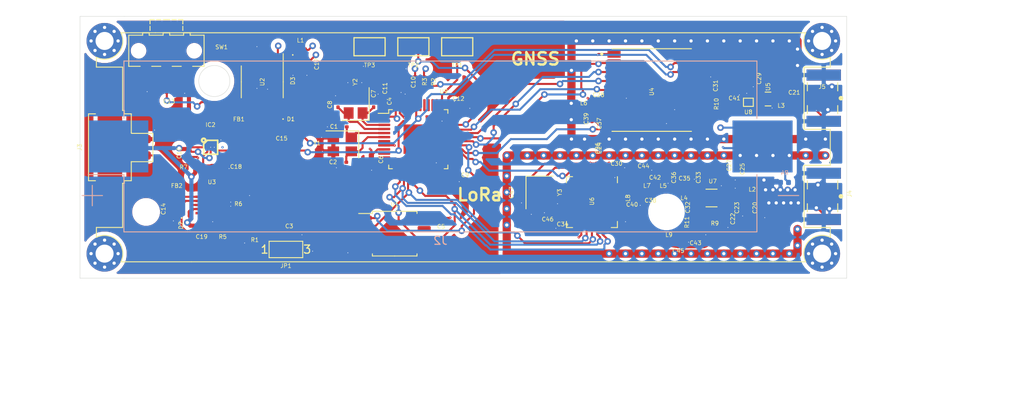
<source format=kicad_pcb>
(kicad_pcb (version 20171130) (host pcbnew "(5.1.5)-3")
  (layers (0 F.SIGNAL signal) (1 GND power) (2 PWR power) (31 B.SIGNAL signal) (34 B.Paste user) (35 F.Paste user) (36 B.SilkS user) (37 F.SilkS user) (38 B.Mask user) (39 F.Mask user) (44 Edge.Cuts user))
  (net 0 "")
  (net 1 GND)
  (net 2 OSC_IN)
  (net 3 OSC_OUT)
  (net 4 "Net-(C3-Pad1)")
  (net 5 +3V3)
  (net 6 OSC32_IN)
  (net 7 OSC32_OUT)
  (net 8 "Net-(C13-Pad1)")
  (net 9 "Net-(C14-Pad1)")
  (net 10 "Net-(C15-Pad1)")
  (net 11 BATTERY)
  (net 12 "Net-(C18-Pad1)")
  (net 13 "Net-(C20-Pad2)")
  (net 14 "Net-(C21-Pad2)")
  (net 15 "Net-(C21-Pad1)")
  (net 16 "Net-(C22-Pad1)")
  (net 17 "Net-(C23-Pad1)")
  (net 18 "Net-(C24-Pad1)")
  (net 19 "Net-(C25-Pad1)")
  (net 20 "Net-(C26-Pad1)")
  (net 21 VCC_RF)
  (net 22 "Net-(C32-Pad2)")
  (net 23 "Net-(C32-Pad1)")
  (net 24 "Net-(C33-Pad2)")
  (net 25 "Net-(C35-Pad2)")
  (net 26 "Net-(C37-Pad2)")
  (net 27 "Net-(C38-Pad2)")
  (net 28 "Net-(C38-Pad1)")
  (net 29 "Net-(C41-Pad2)")
  (net 30 RF_IN)
  (net 31 VR_PA)
  (net 32 "Net-(C43-Pad2)")
  (net 33 RFI)
  (net 34 XTB)
  (net 35 XTA)
  (net 36 "Net-(D1-Pad2)")
  (net 37 "Net-(D2-Pad2)")
  (net 38 "Net-(D2-Pad1)")
  (net 39 "Net-(D3-Pad1)")
  (net 40 TX)
  (net 41 RX)
  (net 42 SWCLK)
  (net 43 SWDIO)
  (net 44 SCL)
  (net 45 SDA)
  (net 46 SYS_RSTN)
  (net 47 ALM)
  (net 48 FLASH_NSS)
  (net 49 1PPS)
  (net 50 WAKE_UP)
  (net 51 LoRa_RESET)
  (net 52 MOSI)
  (net 53 MISO)
  (net 54 SCK)
  (net 55 LoRa_NSS)
  (net 56 "Net-(IC2-PadB3)")
  (net 57 "Net-(IC2-PadA1)")
  (net 58 "Net-(JP1-Pad1)")
  (net 59 "Net-(L3-Pad2)")
  (net 60 PA_BOOST)
  (net 61 "Net-(R5-Pad2)")
  (net 62 "Net-(R6-Pad2)")
  (net 63 RXTX)
  (net 64 ANT_OFF)
  (net 65 "Net-(U1-Pad7)")
  (net 66 "Net-(U1-Pad3)")
  (net 67 "Net-(U2-Pad4)")
  (net 68 "Net-(U3-Pad6)")
  (net 69 "Net-(U3-Pad5)")
  (net 70 "Net-(U5-Pad3)")
  (net 71 "Net-(U6-Pad24)")
  (net 72 "Net-(U6-Pad21)")
  (net 73 "Net-(U6-Pad14)")
  (net 74 "Net-(U6-Pad13)")
  (net 75 "Net-(U6-Pad12)")
  (net 76 "Net-(U6-Pad11)")
  (net 77 "Net-(U6-Pad10)")
  (net 78 "Net-(U6-Pad9)")
  (net 79 "Net-(U6-Pad8)")
  (net 80 "Net-(U6-Pad7)")
  (net 81 "Net-(U9-Pad46)")
  (net 82 "Net-(U9-Pad41)")
  (net 83 "Net-(U9-Pad40)")
  (net 84 "Net-(U9-Pad39)")
  (net 85 "Net-(U9-Pad38)")
  (net 86 "Net-(U9-Pad26)")
  (net 87 "Net-(U9-Pad25)")
  (net 88 "Net-(U9-Pad22)")
  (net 89 "Net-(U9-Pad21)")
  (net 90 "Net-(U9-Pad20)")
  (net 91 "Net-(U9-Pad19)")
  (net 92 "Net-(U9-Pad18)")
  (net 93 "Net-(U9-Pad13)")
  (net 94 "Net-(U9-Pad12)")
  (net 95 "Net-(U9-Pad11)")
  (net 96 "Net-(U9-Pad10)")
  (net 97 "Net-(U9-Pad2)")
  (module Battery:BatteryHolder_Keystone_1042_1x18650 (layer B.SIGNAL) (at 103.8 63.6)
    (fp_text reference J2 (at 0 11.5) (layer B.SilkS) (effects (justify mirror)))
    (fp_text value "BATTERY CONN")
    (pad "" np_thru_hole circle (at -35.93 8) (size 2.39 2.39) (drill 2.39) (layers *.Cu *.Mask))
    (pad "" np_thru_hole circle (at -27.6 -8) (size 3.45 3.45) (drill 3.45) (layers *.Cu *.Mask))
    (pad "" np_thru_hole circle (at 27.6 8) (size 3.45 3.45) (drill 3.45) (layers *.Cu *.Mask))
    (pad 2 smd rect (at 39.33 0) (size 7.34 6.35) (layers B.SIGNAL B.Paste B.Mask) (net 56 "Net-(IC2-PadB3)"))
    (pad 1 smd rect (at -39.33 0) (size 7.34 6.35) (layers B.SIGNAL B.Paste B.Mask) (net 11 BATTERY))
  )
  (module Package_SO:SOIC-8_5.23x5.23mm_P1.27mm (layer F.SIGNAL) (at 98.22 74.26)
    (fp_text reference U1 (at 0 -3.56) (layer F.SilkS) (effects (font (size 0.5 0.5) (thickness 0.075))))
    (fp_text value W25Q32JVSS)
    (pad 8 smd roundrect (at 3.6 -1.905) (size 1.6 0.6) (layers F.SIGNAL F.Paste F.Mask) (net 5 +3V3))
    (pad 7 smd roundrect (at 3.6 -0.635) (size 1.6 0.6) (layers F.SIGNAL F.Paste F.Mask) (net 65 "Net-(U1-Pad7)"))
    (pad 6 smd roundrect (at 3.6 0.635) (size 1.6 0.6) (layers F.SIGNAL F.Paste F.Mask) (net 54 SCK))
    (pad 5 smd roundrect (at 3.6 1.905) (size 1.6 0.6) (layers F.SIGNAL F.Paste F.Mask) (net 52 MOSI))
    (pad 4 smd roundrect (at -3.6 1.905) (size 1.6 0.6) (layers F.SIGNAL F.Paste F.Mask) (net 1 GND))
    (pad 3 smd roundrect (at -3.6 0.635) (size 1.6 0.6) (layers F.SIGNAL F.Paste F.Mask) (net 66 "Net-(U1-Pad3)"))
    (pad 2 smd roundrect (at -3.6 -0.635) (size 1.6 0.6) (layers F.SIGNAL F.Paste F.Mask) (net 53 MISO))
    (pad 1 smd roundrect (at -3.6 -1.905) (size 1.6 0.6) (layers F.SIGNAL F.Paste F.Mask) (net 48 FLASH_NSS))
  )
  (module Package_QFP:LQFP-48-1EP_7x7mm_P0.5mm_EP3.6x3.6mm (layer F.SIGNAL) (at 101.1 62.71)
    (fp_text reference U9 (at 3.11 -5.83) (layer F.SilkS) (effects (font (size 0.5 0.5) (thickness 0.075))))
    (fp_text value STM32F103C8Tx)
    (pad 49 smd rect (at 0 0) (size 3.6 3.6) (layers F.SIGNAL F.Mask))
    (pad 48 smd roundrect (at -2.75 -4.1625) (size 0.3 1.475) (layers F.SIGNAL F.Paste F.Mask) (net 5 +3V3))
    (pad 47 smd roundrect (at -2.25 -4.1625) (size 0.3 1.475) (layers F.SIGNAL F.Paste F.Mask) (net 1 GND))
    (pad 46 smd roundrect (at -1.75 -4.1625) (size 0.3 1.475) (layers F.SIGNAL F.Paste F.Mask) (net 81 "Net-(U9-Pad46)"))
    (pad 45 smd roundrect (at -1.25 -4.1625) (size 0.3 1.475) (layers F.SIGNAL F.Paste F.Mask) (net 47 ALM))
    (pad 44 smd roundrect (at -0.75 -4.1625) (size 0.3 1.475) (layers F.SIGNAL F.Paste F.Mask) (net 5 +3V3))
    (pad 43 smd roundrect (at -0.25 -4.1625) (size 0.3 1.475) (layers F.SIGNAL F.Paste F.Mask) (net 45 SDA))
    (pad 42 smd roundrect (at 0.25 -4.1625) (size 0.3 1.475) (layers F.SIGNAL F.Paste F.Mask) (net 44 SCL))
    (pad 41 smd roundrect (at 0.75 -4.1625) (size 0.3 1.475) (layers F.SIGNAL F.Paste F.Mask) (net 82 "Net-(U9-Pad41)"))
    (pad 40 smd roundrect (at 1.25 -4.1625) (size 0.3 1.475) (layers F.SIGNAL F.Paste F.Mask) (net 83 "Net-(U9-Pad40)"))
    (pad 39 smd roundrect (at 1.75 -4.1625) (size 0.3 1.475) (layers F.SIGNAL F.Paste F.Mask) (net 84 "Net-(U9-Pad39)"))
    (pad 38 smd roundrect (at 2.25 -4.1625) (size 0.3 1.475) (layers F.SIGNAL F.Paste F.Mask) (net 85 "Net-(U9-Pad38)"))
    (pad 37 smd roundrect (at 2.75 -4.1625) (size 0.3 1.475) (layers F.SIGNAL F.Paste F.Mask) (net 42 SWCLK))
    (pad 36 smd roundrect (at 4.1625 -2.75) (size 1.475 0.3) (layers F.SIGNAL F.Paste F.Mask) (net 5 +3V3))
    (pad 35 smd roundrect (at 4.1625 -2.25) (size 1.475 0.3) (layers F.SIGNAL F.Paste F.Mask) (net 1 GND))
    (pad 34 smd roundrect (at 4.1625 -1.75) (size 1.475 0.3) (layers F.SIGNAL F.Paste F.Mask) (net 43 SWDIO))
    (pad 33 smd roundrect (at 4.1625 -1.25) (size 1.475 0.3) (layers F.SIGNAL F.Paste F.Mask) (net 50 WAKE_UP))
    (pad 32 smd roundrect (at 4.1625 -0.75) (size 1.475 0.3) (layers F.SIGNAL F.Paste F.Mask) (net 49 1PPS))
    (pad 31 smd roundrect (at 4.1625 -0.25) (size 1.475 0.3) (layers F.SIGNAL F.Paste F.Mask) (net 40 TX))
    (pad 30 smd roundrect (at 4.1625 0.25) (size 1.475 0.3) (layers F.SIGNAL F.Paste F.Mask) (net 41 RX))
    (pad 29 smd roundrect (at 4.1625 0.75) (size 1.475 0.3) (layers F.SIGNAL F.Paste F.Mask) (net 48 FLASH_NSS))
    (pad 28 smd roundrect (at 4.1625 1.25) (size 1.475 0.3) (layers F.SIGNAL F.Paste F.Mask) (net 46 SYS_RSTN))
    (pad 27 smd roundrect (at 4.1625 1.75) (size 1.475 0.3) (layers F.SIGNAL F.Paste F.Mask) (net 51 LoRa_RESET))
    (pad 26 smd roundrect (at 4.1625 2.25) (size 1.475 0.3) (layers F.SIGNAL F.Paste F.Mask) (net 86 "Net-(U9-Pad26)"))
    (pad 25 smd roundrect (at 4.1625 2.75) (size 1.475 0.3) (layers F.SIGNAL F.Paste F.Mask) (net 87 "Net-(U9-Pad25)"))
    (pad 24 smd roundrect (at 2.75 4.1625) (size 0.3 1.475) (layers F.SIGNAL F.Paste F.Mask) (net 5 +3V3))
    (pad 23 smd roundrect (at 2.25 4.1625) (size 0.3 1.475) (layers F.SIGNAL F.Paste F.Mask) (net 1 GND))
    (pad 22 smd roundrect (at 1.75 4.1625) (size 0.3 1.475) (layers F.SIGNAL F.Paste F.Mask) (net 88 "Net-(U9-Pad22)"))
    (pad 21 smd roundrect (at 1.25 4.1625) (size 0.3 1.475) (layers F.SIGNAL F.Paste F.Mask) (net 89 "Net-(U9-Pad21)"))
    (pad 20 smd roundrect (at 0.75 4.1625) (size 0.3 1.475) (layers F.SIGNAL F.Paste F.Mask) (net 90 "Net-(U9-Pad20)"))
    (pad 19 smd roundrect (at 0.25 4.1625) (size 0.3 1.475) (layers F.SIGNAL F.Paste F.Mask) (net 91 "Net-(U9-Pad19)"))
    (pad 18 smd roundrect (at -0.25 4.1625) (size 0.3 1.475) (layers F.SIGNAL F.Paste F.Mask) (net 92 "Net-(U9-Pad18)"))
    (pad 17 smd roundrect (at -0.75 4.1625) (size 0.3 1.475) (layers F.SIGNAL F.Paste F.Mask) (net 52 MOSI))
    (pad 16 smd roundrect (at -1.25 4.1625) (size 0.3 1.475) (layers F.SIGNAL F.Paste F.Mask) (net 53 MISO))
    (pad 15 smd roundrect (at -1.75 4.1625) (size 0.3 1.475) (layers F.SIGNAL F.Paste F.Mask) (net 54 SCK))
    (pad 14 smd roundrect (at -2.25 4.1625) (size 0.3 1.475) (layers F.SIGNAL F.Paste F.Mask) (net 55 LoRa_NSS))
    (pad 13 smd roundrect (at -2.75 4.1625) (size 0.3 1.475) (layers F.SIGNAL F.Paste F.Mask) (net 93 "Net-(U9-Pad13)"))
    (pad 12 smd roundrect (at -4.1625 2.75) (size 1.475 0.3) (layers F.SIGNAL F.Paste F.Mask) (net 94 "Net-(U9-Pad12)"))
    (pad 11 smd roundrect (at -4.1625 2.25) (size 1.475 0.3) (layers F.SIGNAL F.Paste F.Mask) (net 95 "Net-(U9-Pad11)"))
    (pad 10 smd roundrect (at -4.1625 1.75) (size 1.475 0.3) (layers F.SIGNAL F.Paste F.Mask) (net 96 "Net-(U9-Pad10)"))
    (pad 9 smd roundrect (at -4.1625 1.25) (size 1.475 0.3) (layers F.SIGNAL F.Paste F.Mask) (net 5 +3V3))
    (pad 8 smd roundrect (at -4.1625 0.75) (size 1.475 0.3) (layers F.SIGNAL F.Paste F.Mask) (net 1 GND))
    (pad 7 smd roundrect (at -4.1625 0.25) (size 1.475 0.3) (layers F.SIGNAL F.Paste F.Mask) (net 4 "Net-(C3-Pad1)"))
    (pad 6 smd roundrect (at -4.1625 -0.25) (size 1.475 0.3) (layers F.SIGNAL F.Paste F.Mask) (net 3 OSC_OUT))
    (pad 5 smd roundrect (at -4.1625 -0.75) (size 1.475 0.3) (layers F.SIGNAL F.Paste F.Mask) (net 2 OSC_IN))
    (pad 4 smd roundrect (at -4.1625 -1.25) (size 1.475 0.3) (layers F.SIGNAL F.Paste F.Mask) (net 7 OSC32_OUT))
    (pad 3 smd roundrect (at -4.1625 -1.75) (size 1.475 0.3) (layers F.SIGNAL F.Paste F.Mask) (net 6 OSC32_IN))
    (pad 2 smd roundrect (at -4.1625 -2.25) (size 1.475 0.3) (layers F.SIGNAL F.Paste F.Mask) (net 97 "Net-(U9-Pad2)"))
    (pad 1 smd roundrect (at -4.1625 -2.75) (size 1.475 0.3) (layers F.SIGNAL F.Paste F.Mask) (net 5 +3V3))
  )
  (module MountingHole:MountingHole_2.2mm_M2_Pad_Via (layer F.SIGNAL) (at 150.4 76.7)
    (fp_text reference REF**)
    (fp_text value MountingHole_2.2mm_M2_Pad_Via)
    (pad 1 thru_hole circle (at 0 0) (size 4.4 4.4) (drill 2.2) (layers *.Cu *.Mask))
    (pad 1 thru_hole circle (at 1.65 0) (size 0.7 0.7) (drill 0.4) (layers *.Cu *.Mask))
    (pad 1 thru_hole circle (at 1.166726 1.166726) (size 0.7 0.7) (drill 0.4) (layers *.Cu *.Mask))
    (pad 1 thru_hole circle (at 0 1.65) (size 0.7 0.7) (drill 0.4) (layers *.Cu *.Mask))
    (pad 1 thru_hole circle (at -1.166726 1.166726) (size 0.7 0.7) (drill 0.4) (layers *.Cu *.Mask))
    (pad 1 thru_hole circle (at -1.65 0) (size 0.7 0.7) (drill 0.4) (layers *.Cu *.Mask))
    (pad 1 thru_hole circle (at -1.166726 -1.166726) (size 0.7 0.7) (drill 0.4) (layers *.Cu *.Mask))
    (pad 1 thru_hole circle (at 0 -1.65) (size 0.7 0.7) (drill 0.4) (layers *.Cu *.Mask))
    (pad 1 thru_hole circle (at 1.166726 -1.166726) (size 0.7 0.7) (drill 0.4) (layers *.Cu *.Mask))
  )
  (module MountingHole:MountingHole_2.2mm_M2_Pad_Via (layer F.SIGNAL) (at 150.4 50.7)
    (fp_text reference REF**)
    (fp_text value MountingHole_2.2mm_M2_Pad_Via)
    (pad 1 thru_hole circle (at 0 0) (size 4.4 4.4) (drill 2.2) (layers *.Cu *.Mask))
    (pad 1 thru_hole circle (at 1.65 0) (size 0.7 0.7) (drill 0.4) (layers *.Cu *.Mask))
    (pad 1 thru_hole circle (at 1.166726 1.166726) (size 0.7 0.7) (drill 0.4) (layers *.Cu *.Mask))
    (pad 1 thru_hole circle (at 0 1.65) (size 0.7 0.7) (drill 0.4) (layers *.Cu *.Mask))
    (pad 1 thru_hole circle (at -1.166726 1.166726) (size 0.7 0.7) (drill 0.4) (layers *.Cu *.Mask))
    (pad 1 thru_hole circle (at -1.65 0) (size 0.7 0.7) (drill 0.4) (layers *.Cu *.Mask))
    (pad 1 thru_hole circle (at -1.166726 -1.166726) (size 0.7 0.7) (drill 0.4) (layers *.Cu *.Mask))
    (pad 1 thru_hole circle (at 0 -1.65) (size 0.7 0.7) (drill 0.4) (layers *.Cu *.Mask))
    (pad 1 thru_hole circle (at 1.166726 -1.166726) (size 0.7 0.7) (drill 0.4) (layers *.Cu *.Mask))
  )
  (module MountingHole:MountingHole_2.2mm_M2_Pad_Via (layer F.SIGNAL) (at 62.8 76.7)
    (fp_text reference REF**)
    (fp_text value MountingHole_2.2mm_M2_Pad_Via)
    (pad 1 thru_hole circle (at 0 0) (size 4.4 4.4) (drill 2.2) (layers *.Cu *.Mask))
    (pad 1 thru_hole circle (at 1.65 0) (size 0.7 0.7) (drill 0.4) (layers *.Cu *.Mask))
    (pad 1 thru_hole circle (at 1.166726 1.166726) (size 0.7 0.7) (drill 0.4) (layers *.Cu *.Mask))
    (pad 1 thru_hole circle (at 0 1.65) (size 0.7 0.7) (drill 0.4) (layers *.Cu *.Mask))
    (pad 1 thru_hole circle (at -1.166726 1.166726) (size 0.7 0.7) (drill 0.4) (layers *.Cu *.Mask))
    (pad 1 thru_hole circle (at -1.65 0) (size 0.7 0.7) (drill 0.4) (layers *.Cu *.Mask))
    (pad 1 thru_hole circle (at -1.166726 -1.166726) (size 0.7 0.7) (drill 0.4) (layers *.Cu *.Mask))
    (pad 1 thru_hole circle (at 0 -1.65) (size 0.7 0.7) (drill 0.4) (layers *.Cu *.Mask))
    (pad 1 thru_hole circle (at 1.166726 -1.166726) (size 0.7 0.7) (drill 0.4) (layers *.Cu *.Mask))
  )
  (module MountingHole:MountingHole_2.2mm_M2_Pad_Via (layer F.SIGNAL) (at 62.8 50.7)
    (fp_text reference REF** hide)
    (fp_text value MountingHole_2.2mm_M2_Pad_Via)
    (pad 1 thru_hole circle (at 1.166726 -1.166726) (size 0.7 0.7) (drill 0.4) (layers *.Cu *.Mask))
    (pad 1 thru_hole circle (at 0 -1.65) (size 0.7 0.7) (drill 0.4) (layers *.Cu *.Mask))
    (pad 1 thru_hole circle (at -1.166726 -1.166726) (size 0.7 0.7) (drill 0.4) (layers *.Cu *.Mask))
    (pad 1 thru_hole circle (at -1.65 0) (size 0.7 0.7) (drill 0.4) (layers *.Cu *.Mask))
    (pad 1 thru_hole circle (at -1.166726 1.166726) (size 0.7 0.7) (drill 0.4) (layers *.Cu *.Mask))
    (pad 1 thru_hole circle (at 0 1.65) (size 0.7 0.7) (drill 0.4) (layers *.Cu *.Mask))
    (pad 1 thru_hole circle (at 1.166726 1.166726) (size 0.7 0.7) (drill 0.4) (layers *.Cu *.Mask))
    (pad 1 thru_hole circle (at 1.65 0) (size 0.7 0.7) (drill 0.4) (layers *.Cu *.Mask))
    (pad 1 thru_hole circle (at 0 0) (size 4.4 4.4) (drill 2.2) (layers *.Cu *.Mask))
  )
  (module Diode_SMD:D_0402_1005Metric (layer F.SIGNAL) (at 85.775 53.5 270)
    (fp_text reference D3 (at 2.08 -0.005 270) (layer F.SilkS) (effects (font (size 0.5 0.5) (thickness 0.075))))
    (fp_text value 1N5822)
    (pad 2 smd roundrect (at 0.485 0 270) (size 0.59 0.64) (layers F.SIGNAL F.Paste F.Mask) (net 1 GND))
    (pad 1 smd roundrect (at -0.485 0 270) (size 0.59 0.64) (layers F.SIGNAL F.Paste F.Mask) (net 39 "Net-(D3-Pad1)"))
  )
  (module Crystal:Crystal_SMD_Abracon_ABM8G-4Pin_3.2x2.5mm (layer F.SIGNAL) (at 115.9 69.225 270)
    (fp_text reference Y3 (at 0 -2.45 90) (layer F.SilkS) (effects (font (size 0.5 0.5) (thickness 0.075))))
    (fp_text value Crystal_GND23)
    (pad 4 smd rect (at -1.1 -0.85 270) (size 1.4 1.2) (layers F.SIGNAL F.Paste F.Mask) (net 34 XTB))
    (pad 3 smd rect (at 1.1 -0.85 270) (size 1.4 1.2) (layers F.SIGNAL F.Paste F.Mask) (net 1 GND))
    (pad 2 smd rect (at 1.1 0.85 270) (size 1.4 1.2) (layers F.SIGNAL F.Paste F.Mask) (net 1 GND))
    (pad 1 smd rect (at -1.1 0.85 270) (size 1.4 1.2) (layers F.SIGNAL F.Paste F.Mask) (net 35 XTA))
  )
  (module Crystal:Crystal_SMD_Abracon_ABM8G-4Pin_3.2x2.5mm (layer F.SIGNAL) (at 93.45 58.41 90)
    (fp_text reference Y2 (at 2.68 -0.06 90) (layer F.SilkS) (effects (font (size 0.5 0.5) (thickness 0.075))))
    (fp_text value Crystal_GND23)
    (pad 4 smd rect (at -1.1 -0.85 90) (size 1.4 1.2) (layers F.SIGNAL F.Paste F.Mask) (net 7 OSC32_OUT))
    (pad 3 smd rect (at 1.1 -0.85 90) (size 1.4 1.2) (layers F.SIGNAL F.Paste F.Mask) (net 1 GND))
    (pad 2 smd rect (at 1.1 0.85 90) (size 1.4 1.2) (layers F.SIGNAL F.Paste F.Mask) (net 1 GND))
    (pad 1 smd rect (at -1.1 0.85 90) (size 1.4 1.2) (layers F.SIGNAL F.Paste F.Mask) (net 6 OSC32_IN))
  )
  (module Crystal:Crystal_SMD_Abracon_ABM8G-4Pin_3.2x2.5mm (layer F.SIGNAL) (at 91.83 63.35 180)
    (fp_text reference Y1 (at 3.1 0.15) (layer F.SilkS) (effects (font (size 0.5 0.5) (thickness 0.075))))
    (fp_text value Crystal_GND23)
    (pad 4 smd rect (at -1.1 -0.85 180) (size 1.4 1.2) (layers F.SIGNAL F.Paste F.Mask) (net 3 OSC_OUT))
    (pad 3 smd rect (at 1.1 -0.85 180) (size 1.4 1.2) (layers F.SIGNAL F.Paste F.Mask) (net 1 GND))
    (pad 2 smd rect (at 1.1 0.85 180) (size 1.4 1.2) (layers F.SIGNAL F.Paste F.Mask) (net 1 GND))
    (pad 1 smd rect (at -1.1 0.85 180) (size 1.4 1.2) (layers F.SIGNAL F.Paste F.Mask) (net 2 OSC_IN))
  )
  (module ASSETS:B4327 (layer F.SIGNAL) (at 141.4 58.2 180)
    (fp_text reference U8 (at 0 -1.2) (layer F.SilkS) (effects (font (size 0.5 0.5) (thickness 0.075))))
    (fp_text value B4327)
    (pad 1 smd rect (at -0.385 0 180) (size 0.18 0.25) (layers F.SIGNAL F.Paste F.Mask) (net 70 "Net-(U5-Pad3)"))
    (pad 2 smd rect (at 0 0.25 180) (size 0.18 0.25) (layers F.SIGNAL F.Paste F.Mask) (net 1 GND))
    (pad 5 smd rect (at 0 -0.25 180) (size 0.18 0.25) (layers F.SIGNAL F.Paste F.Mask) (net 1 GND))
    (pad 3 smd rect (at 0.385 0.25 180) (size 0.18 0.25) (layers F.SIGNAL F.Paste F.Mask) (net 1 GND))
    (pad 4 smd rect (at 0.385 -0.25 180) (size 0.18 0.25) (layers F.SIGNAL F.Paste F.Mask) (net 29 "Net-(C41-Pad2)"))
  )
  (module ASSETS:PE4259_sc70 (layer F.SIGNAL) (at 136.9 69.9 270)
    (fp_text reference U7 (at -2.05 -0.15) (layer F.SilkS) (effects (font (size 0.5 0.5) (thickness 0.075))))
    (fp_text value PE4259)
    (pad 6 smd roundrect (at -0.65 -0.905) (size 0.92 0.38) (layers F.SIGNAL F.Paste F.Mask) (roundrect_rratio 0.2632) (net 5 +3V3))
    (pad 5 smd roundrect (at 0 -0.905) (size 0.92 0.38) (layers F.SIGNAL F.Paste F.Mask) (roundrect_rratio 0.2632) (net 19 "Net-(C25-Pad1)"))
    (pad 4 smd roundrect (at 0.65 -0.905) (size 0.92 0.38) (layers F.SIGNAL F.Paste F.Mask) (roundrect_rratio 0.2632) (net 16 "Net-(C22-Pad1)"))
    (pad 3 smd roundrect (at 0.65 0.905) (size 0.92 0.38) (layers F.SIGNAL F.Paste F.Mask) (roundrect_rratio 0.2632) (net 23 "Net-(C32-Pad1)"))
    (pad 2 smd roundrect (at 0 0.905) (size 0.92 0.38) (layers F.SIGNAL F.Paste F.Mask) (roundrect_rratio 0.2632) (net 1 GND))
    (pad 1 smd roundrect (at -0.65 0.905) (size 0.92 0.38) (layers F.SIGNAL F.Paste F.Mask) (roundrect_rratio 0.2632) (net 24 "Net-(C33-Pad2)"))
  )
  (module Package_DFN_QFN:QFN-28-1EP_6x6mm_P0.65mm_EP4.8x4.8mm (layer F.SIGNAL) (at 122.3 70.4 270)
    (fp_text reference U6 (at -0.1 0 90) (layer F.SilkS) (effects (font (size 0.5 0.5) (thickness 0.075))))
    (fp_text value SX1273)
    (pad 28 smd roundrect (at -1.95 -2.9875 270) (size 0.3 0.775) (layers F.SIGNAL F.Paste F.Mask) (net 31 VR_PA))
    (pad 27 smd roundrect (at -1.3 -2.9875 270) (size 0.3 0.775) (layers F.SIGNAL F.Paste F.Mask) (net 60 PA_BOOST))
    (pad 26 smd roundrect (at -0.65 -2.9875 270) (size 0.3 0.775) (layers F.SIGNAL F.Paste F.Mask) (net 1 GND))
    (pad 25 smd roundrect (at 0 -2.9875 270) (size 0.3 0.775) (layers F.SIGNAL F.Paste F.Mask) (net 33 RFI))
    (pad 24 smd roundrect (at 0.65 -2.9875 270) (size 0.3 0.775) (layers F.SIGNAL F.Paste F.Mask) (net 71 "Net-(U6-Pad24)"))
    (pad 23 smd roundrect (at 1.3 -2.9875 270) (size 0.3 0.775) (layers F.SIGNAL F.Paste F.Mask) (net 63 RXTX))
    (pad 22 smd roundrect (at 1.95 -2.9875 270) (size 0.3 0.775) (layers F.SIGNAL F.Paste F.Mask) (net 1 GND))
    (pad 21 smd roundrect (at 2.9875 -1.95 270) (size 0.775 0.3) (layers F.SIGNAL F.Paste F.Mask) (net 72 "Net-(U6-Pad21)"))
    (pad 20 smd roundrect (at 2.9875 -1.3 270) (size 0.775 0.3) (layers F.SIGNAL F.Paste F.Mask) (net 55 LoRa_NSS))
    (pad 19 smd roundrect (at 2.9875 -0.65 270) (size 0.775 0.3) (layers F.SIGNAL F.Paste F.Mask) (net 52 MOSI))
    (pad 18 smd roundrect (at 2.9875 0 270) (size 0.775 0.3) (layers F.SIGNAL F.Paste F.Mask) (net 53 MISO))
    (pad 17 smd roundrect (at 2.9875 0.65 270) (size 0.775 0.3) (layers F.SIGNAL F.Paste F.Mask) (net 54 SCK))
    (pad 16 smd roundrect (at 2.9875 1.3 270) (size 0.775 0.3) (layers F.SIGNAL F.Paste F.Mask) (net 1 GND))
    (pad 15 smd roundrect (at 2.9875 1.95 270) (size 0.775 0.3) (layers F.SIGNAL F.Paste F.Mask) (net 5 +3V3))
    (pad 14 smd roundrect (at 1.95 2.9875 270) (size 0.3 0.775) (layers F.SIGNAL F.Paste F.Mask) (net 73 "Net-(U6-Pad14)"))
    (pad 13 smd roundrect (at 1.3 2.9875 270) (size 0.3 0.775) (layers F.SIGNAL F.Paste F.Mask) (net 74 "Net-(U6-Pad13)"))
    (pad 12 smd roundrect (at 0.65 2.9875 270) (size 0.3 0.775) (layers F.SIGNAL F.Paste F.Mask) (net 75 "Net-(U6-Pad12)"))
    (pad 11 smd roundrect (at 0 2.9875 270) (size 0.3 0.775) (layers F.SIGNAL F.Paste F.Mask) (net 76 "Net-(U6-Pad11)"))
    (pad 10 smd roundrect (at -0.65 2.9875 270) (size 0.3 0.775) (layers F.SIGNAL F.Paste F.Mask) (net 77 "Net-(U6-Pad10)"))
    (pad 9 smd roundrect (at -1.3 2.9875 270) (size 0.3 0.775) (layers F.SIGNAL F.Paste F.Mask) (net 78 "Net-(U6-Pad9)"))
    (pad 8 smd roundrect (at -1.95 2.9875 270) (size 0.3 0.775) (layers F.SIGNAL F.Paste F.Mask) (net 79 "Net-(U6-Pad8)"))
    (pad 7 smd roundrect (at -2.9875 1.95 270) (size 0.775 0.3) (layers F.SIGNAL F.Paste F.Mask) (net 80 "Net-(U6-Pad7)"))
    (pad 6 smd roundrect (at -2.9875 1.3 270) (size 0.775 0.3) (layers F.SIGNAL F.Paste F.Mask) (net 51 LoRa_RESET))
    (pad 5 smd roundrect (at -2.9875 0.65 270) (size 0.775 0.3) (layers F.SIGNAL F.Paste F.Mask) (net 34 XTB))
    (pad 4 smd roundrect (at -2.9875 0 270) (size 0.775 0.3) (layers F.SIGNAL F.Paste F.Mask) (net 35 XTA))
    (pad 3 smd roundrect (at -2.9875 -0.65 270) (size 0.775 0.3) (layers F.SIGNAL F.Paste F.Mask) (net 20 "Net-(C26-Pad1)"))
    (pad 2 smd roundrect (at -2.9875 -1.3 270) (size 0.775 0.3) (layers F.SIGNAL F.Paste F.Mask) (net 18 "Net-(C24-Pad1)"))
    (pad 1 smd roundrect (at -2.9875 -1.95 270) (size 0.775 0.3) (layers F.SIGNAL F.Paste F.Mask) (net 5 +3V3))
    (pad 29 smd roundrect (at 0 0 270) (size 4.8 4.8) (layers F.SIGNAL F.Mask) (roundrect_rratio 0.052083) (net 1 GND))
  )
  (module ASSETS:BGA725L6E6327FTSA1 (layer F.SIGNAL) (at 143.8 57.8)
    (fp_text reference U5 (at 0 -1.5 90) (layer F.SilkS) (effects (font (size 0.5 0.5) (thickness 0.075))))
    (fp_text value BGA725L6E6327FTSA1)
    (pad 1 smd rect (at -0.2 -0.4) (size 0.25 0.25) (layers F.SIGNAL) (net 1 GND))
    (pad 2 smd rect (at -0.2 0) (size 0.25 0.25) (layers F.SIGNAL) (net 21 VCC_RF))
    (pad 3 smd rect (at -0.2 0.4) (size 0.25 0.25) (layers F.SIGNAL) (net 70 "Net-(U5-Pad3)"))
    (pad 4 smd rect (at 0.2 0.4) (size 0.25 0.25) (layers F.SIGNAL) (net 1 GND))
    (pad 5 smd rect (at 0.2 0) (size 0.25 0.25) (layers F.SIGNAL) (net 59 "Net-(L3-Pad2)"))
    (pad 6 smd rect (at 0.2 -0.4) (size 0.25 0.25) (layers F.SIGNAL) (net 64 ANT_OFF))
  )
  (module ASSETS:TESEO-LIV3F (layer F.SIGNAL) (at 129.6 56.7 90)
    (fp_text reference U4 (at -0.2 0 90) (layer F.SilkS) (effects (font (size 0.5 0.5) (thickness 0.075))))
    (fp_text value TESEO-LIV3F)
    (pad 5 smd rect (at 0 -4.6 90) (size 0.9 1.6) (layers F.SIGNAL F.Paste F.Mask) (net 50 WAKE_UP))
    (pad 4 smd rect (at 1.1 -4.6 90) (size 0.9 1.6) (layers F.SIGNAL F.Paste F.Mask) (net 49 1PPS))
    (pad 3 smd rect (at 2.2 -4.6 90) (size 0.9 1.6) (layers F.SIGNAL F.Paste F.Mask) (net 41 RX))
    (pad 2 smd rect (at 3.3 -4.6 90) (size 0.9 1.6) (layers F.SIGNAL F.Paste F.Mask) (net 40 TX))
    (pad 1 smd rect (at 4.4 -4.6 90) (size 0.9 1.6) (layers F.SIGNAL F.Paste F.Mask) (net 1 GND))
    (pad 6 smd rect (at -1.1 -4.6 90) (size 0.9 1.6) (layers F.SIGNAL F.Paste F.Mask) (net 5 +3V3))
    (pad 7 smd rect (at -2.2 -4.6 90) (size 0.9 1.6) (layers F.SIGNAL F.Paste F.Mask) (net 26 "Net-(C37-Pad2)"))
    (pad 8 smd rect (at -3.3 -4.6 90) (size 0.9 1.6) (layers F.SIGNAL F.Paste F.Mask) (net 26 "Net-(C37-Pad2)"))
    (pad 9 smd rect (at -4.4 -4.6 90) (size 0.9 1.6) (layers F.SIGNAL F.Paste F.Mask) (net 46 SYS_RSTN))
    (pad 18 smd rect (at 4.4 4.6 90) (size 0.9 1.6) (layers F.SIGNAL F.Paste F.Mask))
    (pad 17 smd rect (at 3.3 4.6 90) (size 0.9 1.6) (layers F.SIGNAL F.Paste F.Mask) (net 44 SCL))
    (pad 16 smd rect (at 2.2 4.6 90) (size 0.9 1.6) (layers F.SIGNAL F.Paste F.Mask) (net 45 SDA))
    (pad 15 smd rect (at 1.1 4.6 90) (size 0.9 1.6) (layers F.SIGNAL F.Paste F.Mask))
    (pad 14 smd rect (at 0 4.6 90) (size 0.9 1.6) (layers F.SIGNAL F.Paste F.Mask) (net 21 VCC_RF))
    (pad 13 smd rect (at -1.1 4.6 90) (size 0.9 1.6) (layers F.SIGNAL F.Paste F.Mask) (net 64 ANT_OFF))
    (pad 12 smd rect (at -2.2 4.6 90) (size 0.9 1.6) (layers F.SIGNAL F.Paste F.Mask) (net 1 GND))
    (pad 11 smd rect (at -3.3 4.6 90) (size 0.9 1.6) (layers F.SIGNAL F.Paste F.Mask) (net 30 RF_IN))
    (pad 10 smd rect (at -4.4 4.6 90) (size 0.9 1.6) (layers F.SIGNAL F.Paste F.Mask) (net 1 GND))
  )
  (module ASSETS:MCP73113 (layer F.SIGNAL) (at 75.8 70.75)
    (fp_text reference U3 (at 0.1 -2.8) (layer F.SilkS) (effects (font (size 0.5 0.5) (thickness 0.075))))
    (fp_text value MCP73113_4 hide)
    (pad 11 smd rect (at 0 0) (size 1.75 2.45) (layers F.SIGNAL F.Paste F.Mask))
    (pad 10 smd rect (at 1.5 -1 90) (size 0.3 0.8) (layers F.SIGNAL F.Paste F.Mask) (net 62 "Net-(R6-Pad2)"))
    (pad 9 smd rect (at 1.5 -0.5 90) (size 0.3 0.8) (layers F.SIGNAL F.Paste F.Mask) (net 1 GND))
    (pad 8 smd rect (at 1.5 0 90) (size 0.3 0.8) (layers F.SIGNAL F.Paste F.Mask) (net 1 GND))
    (pad 7 smd rect (at 1.5 0.5 90) (size 0.3 0.8) (layers F.SIGNAL F.Paste F.Mask) (net 61 "Net-(R5-Pad2)"))
    (pad 6 smd rect (at 1.5 1 90) (size 0.3 0.8) (layers F.SIGNAL F.Paste F.Mask) (net 68 "Net-(U3-Pad6)"))
    (pad 5 smd rect (at -1.5 1 90) (size 0.3 0.8) (layers F.SIGNAL F.Paste F.Mask) (net 69 "Net-(U3-Pad5)"))
    (pad 4 smd rect (at -1.5 0.5 90) (size 0.3 0.8) (layers F.SIGNAL F.Paste F.Mask) (net 11 BATTERY))
    (pad 3 smd rect (at -1.5 0 90) (size 0.3 0.8) (layers F.SIGNAL F.Paste F.Mask) (net 11 BATTERY))
    (pad 2 smd rect (at -1.5 -0.5 90) (size 0.3 0.8) (layers F.SIGNAL F.Paste F.Mask) (net 37 "Net-(D2-Pad2)"))
    (pad 1 smd rect (at -1.5 -1 90) (size 0.3 0.8) (layers F.SIGNAL F.Paste F.Mask) (net 37 "Net-(D2-Pad2)"))
  )
  (module Package_SO:SOIC-8_3.9x4.9mm_P1.27mm (layer F.SIGNAL) (at 82.05 55.7 270)
    (fp_text reference U2 (at 0.01 -0.01 90) (layer F.SilkS) (effects (font (size 0.5 0.5) (thickness 0.075))))
    (fp_text value LT1129-3.3_SO8)
    (pad 8 smd roundrect (at 2.475 -1.905 270) (size 1.95 0.6) (layers F.SIGNAL F.Paste F.Mask) (net 10 "Net-(C15-Pad1)"))
    (pad 7 smd roundrect (at 2.475 -0.635 270) (size 1.95 0.6) (layers F.SIGNAL F.Paste F.Mask) (net 1 GND))
    (pad 6 smd roundrect (at 2.475 0.635 270) (size 1.95 0.6) (layers F.SIGNAL F.Paste F.Mask) (net 1 GND))
    (pad 5 smd roundrect (at 2.475 1.905 270) (size 1.95 0.6) (layers F.SIGNAL F.Paste F.Mask) (net 8 "Net-(C13-Pad1)"))
    (pad 4 smd roundrect (at -2.475 1.905 270) (size 1.95 0.6) (layers F.SIGNAL F.Paste F.Mask) (net 67 "Net-(U2-Pad4)"))
    (pad 3 smd roundrect (at -2.475 0.635 270) (size 1.95 0.6) (layers F.SIGNAL F.Paste F.Mask) (net 1 GND))
    (pad 2 smd roundrect (at -2.475 -0.635 270) (size 1.95 0.6) (layers F.SIGNAL F.Paste F.Mask) (net 39 "Net-(D3-Pad1)"))
    (pad 1 smd roundrect (at -2.475 -1.905 270) (size 1.95 0.6) (layers F.SIGNAL F.Paste F.Mask) (net 5 +3V3))
  )
  (module TestPoint:TestPoint_Keystone_5015_Micro-Minature (layer F.SIGNAL) (at 95.15 51.41 180)
    (fp_text reference TP3 (at 0 -2.25) (layer F.SilkS) (effects (font (size 0.5 0.5) (thickness 0.075))))
    (fp_text value TestPoint)
    (pad 1 smd rect (at 0 0 180) (size 3.4 1.8) (layers F.SIGNAL F.Paste F.Mask) (net 1 GND))
  )
  (module TestPoint:TestPoint_Keystone_5015_Micro-Minature (layer F.SIGNAL) (at 100.5 51.41 180)
    (fp_text reference TP2 (at 0 -2.25) (layer F.SilkS) (effects (font (size 0.5 0.5) (thickness 0.075))))
    (fp_text value TestPoint)
    (pad 1 smd rect (at 0 0 180) (size 3.4 1.8) (layers F.SIGNAL F.Paste F.Mask) (net 43 SWDIO))
  )
  (module TestPoint:TestPoint_Keystone_5015_Micro-Minature (layer F.SIGNAL) (at 105.85 51.41 180)
    (fp_text reference TP1 (at 0 -2.25) (layer F.SilkS) (effects (font (size 0.5 0.5) (thickness 0.075))))
    (fp_text value TestPoint)
    (pad 1 smd rect (at 0 0 180) (size 3.4 1.8) (layers F.SIGNAL F.Paste F.Mask) (net 42 SWCLK))
  )
  (module Button_Switch_SMD:SW_SPDT_CK-JS102011SAQN (layer F.SIGNAL) (at 70.35 51.9 180)
    (fp_text reference SW1 (at -6.73 0.45) (layer F.SilkS) (effects (font (size 0.5 0.5) (thickness 0.075))))
    (fp_text value SW_SPDT)
    (pad "" np_thru_hole circle (at 3.4 0 180) (size 0.9 0.9) (drill 0.9) (layers *.Cu *.Mask))
    (pad "" np_thru_hole circle (at -3.4 0 180) (size 0.9 0.9) (drill 0.9) (layers *.Cu *.Mask))
    (pad 3 smd rect (at 2.5 -2.75 180) (size 1.25 2.5) (layers F.SIGNAL F.Paste F.Mask) (net 1 GND))
    (pad 2 smd rect (at 0 -2.75 180) (size 1.25 2.5) (layers F.SIGNAL F.Paste F.Mask) (net 8 "Net-(C13-Pad1)"))
    (pad 1 smd rect (at -2.5 -2.75 180) (size 1.25 2.5) (layers F.SIGNAL F.Paste F.Mask) (net 11 BATTERY))
  )
  (module Resistor_SMD:R_0402_1005Metric (layer F.SIGNAL) (at 134.7 72.865 90)
    (fp_text reference R11 (at 0 -0.8 90) (layer F.SilkS) (effects (font (size 0.5 0.5) (thickness 0.075))))
    (fp_text value 0)
    (pad 2 smd roundrect (at 0.485 0 90) (size 0.59 0.64) (layers F.SIGNAL F.Paste F.Mask) (net 22 "Net-(C32-Pad2)"))
    (pad 1 smd roundrect (at -0.485 0 90) (size 0.59 0.64) (layers F.SIGNAL F.Paste F.Mask) (net 32 "Net-(C43-Pad2)"))
  )
  (module Resistor_SMD:R_0402_1005Metric (layer F.SIGNAL) (at 136.6 58.415 270)
    (fp_text reference R10 (at -0.015 -0.9 90) (layer F.SilkS) (effects (font (size 0.5 0.5) (thickness 0.075))))
    (fp_text value 10K)
    (pad 2 smd roundrect (at 0.485 0 270) (size 0.59 0.64) (layers F.SIGNAL F.Paste F.Mask) (net 1 GND))
    (pad 1 smd roundrect (at -0.485 0 270) (size 0.59 0.64) (layers F.SIGNAL F.Paste F.Mask) (net 64 ANT_OFF))
  )
  (module Resistor_SMD:R_0402_1005Metric (layer F.SIGNAL) (at 137.25 72.1 180)
    (fp_text reference R9 (at -0.05 -0.9) (layer F.SilkS) (effects (font (size 0.5 0.5) (thickness 0.075))))
    (fp_text value 1K)
    (pad 2 smd roundrect (at 0.485 0 180) (size 0.59 0.64) (layers F.SIGNAL F.Paste F.Mask) (net 63 RXTX))
    (pad 1 smd roundrect (at -0.485 0 180) (size 0.59 0.64) (layers F.SIGNAL F.Paste F.Mask) (net 16 "Net-(C22-Pad1)"))
  )
  (module Resistor_SMD:R_0402_1005Metric (layer F.SIGNAL) (at 74.35 66.05)
    (fp_text reference R7 (at -1.91 0.08) (layer F.SilkS) (effects (font (size 0.5 0.5) (thickness 0.075))))
    (fp_text value 1K)
    (pad 2 smd roundrect (at 0.485 0) (size 0.59 0.64) (layers F.SIGNAL F.Paste F.Mask) (net 12 "Net-(C18-Pad1)"))
    (pad 1 smd roundrect (at -0.485 0) (size 0.59 0.64) (layers F.SIGNAL F.Paste F.Mask) (net 11 BATTERY))
  )
  (module Resistor_SMD:R_0402_1005Metric (layer F.SIGNAL) (at 79.135 69.45 180)
    (fp_text reference R6 (at 0 -1.17) (layer F.SilkS) (effects (font (size 0.5 0.5) (thickness 0.075))))
    (fp_text value 1K)
    (pad 2 smd roundrect (at 0.485 0 180) (size 0.59 0.64) (layers F.SIGNAL F.Paste F.Mask) (net 62 "Net-(R6-Pad2)"))
    (pad 1 smd roundrect (at -0.485 0 180) (size 0.59 0.64) (layers F.SIGNAL F.Paste F.Mask) (net 1 GND))
  )
  (module Resistor_SMD:R_0402_1005Metric (layer F.SIGNAL) (at 77.225 73.24)
    (fp_text reference R5 (at 0 1.4) (layer F.SilkS) (effects (font (size 0.5 0.5) (thickness 0.075))))
    (fp_text value 1K)
    (pad 2 smd roundrect (at 0.485 0) (size 0.59 0.64) (layers F.SIGNAL F.Paste F.Mask) (net 61 "Net-(R5-Pad2)"))
    (pad 1 smd roundrect (at -0.485 0) (size 0.59 0.64) (layers F.SIGNAL F.Paste F.Mask) (net 38 "Net-(D2-Pad1)"))
  )
  (module Resistor_SMD:R_0402_1005Metric (layer B.SIGNAL) (at 145.815 68 180)
    (fp_text reference R4 (at 0 1.17 180) (layer B.SilkS) (effects (font (size 0.5 0.5) (thickness 0.075)) (justify mirror)))
    (fp_text value R_Small)
    (pad 2 smd roundrect (at 0.485 0 180) (size 0.59 0.64) (layers B.SIGNAL B.Paste B.Mask) (net 1 GND))
    (pad 1 smd roundrect (at -0.485 0 180) (size 0.59 0.64) (layers B.SIGNAL B.Paste B.Mask) (net 56 "Net-(IC2-PadB3)"))
  )
  (module Resistor_SMD:R_0402_1005Metric (layer F.SIGNAL) (at 100.71 55.685 270)
    (fp_text reference R3 (at 0 -1.17 90) (layer F.SilkS) (effects (font (size 0.5 0.5) (thickness 0.075))))
    (fp_text value 4.7K)
    (pad 2 smd roundrect (at 0.485 0 270) (size 0.59 0.64) (layers F.SIGNAL F.Paste F.Mask) (net 45 SDA))
    (pad 1 smd roundrect (at -0.485 0 270) (size 0.59 0.64) (layers F.SIGNAL F.Paste F.Mask) (net 5 +3V3))
  )
  (module Resistor_SMD:R_0402_1005Metric (layer F.SIGNAL) (at 101.8 55.695 270)
    (fp_text reference R2 (at 0 -1.17 90) (layer F.SilkS) (effects (font (size 0.5 0.5) (thickness 0.075))))
    (fp_text value 4.7K)
    (pad 2 smd roundrect (at 0.485 0 270) (size 0.59 0.64) (layers F.SIGNAL F.Paste F.Mask) (net 44 SCL))
    (pad 1 smd roundrect (at -0.485 0 270) (size 0.59 0.64) (layers F.SIGNAL F.Paste F.Mask) (net 5 +3V3))
  )
  (module Resistor_SMD:R_0402_1005Metric (layer F.SIGNAL) (at 81.14 76.19)
    (fp_text reference R1 (at 0 -1.17) (layer F.SilkS) (effects (font (size 0.5 0.5) (thickness 0.075))))
    (fp_text value 1K7)
    (pad 2 smd roundrect (at 0.485 0) (size 0.59 0.64) (layers F.SIGNAL F.Paste F.Mask) (net 58 "Net-(JP1-Pad1)"))
    (pad 1 smd roundrect (at -0.485 0) (size 0.59 0.64) (layers F.SIGNAL F.Paste F.Mask) (net 5 +3V3))
  )
  (module Inductor_SMD:L_0201_0603Metric (layer F.SIGNAL) (at 132.9 74.35 180)
    (fp_text reference L9 (at 1.2 -0.05) (layer F.SilkS) (effects (font (size 0.5 0.5) (thickness 0.075))))
    (fp_text value X)
    (pad 2 smd roundrect (at 0.32 0 180) (size 0.46 0.4) (layers F.SIGNAL F.Mask) (net 33 RFI))
    (pad 1 smd roundrect (at -0.32 0 180) (size 0.46 0.4) (layers F.SIGNAL F.Mask) (net 32 "Net-(C43-Pad2)"))
  )
  (module Inductor_SMD:L_0201_0603Metric (layer F.SIGNAL) (at 126.9 69.1 180)
    (fp_text reference L8 (at 0.2 -0.8 90) (layer F.SilkS) (effects (font (size 0.5 0.5) (thickness 0.075))))
    (fp_text value X)
    (pad 2 smd roundrect (at 0.32 0 180) (size 0.46 0.4) (layers F.SIGNAL F.Mask) (net 60 PA_BOOST))
    (pad 1 smd roundrect (at -0.32 0 180) (size 0.46 0.4) (layers F.SIGNAL F.Mask) (net 27 "Net-(C38-Pad2)"))
  )
  (module Inductor_SMD:L_0201_0603Metric (layer F.SIGNAL) (at 128.2 68.78 90)
    (fp_text reference L7 (at 0.38 0.8 180) (layer F.SilkS) (effects (font (size 0.5 0.5) (thickness 0.075))))
    (fp_text value X)
    (pad 2 smd roundrect (at 0.32 0 90) (size 0.46 0.4) (layers F.SIGNAL F.Mask) (net 31 VR_PA))
    (pad 1 smd roundrect (at -0.32 0 90) (size 0.46 0.4) (layers F.SIGNAL F.Mask) (net 27 "Net-(C38-Pad2)"))
  )
  (module Inductor_SMD:L_0201_0603Metric (layer F.SIGNAL) (at 122 59 180)
    (fp_text reference L6 (at 0.7 0.7) (layer F.SilkS) (effects (font (size 0.5 0.5) (thickness 0.075))))
    (fp_text value 27nH)
    (pad 2 smd roundrect (at 0.32 0 180) (size 0.46 0.4) (layers F.SIGNAL F.Mask) (net 5 +3V3))
    (pad 1 smd roundrect (at -0.32 0 180) (size 0.46 0.4) (layers F.SIGNAL F.Mask) (net 26 "Net-(C37-Pad2)"))
  )
  (module Inductor_SMD:L_0201_0603Metric (layer F.SIGNAL) (at 131 69.15 180)
    (fp_text reference L5 (at 0 0.75) (layer F.SilkS) (effects (font (size 0.5 0.5) (thickness 0.075))))
    (fp_text value X)
    (pad 2 smd roundrect (at 0.32 0 180) (size 0.46 0.4) (layers F.SIGNAL F.Mask) (net 28 "Net-(C38-Pad1)"))
    (pad 1 smd roundrect (at -0.32 0 180) (size 0.46 0.4) (layers F.SIGNAL F.Mask) (net 25 "Net-(C35-Pad2)"))
  )
  (module Inductor_SMD:L_0201_0603Metric (layer F.SIGNAL) (at 133.55 69.15 180)
    (fp_text reference L4 (at 0 -0.75) (layer F.SilkS) (effects (font (size 0.5 0.5) (thickness 0.075))))
    (fp_text value X)
    (pad 2 smd roundrect (at 0.32 0 180) (size 0.46 0.4) (layers F.SIGNAL F.Mask) (net 25 "Net-(C35-Pad2)"))
    (pad 1 smd roundrect (at -0.32 0 180) (size 0.46 0.4) (layers F.SIGNAL F.Mask) (net 24 "Net-(C33-Pad2)"))
  )
  (module Inductor_SMD:L_0201_0603Metric (layer F.SIGNAL) (at 145.4 57.8 180)
    (fp_text reference L3 (at 0 -0.8) (layer F.SilkS) (effects (font (size 0.5 0.5) (thickness 0.075))))
    (fp_text value 5nF)
    (pad 2 smd roundrect (at 0.32 0 180) (size 0.46 0.4) (layers F.SIGNAL F.Mask) (net 59 "Net-(L3-Pad2)"))
    (pad 1 smd roundrect (at -0.32 0 180) (size 0.46 0.4) (layers F.SIGNAL F.Mask) (net 15 "Net-(C21-Pad1)"))
  )
  (module Inductor_SMD:L_0201_0603Metric (layer F.SIGNAL) (at 141.85 69.9 180)
    (fp_text reference L2 (at -0.02 1.05) (layer F.SilkS) (effects (font (size 0.5 0.5) (thickness 0.075))))
    (fp_text value X)
    (pad 2 smd roundrect (at 0.32 0 180) (size 0.46 0.4) (layers F.SIGNAL F.Mask) (net 17 "Net-(C23-Pad1)"))
    (pad 1 smd roundrect (at -0.32 0 180) (size 0.46 0.4) (layers F.SIGNAL F.Mask) (net 13 "Net-(C20-Pad2)"))
  )
  (module Inductor_SMD:L_0402_1005Metric (layer F.SIGNAL) (at 86.72 51.8)
    (fp_text reference L1 (at 0 -1.17) (layer F.SilkS) (effects (font (size 0.5 0.5) (thickness 0.075))))
    (fp_text value 330uH)
    (pad 2 smd roundrect (at 0.485 0) (size 0.59 0.64) (layers F.SIGNAL F.Paste F.Mask) (net 5 +3V3))
    (pad 1 smd roundrect (at -0.485 0) (size 0.59 0.64) (layers F.SIGNAL F.Paste F.Mask) (net 39 "Net-(D3-Pad1)"))
  )
  (module Jumper:SolderJumper-3_P1.3mm_Open_Pad1.0x1.5mm_NumberLabels (layer F.SIGNAL) (at 84.94 76.19)
    (fp_text reference JP1 (at 0 2) (layer F.SilkS) (effects (font (size 0.5 0.5) (thickness 0.075))))
    (fp_text value SolderJumper_3_Open)
    (fp_text user 1 (at -2.6 0) (layer F.SilkS))
    (fp_text user 3 (at 2.6 0) (layer F.SilkS))
    (pad 1 smd rect (at -1.3 0) (size 1 1.5) (layers F.SIGNAL F.Mask) (net 58 "Net-(JP1-Pad1)"))
    (pad 2 smd rect (at 0 0) (size 1 1.5) (layers F.SIGNAL F.Mask) (net 4 "Net-(C3-Pad1)"))
    (pad 3 smd rect (at 1.3 0) (size 1 1.5) (layers F.SIGNAL F.Mask) (net 1 GND))
  )
  (module ASSETS:SMA-J-P-H-ST-EM1 (layer F.SIGNAL) (at 150.4 57.7 270)
    (fp_text reference J5 (at -1.4 0 180) (layer F.SilkS) (effects (font (size 0.5 0.5) (thickness 0.075))))
    (fp_text value SMA_Edge)
    (pad 1 smd rect (at 0 0 270) (size 1.27 3.6) (layers F.SIGNAL F.Paste F.Mask) (net 14 "Net-(C21-Pad2)"))
    (pad 2_1 smd rect (at -2.825 -0.2 270) (size 1.35 4.2) (layers F.SIGNAL F.Paste F.Mask) (net 1 GND))
    (pad 3_1 smd rect (at 2.825 -0.2 270) (size 1.35 4.2) (layers F.SIGNAL F.Paste F.Mask) (net 1 GND))
    (pad 2_2 smd rect (at -2.825 -0.2 270) (size 1.35 4.2) (layers B.SIGNAL B.Paste B.Mask) (net 1 GND))
    (pad 3_2 smd rect (at 2.825 -0.2 270) (size 1.35 4.2) (layers B.SIGNAL B.Paste B.Mask) (net 1 GND))
  )
  (module ASSETS:SMA-J-P-H-ST-EM1 (layer F.SIGNAL) (at 150.4 69.7 270)
    (fp_text reference J4 (at -0.32555 -3.34077 90) (layer F.SilkS) (effects (font (size 0.5 0.5) (thickness 0.075))))
    (fp_text value SMA_Edge)
    (pad 1 smd rect (at 0 0 270) (size 1.27 3.6) (layers F.SIGNAL F.Paste F.Mask) (net 13 "Net-(C20-Pad2)"))
    (pad 2_1 smd rect (at -2.825 -0.2 270) (size 1.35 4.2) (layers F.SIGNAL F.Paste F.Mask) (net 1 GND))
    (pad 3_1 smd rect (at 2.825 -0.2 270) (size 1.35 4.2) (layers F.SIGNAL F.Paste F.Mask) (net 1 GND))
    (pad 2_2 smd rect (at -2.825 -0.2 270) (size 1.35 4.2) (layers B.SIGNAL B.Paste B.Mask) (net 1 GND))
    (pad 3_2 smd rect (at 2.825 -0.2 270) (size 1.35 4.2) (layers B.SIGNAL B.Paste B.Mask) (net 1 GND))
  )
  (module Connector_JST:JST_PH_B2B-PH-SM4-TB_1x02-1MP_P2.00mm_Vertical (layer F.SIGNAL) (at 65.2 63.7 90)
    (fp_text reference J3 (at 0 -5.45 90) (layer F.SilkS) (effects (font (size 0.5 0.5) (thickness 0.075))))
    (fp_text value "POWER IN")
    (pad MP smd roundrect (at 3.4 -1.75 90) (size 1.6 3) (layers F.SIGNAL F.Paste F.Mask) (roundrect_rratio 0.15625))
    (pad MP smd roundrect (at -3.4 -1.75 90) (size 1.6 3) (layers F.SIGNAL F.Paste F.Mask) (roundrect_rratio 0.15625))
    (pad 2 smd roundrect (at 1 0.5 90) (size 1 5.5) (layers F.SIGNAL F.Paste F.Mask) (net 1 GND))
    (pad 1 smd roundrect (at -1 0.5 90) (size 1 5.5) (layers F.SIGNAL F.Paste F.Mask) (net 9 "Net-(C14-Pad1)"))
  )
  (module ASSETS:BGA9C40P3X3_146X156X66 (layer F.SIGNAL) (at 75.75 63.7)
    (fp_text reference IC2 (at -0.02 -2.75) (layer F.SilkS) (effects (font (size 0.5 0.5) (thickness 0.075))))
    (fp_text value STC3117IJT hide)
    (pad C3 smd circle (at 0.4 0.4 90) (size 0.208 0.208) (layers F.SIGNAL F.Paste F.Mask) (net 47 ALM))
    (pad C2 smd circle (at 0 0.4 90) (size 0.208 0.208) (layers F.SIGNAL F.Paste F.Mask) (net 11 BATTERY))
    (pad C1 smd circle (at -0.4 0.4 90) (size 0.208 0.208) (layers F.SIGNAL F.Paste F.Mask) (net 12 "Net-(C18-Pad1)"))
    (pad B3 smd circle (at 0.4 0 90) (size 0.208 0.208) (layers F.SIGNAL F.Paste F.Mask) (net 56 "Net-(IC2-PadB3)"))
    (pad B2 smd circle (at 0 0 90) (size 0.208 0.208) (layers F.SIGNAL F.Paste F.Mask) (net 44 SCL))
    (pad B1 smd circle (at -0.4 0 90) (size 0.208 0.208) (layers F.SIGNAL F.Paste F.Mask) (net 11 BATTERY))
    (pad A3 smd circle (at 0.4 -0.4 90) (size 0.208 0.208) (layers F.SIGNAL F.Paste F.Mask) (net 1 GND))
    (pad A2 smd circle (at 0 -0.4 90) (size 0.208 0.208) (layers F.SIGNAL F.Paste F.Mask) (net 45 SDA))
    (pad A1 smd circle (at -0.4 -0.4 90) (size 0.208 0.208) (layers F.SIGNAL F.Paste F.Mask) (net 57 "Net-(IC2-PadA1)"))
  )
  (module Inductor_SMD:L_0402_1005Metric (layer F.SIGNAL) (at 71.615 69.55 180)
    (fp_text reference FB2 (at 0.005 1.15) (layer F.SilkS) (effects (font (size 0.5 0.5) (thickness 0.075))))
    (fp_text value 100MHz)
    (pad 2 smd roundrect (at 0.485 0 180) (size 0.59 0.64) (layers F.SIGNAL F.Paste F.Mask) (net 9 "Net-(C14-Pad1)"))
    (pad 1 smd roundrect (at -0.485 0 180) (size 0.59 0.64) (layers F.SIGNAL F.Paste F.Mask) (net 37 "Net-(D2-Pad2)"))
  )
  (module Inductor_SMD:L_0402_1005Metric (layer F.SIGNAL) (at 81.4 60.25 180)
    (fp_text reference FB1 (at 2.21 -0.02) (layer F.SilkS) (effects (font (size 0.5 0.5) (thickness 0.075))))
    (fp_text value 100MHz)
    (pad 2 smd roundrect (at 0.485 0 180) (size 0.59 0.64) (layers F.SIGNAL F.Paste F.Mask) (net 11 BATTERY))
    (pad 1 smd roundrect (at -0.485 0 180) (size 0.59 0.64) (layers F.SIGNAL F.Paste F.Mask) (net 36 "Net-(D1-Pad2)"))
  )
  (module LED_SMD:LED_0402_1005Metric (layer F.SIGNAL) (at 72.2 71.25 90)
    (fp_text reference D2 (at -1.99 -0.08 90) (layer F.SilkS) (effects (font (size 0.5 0.5) (thickness 0.075))))
    (fp_text value LED)
    (pad 2 smd roundrect (at 0.485 0 90) (size 0.59 0.64) (layers F.SIGNAL F.Paste F.Mask) (net 37 "Net-(D2-Pad2)"))
    (pad 1 smd roundrect (at -0.485 0 90) (size 0.59 0.64) (layers F.SIGNAL F.Paste F.Mask) (net 38 "Net-(D2-Pad1)"))
  )
  (module Diode_SMD:D_0402_1005Metric (layer F.SIGNAL) (at 83.5 60.25 180)
    (fp_text reference D1 (at -2.04 -0.01) (layer F.SilkS) (effects (font (size 0.5 0.5) (thickness 0.075))))
    (fp_text value D_Small)
    (pad 2 smd roundrect (at 0.485 0 180) (size 0.59 0.64) (layers F.SIGNAL F.Paste F.Mask) (net 36 "Net-(D1-Pad2)"))
    (pad 1 smd roundrect (at -0.485 0 180) (size 0.59 0.64) (layers F.SIGNAL F.Paste F.Mask) (net 10 "Net-(C15-Pad1)"))
  )
  (module Capacitor_SMD:C_0201_0603Metric (layer F.SIGNAL) (at 113.675 69.25 270)
    (fp_text reference C47 (at 0 1.2 90) (layer F.SilkS) (effects (font (size 0.5 0.5) (thickness 0.075))))
    (fp_text value 2.2pF)
    (pad 2 smd roundrect (at 0.32 0 270) (size 0.46 0.4) (layers F.SIGNAL F.Mask) (net 1 GND))
    (pad 1 smd roundrect (at -0.32 0 270) (size 0.46 0.4) (layers F.SIGNAL F.Mask) (net 35 XTA))
  )
  (module Capacitor_SMD:C_0201_0603Metric (layer F.SIGNAL) (at 118.125 69.43 270)
    (fp_text reference C46 (at 3.07 1.225 180) (layer F.SilkS) (effects (font (size 0.5 0.5) (thickness 0.075))))
    (fp_text value 2.2pF)
    (pad 2 smd roundrect (at 0.32 0 270) (size 0.46 0.4) (layers F.SIGNAL F.Mask) (net 1 GND))
    (pad 1 smd roundrect (at -0.32 0 270) (size 0.46 0.4) (layers F.SIGNAL F.Mask) (net 34 XTB))
  )
  (module Capacitor_SMD:C_0201_0603Metric (layer F.SIGNAL) (at 132.85 75.3 180)
    (fp_text reference C45 (at 0 -1.05) (layer F.SilkS) (effects (font (size 0.5 0.5) (thickness 0.075))))
    (fp_text value X)
    (pad 2 smd roundrect (at 0.32 0 180) (size 0.46 0.4) (layers F.SIGNAL F.Mask) (net 33 RFI))
    (pad 1 smd roundrect (at -0.32 0 180) (size 0.46 0.4) (layers F.SIGNAL F.Mask) (net 1 GND))
  )
  (module Capacitor_SMD:C_0201_0603Metric (layer F.SIGNAL) (at 128.55 66.7)
    (fp_text reference C44 (at 0.05 -0.7) (layer F.SilkS) (effects (font (size 0.5 0.5) (thickness 0.075))))
    (fp_text value X)
    (pad 2 smd roundrect (at 0.32 0) (size 0.46 0.4) (layers F.SIGNAL F.Mask) (net 1 GND))
    (pad 1 smd roundrect (at -0.32 0) (size 0.46 0.4) (layers F.SIGNAL F.Mask) (net 31 VR_PA))
  )
  (module Capacitor_SMD:C_0201_0603Metric (layer F.SIGNAL) (at 134.95 74.35 180)
    (fp_text reference C43 (at 0 -1.05) (layer F.SilkS) (effects (font (size 0.5 0.5) (thickness 0.075))))
    (fp_text value X)
    (pad 2 smd roundrect (at 0.32 0 180) (size 0.46 0.4) (layers F.SIGNAL F.Mask) (net 32 "Net-(C43-Pad2)"))
    (pad 1 smd roundrect (at -0.32 0 180) (size 0.46 0.4) (layers F.SIGNAL F.Mask) (net 1 GND))
  )
  (module Capacitor_SMD:C_0201_0603Metric (layer F.SIGNAL) (at 128.58 67.55)
    (fp_text reference C42 (at 1.42 -0.15) (layer F.SilkS) (effects (font (size 0.5 0.5) (thickness 0.075))))
    (fp_text value X)
    (pad 2 smd roundrect (at 0.32 0) (size 0.46 0.4) (layers F.SIGNAL F.Mask) (net 1 GND))
    (pad 1 smd roundrect (at -0.32 0) (size 0.46 0.4) (layers F.SIGNAL F.Mask) (net 31 VR_PA))
  )
  (module Capacitor_SMD:C_0201_0603Metric (layer F.SIGNAL) (at 139.7 58.5)
    (fp_text reference C41 (at 0 -0.8) (layer F.SilkS) (effects (font (size 0.5 0.5) (thickness 0.075))))
    (fp_text value 120pF)
    (pad 2 smd roundrect (at 0.32 0) (size 0.46 0.4) (layers F.SIGNAL F.Mask) (net 29 "Net-(C41-Pad2)"))
    (pad 1 smd roundrect (at -0.32 0) (size 0.46 0.4) (layers F.SIGNAL F.Mask) (net 30 RF_IN))
  )
  (module Capacitor_SMD:C_0201_0603Metric (layer F.SIGNAL) (at 127.78 70)
    (fp_text reference C40 (at -0.58 0.7) (layer F.SilkS) (effects (font (size 0.5 0.5) (thickness 0.075))))
    (fp_text value X)
    (pad 2 smd roundrect (at 0.32 0) (size 0.46 0.4) (layers F.SIGNAL F.Mask) (net 1 GND))
    (pad 1 smd roundrect (at -0.32 0) (size 0.46 0.4) (layers F.SIGNAL F.Mask) (net 27 "Net-(C38-Pad2)"))
  )
  (module Capacitor_SMD:C_0201_0603Metric (layer F.SIGNAL) (at 122.3 60.2 90)
    (fp_text reference C39 (at 0 -0.7 270) (layer F.SilkS) (effects (font (size 0.5 0.5) (thickness 0.075))))
    (fp_text value 56pF)
    (pad 2 smd roundrect (at 0.32 0 90) (size 0.46 0.4) (layers F.SIGNAL F.Mask) (net 5 +3V3))
    (pad 1 smd roundrect (at -0.32 0 90) (size 0.46 0.4) (layers F.SIGNAL F.Mask) (net 1 GND))
  )
  (module Capacitor_SMD:C_0201_0603Metric (layer F.SIGNAL) (at 129.45 69.15 180)
    (fp_text reference C38 (at 0 -1.05) (layer F.SilkS) (effects (font (size 0.5 0.5) (thickness 0.075))))
    (fp_text value X)
    (pad 2 smd roundrect (at 0.32 0 180) (size 0.46 0.4) (layers F.SIGNAL F.Mask) (net 27 "Net-(C38-Pad2)"))
    (pad 1 smd roundrect (at -0.32 0 180) (size 0.46 0.4) (layers F.SIGNAL F.Mask) (net 28 "Net-(C38-Pad1)"))
  )
  (module Capacitor_SMD:C_0201_0603Metric (layer F.SIGNAL) (at 123.2 59.3 90)
    (fp_text reference C37 (at -1.5 0 90) (layer F.SilkS) (effects (font (size 0.5 0.5) (thickness 0.075))))
    (fp_text value 56pF)
    (pad 2 smd roundrect (at 0.32 0 90) (size 0.46 0.4) (layers F.SIGNAL F.Mask) (net 26 "Net-(C37-Pad2)"))
    (pad 1 smd roundrect (at -0.32 0 90) (size 0.46 0.4) (layers F.SIGNAL F.Mask) (net 1 GND))
  )
  (module Capacitor_SMD:C_0201_0603Metric (layer F.SIGNAL) (at 132.25 68.8 270)
    (fp_text reference C36 (at -1.4 -0.05 90) (layer F.SilkS) (effects (font (size 0.5 0.5) (thickness 0.075))))
    (fp_text value X)
    (pad 2 smd roundrect (at 0.32 0 270) (size 0.46 0.4) (layers F.SIGNAL F.Mask) (net 25 "Net-(C35-Pad2)"))
    (pad 1 smd roundrect (at -0.32 0 270) (size 0.46 0.4) (layers F.SIGNAL F.Mask) (net 1 GND))
  )
  (module Capacitor_SMD:C_0201_0603Metric (layer F.SIGNAL) (at 133.55 68.25 180)
    (fp_text reference C35 (at -0.05 0.75) (layer F.SilkS) (effects (font (size 0.5 0.5) (thickness 0.075))))
    (fp_text value X)
    (pad 2 smd roundrect (at 0.32 0 180) (size 0.46 0.4) (layers F.SIGNAL F.Mask) (net 25 "Net-(C35-Pad2)"))
    (pad 1 smd roundrect (at -0.32 0 180) (size 0.46 0.4) (layers F.SIGNAL F.Mask) (net 24 "Net-(C33-Pad2)"))
  )
  (module Capacitor_SMD:C_0201_0603Metric (layer F.SIGNAL) (at 119.33 74.15)
    (fp_text reference C34 (at -0.6 -1.05) (layer F.SilkS) (effects (font (size 0.5 0.5) (thickness 0.075))))
    (fp_text value 100nF)
    (pad 2 smd roundrect (at 0.32 0) (size 0.46 0.4) (layers F.SIGNAL F.Mask) (net 5 +3V3))
    (pad 1 smd roundrect (at -0.32 0) (size 0.46 0.4) (layers F.SIGNAL F.Mask) (net 1 GND))
  )
  (module Capacitor_SMD:C_0201_0603Metric (layer F.SIGNAL) (at 134.8 68.8 270)
    (fp_text reference C33 (at -1.4 -0.5 90) (layer F.SilkS) (effects (font (size 0.5 0.5) (thickness 0.075))))
    (fp_text value X)
    (pad 2 smd roundrect (at 0.32 0 270) (size 0.46 0.4) (layers F.SIGNAL F.Mask) (net 24 "Net-(C33-Pad2)"))
    (pad 1 smd roundrect (at -0.32 0 270) (size 0.46 0.4) (layers F.SIGNAL F.Mask) (net 1 GND))
  )
  (module Capacitor_SMD:C_0201_0603Metric (layer F.SIGNAL) (at 134.7 71.05 270)
    (fp_text reference C32 (at 0 0.7 270) (layer F.SilkS) (effects (font (size 0.5 0.5) (thickness 0.075))))
    (fp_text value 120pF)
    (pad 2 smd roundrect (at 0.32 0 270) (size 0.46 0.4) (layers F.SIGNAL F.Mask) (net 22 "Net-(C32-Pad2)"))
    (pad 1 smd roundrect (at -0.32 0 270) (size 0.46 0.4) (layers F.SIGNAL F.Mask) (net 23 "Net-(C32-Pad1)"))
  )
  (module Capacitor_SMD:C_0201_0603Metric (layer F.SIGNAL) (at 136.6 56.18 270)
    (fp_text reference C31 (at 0 -0.8 90) (layer F.SilkS) (effects (font (size 0.5 0.5) (thickness 0.075))))
    (fp_text value 56pF)
    (pad 2 smd roundrect (at 0.32 0 270) (size 0.46 0.4) (layers F.SIGNAL F.Mask) (net 21 VCC_RF))
    (pad 1 smd roundrect (at -0.32 0 270) (size 0.46 0.4) (layers F.SIGNAL F.Mask) (net 1 GND))
  )
  (module Capacitor_SMD:C_0201_0603Metric (layer F.SIGNAL) (at 125.2 66.3 180)
    (fp_text reference C30 (at -0.1 0.6) (layer F.SilkS) (effects (font (size 0.5 0.5) (thickness 0.075))))
    (fp_text value 100nF)
    (pad 2 smd roundrect (at 0.32 0 180) (size 0.46 0.4) (layers F.SIGNAL F.Mask) (net 5 +3V3))
    (pad 1 smd roundrect (at -0.32 0 180) (size 0.46 0.4) (layers F.SIGNAL F.Mask) (net 1 GND))
  )
  (module Capacitor_SMD:C_0201_0603Metric (layer F.SIGNAL) (at 142.7 56.8 270)
    (fp_text reference C29 (at -1.5 0 270) (layer F.SilkS) (effects (font (size 0.5 0.5) (thickness 0.075))))
    (fp_text value 1nF)
    (pad 2 smd roundrect (at 0.32 0 270) (size 0.46 0.4) (layers F.SIGNAL F.Mask) (net 21 VCC_RF))
    (pad 1 smd roundrect (at -0.32 0 270) (size 0.46 0.4) (layers F.SIGNAL F.Mask) (net 1 GND))
  )
  (module Capacitor_SMD:C_0201_0603Metric (layer F.SIGNAL) (at 123 57.9)
    (fp_text reference C28 (at 0.1 -0.6) (layer F.SilkS) (effects (font (size 0.5 0.5) (thickness 0.075))))
    (fp_text value 56pF)
    (pad 2 smd roundrect (at 0.32 0) (size 0.46 0.4) (layers F.SIGNAL F.Mask) (net 5 +3V3))
    (pad 1 smd roundrect (at -0.32 0) (size 0.46 0.4) (layers F.SIGNAL F.Mask) (net 1 GND))
  )
  (module Capacitor_SMD:C_0201_0603Metric (layer F.SIGNAL) (at 139.05 68.32 270)
    (fp_text reference C27 (at -2.4 0 270) (layer F.SilkS) (effects (font (size 0.5 0.5) (thickness 0.075))))
    (fp_text value 1nF)
    (pad 2 smd roundrect (at 0.32 0 270) (size 0.46 0.4) (layers F.SIGNAL F.Mask) (net 5 +3V3))
    (pad 1 smd roundrect (at -0.32 0 270) (size 0.46 0.4) (layers F.SIGNAL F.Mask) (net 1 GND))
  )
  (module Capacitor_SMD:C_0201_0603Metric (layer F.SIGNAL) (at 122.9 66 90)
    (fp_text reference C26 (at 2.18 0.1 90) (layer F.SilkS) (effects (font (size 0.5 0.5) (thickness 0.075))))
    (fp_text value 100nF)
    (pad 2 smd roundrect (at 0.32 0 90) (size 0.46 0.4) (layers F.SIGNAL F.Mask) (net 1 GND))
    (pad 1 smd roundrect (at -0.32 0 90) (size 0.46 0.4) (layers F.SIGNAL F.Mask) (net 20 "Net-(C26-Pad1)"))
  )
  (module Capacitor_SMD:C_0201_0603Metric (layer F.SIGNAL) (at 139.57 69.9)
    (fp_text reference C25 (at 1.1 -3.55 90) (layer F.SilkS) (effects (font (size 0.5 0.5) (thickness 0.075))))
    (fp_text value X)
    (pad 2 smd roundrect (at 0.32 0) (size 0.46 0.4) (layers F.SIGNAL F.Mask) (net 17 "Net-(C23-Pad1)"))
    (pad 1 smd roundrect (at -0.32 0) (size 0.46 0.4) (layers F.SIGNAL F.Mask) (net 19 "Net-(C25-Pad1)"))
  )
  (module Capacitor_SMD:C_0201_0603Metric (layer F.SIGNAL) (at 123.7 66 90)
    (fp_text reference C24 (at 2.2 -0.5 90) (layer F.SilkS) (effects (font (size 0.5 0.5) (thickness 0.075))))
    (fp_text value 100nF)
    (pad 2 smd roundrect (at 0.32 0 90) (size 0.46 0.4) (layers F.SIGNAL F.Mask) (net 1 GND))
    (pad 1 smd roundrect (at -0.32 0 90) (size 0.46 0.4) (layers F.SIGNAL F.Mask) (net 18 "Net-(C24-Pad1)"))
  )
  (module Capacitor_SMD:C_0201_0603Metric (layer F.SIGNAL) (at 140.7 71.05 270)
    (fp_text reference C23 (at 0.05 0.7 90) (layer F.SilkS) (effects (font (size 0.5 0.5) (thickness 0.075))))
    (fp_text value X)
    (pad 2 smd roundrect (at 0.32 0 270) (size 0.46 0.4) (layers F.SIGNAL F.Mask) (net 1 GND))
    (pad 1 smd roundrect (at -0.32 0 270) (size 0.46 0.4) (layers F.SIGNAL F.Mask) (net 17 "Net-(C23-Pad1)"))
  )
  (module Capacitor_SMD:C_0201_0603Metric (layer F.SIGNAL) (at 138.8 72.45 270)
    (fp_text reference C22 (at 0 -0.7 90) (layer F.SilkS) (effects (font (size 0.5 0.5) (thickness 0.075))))
    (fp_text value 1nF)
    (pad 2 smd roundrect (at 0.32 0 270) (size 0.46 0.4) (layers F.SIGNAL F.Mask) (net 1 GND))
    (pad 1 smd roundrect (at -0.32 0 270) (size 0.46 0.4) (layers F.SIGNAL F.Mask) (net 16 "Net-(C22-Pad1)"))
  )
  (module Capacitor_SMD:C_0201_0603Metric (layer F.SIGNAL) (at 147 57.8)
    (fp_text reference C21 (at 0 -0.8) (layer F.SilkS) (effects (font (size 0.5 0.5) (thickness 0.075))))
    (fp_text value 120pF)
    (pad 2 smd roundrect (at 0.32 0) (size 0.46 0.4) (layers F.SIGNAL F.Mask) (net 14 "Net-(C21-Pad2)"))
    (pad 1 smd roundrect (at -0.32 0) (size 0.46 0.4) (layers F.SIGNAL F.Mask) (net 15 "Net-(C21-Pad1)"))
  )
  (module Capacitor_SMD:C_0201_0603Metric (layer F.SIGNAL) (at 143.05 70.97 90)
    (fp_text reference C20 (at -0.13 -0.85 90) (layer F.SilkS) (effects (font (size 0.5 0.5) (thickness 0.075))))
    (fp_text value X)
    (pad 2 smd roundrect (at 0.32 0 90) (size 0.46 0.4) (layers F.SIGNAL F.Mask) (net 13 "Net-(C20-Pad2)"))
    (pad 1 smd roundrect (at -0.32 0 90) (size 0.46 0.4) (layers F.SIGNAL F.Mask) (net 1 GND))
  )
  (module Capacitor_SMD:C_0402_1005Metric (layer F.SIGNAL) (at 74.665 73.28)
    (fp_text reference C19 (at -0.015 1.35) (layer F.SilkS) (effects (font (size 0.5 0.5) (thickness 0.075))))
    (fp_text value 22pF)
    (pad 2 smd roundrect (at 0.485 0) (size 0.59 0.64) (layers F.SIGNAL F.Paste F.Mask) (net 1 GND))
    (pad 1 smd roundrect (at -0.485 0) (size 0.59 0.64) (layers F.SIGNAL F.Paste F.Mask) (net 11 BATTERY))
  )
  (module Capacitor_SMD:C_0402_1005Metric (layer F.SIGNAL) (at 76.45 66.05)
    (fp_text reference C18 (at 2.39 0.02) (layer F.SilkS) (effects (font (size 0.5 0.5) (thickness 0.075))))
    (fp_text value 220nF)
    (pad 2 smd roundrect (at 0.485 0) (size 0.59 0.64) (layers F.SIGNAL F.Paste F.Mask) (net 1 GND))
    (pad 1 smd roundrect (at -0.485 0) (size 0.59 0.64) (layers F.SIGNAL F.Paste F.Mask) (net 12 "Net-(C18-Pad1)"))
  )
  (module Capacitor_SMD:C_0402_1005Metric (layer F.SIGNAL) (at 87.52 53.51 270)
    (fp_text reference C17 (at 0.02 -1.18 270) (layer F.SilkS) (effects (font (size 0.5 0.5) (thickness 0.075))))
    (fp_text value 330uF)
    (pad 2 smd roundrect (at 0.485 0 270) (size 0.59 0.64) (layers F.SIGNAL F.Paste F.Mask) (net 1 GND))
    (pad 1 smd roundrect (at -0.485 0 270) (size 0.59 0.64) (layers F.SIGNAL F.Paste F.Mask) (net 5 +3V3))
  )
  (module Capacitor_SMD:C_0402_1005Metric (layer F.SIGNAL) (at 73.1 64.4 270)
    (fp_text reference C16 (at -0.01 1.19 90) (layer F.SilkS) (effects (font (size 0.5 0.5) (thickness 0.075))))
    (fp_text value 1uF)
    (pad 2 smd roundrect (at 0.485 0 270) (size 0.59 0.64) (layers F.SIGNAL F.Paste F.Mask) (net 1 GND))
    (pad 1 smd roundrect (at -0.485 0 270) (size 0.59 0.64) (layers F.SIGNAL F.Paste F.Mask) (net 11 BATTERY))
  )
  (module Capacitor_SMD:C_0402_1005Metric (layer F.SIGNAL) (at 84.415 61.4)
    (fp_text reference C15 (at 0 1.21 180) (layer F.SilkS) (effects (font (size 0.5 0.5) (thickness 0.075))))
    (fp_text value 1uF)
    (pad 2 smd roundrect (at 0.485 0) (size 0.59 0.64) (layers F.SIGNAL F.Paste F.Mask) (net 1 GND))
    (pad 1 smd roundrect (at -0.485 0) (size 0.59 0.64) (layers F.SIGNAL F.Paste F.Mask) (net 10 "Net-(C15-Pad1)"))
  )
  (module Capacitor_SMD:C_0402_1005Metric (layer F.SIGNAL) (at 71.1 71.25 270)
    (fp_text reference C14 (at -0.01 1.12 90) (layer F.SilkS) (effects (font (size 0.5 0.5) (thickness 0.075))))
    (fp_text value 22pF)
    (pad 2 smd roundrect (at 0.485 0 270) (size 0.59 0.64) (layers F.SIGNAL F.Paste F.Mask) (net 1 GND))
    (pad 1 smd roundrect (at -0.485 0 270) (size 0.59 0.64) (layers F.SIGNAL F.Paste F.Mask) (net 9 "Net-(C14-Pad1)"))
  )
  (module Capacitor_SMD:C_0201_0603Metric (layer F.SIGNAL) (at 70.7 56.975)
    (fp_text reference C13 (at -0.02 1.135) (layer F.SilkS) (effects (font (size 0.5 0.5) (thickness 0.075))))
    (fp_text value 1nF)
    (pad 2 smd roundrect (at 0.32 0) (size 0.46 0.4) (layers F.SIGNAL F.Mask) (net 1 GND))
    (pad 1 smd roundrect (at -0.32 0) (size 0.46 0.4) (layers F.SIGNAL F.Mask) (net 8 "Net-(C13-Pad1)"))
  )
  (module Capacitor_SMD:C_0402_1005Metric (layer F.SIGNAL) (at 106.005 58.93)
    (fp_text reference C12 (at 0 -1.17) (layer F.SilkS) (effects (font (size 0.5 0.5) (thickness 0.075))))
    (fp_text value 2.2pF)
    (pad 2 smd roundrect (at 0.485 0) (size 0.59 0.64) (layers F.SIGNAL F.Paste F.Mask) (net 1 GND))
    (pad 1 smd roundrect (at -0.485 0) (size 0.59 0.64) (layers F.SIGNAL F.Paste F.Mask) (net 5 +3V3))
  )
  (module Capacitor_SMD:C_0402_1005Metric (layer F.SIGNAL) (at 98.2 56.495 90)
    (fp_text reference C11 (at 0 -1.17 90) (layer F.SilkS) (effects (font (size 0.5 0.5) (thickness 0.075))))
    (fp_text value 2.2pF)
    (pad 2 smd roundrect (at 0.485 0 90) (size 0.59 0.64) (layers F.SIGNAL F.Paste F.Mask) (net 1 GND))
    (pad 1 smd roundrect (at -0.485 0 90) (size 0.59 0.64) (layers F.SIGNAL F.Paste F.Mask) (net 5 +3V3))
  )
  (module Capacitor_SMD:C_0402_1005Metric (layer F.SIGNAL) (at 99.6 55.745 90)
    (fp_text reference C10 (at 0.005 0.9 90) (layer F.SilkS) (effects (font (size 0.5 0.5) (thickness 0.075))))
    (fp_text value 2.2pF)
    (pad 2 smd roundrect (at 0.485 0 90) (size 0.59 0.64) (layers F.SIGNAL F.Paste F.Mask) (net 1 GND))
    (pad 1 smd roundrect (at -0.485 0 90) (size 0.59 0.64) (layers F.SIGNAL F.Paste F.Mask) (net 5 +3V3))
  )
  (module Capacitor_SMD:C_0402_1005Metric (layer F.SIGNAL) (at 105.35 67.07)
    (fp_text reference C9 (at 1.46 0.02) (layer F.SilkS) (effects (font (size 0.5 0.5) (thickness 0.075))))
    (fp_text value 2.2pF)
    (pad 2 smd roundrect (at 0.485 0) (size 0.59 0.64) (layers F.SIGNAL F.Paste F.Mask) (net 1 GND))
    (pad 1 smd roundrect (at -0.485 0) (size 0.59 0.64) (layers F.SIGNAL F.Paste F.Mask) (net 5 +3V3))
  )
  (module Capacitor_SMD:C_0201_0603Metric (layer F.SIGNAL) (at 91.3 58.49 90)
    (fp_text reference C8 (at 0 -1 90) (layer F.SilkS) (effects (font (size 0.5 0.5) (thickness 0.075))))
    (fp_text value 1pF)
    (pad 2 smd roundrect (at 0.32 0 90) (size 0.46 0.4) (layers F.SIGNAL F.Mask) (net 1 GND))
    (pad 1 smd roundrect (at -0.32 0 90) (size 0.46 0.4) (layers F.SIGNAL F.Mask) (net 7 OSC32_OUT))
  )
  (module Capacitor_SMD:C_0201_0603Metric (layer F.SIGNAL) (at 95.65 58.48 90)
    (fp_text reference C7 (at 1.32 -0.01 90) (layer F.SilkS) (effects (font (size 0.5 0.5) (thickness 0.075))))
    (fp_text value 1pF)
    (pad 2 smd roundrect (at 0.32 0 90) (size 0.46 0.4) (layers F.SIGNAL F.Mask) (net 1 GND))
    (pad 1 smd roundrect (at -0.32 0 90) (size 0.46 0.4) (layers F.SIGNAL F.Mask) (net 6 OSC32_IN))
  )
  (module Capacitor_SMD:C_0402_1005Metric (layer F.SIGNAL) (at 95.37 65.205 270)
    (fp_text reference C6 (at 0 -1.17 90) (layer F.SilkS) (effects (font (size 0.5 0.5) (thickness 0.075))))
    (fp_text value 1uF)
    (pad 2 smd roundrect (at 0.485 0 270) (size 0.59 0.64) (layers F.SIGNAL F.Paste F.Mask) (net 1 GND))
    (pad 1 smd roundrect (at -0.485 0 270) (size 0.59 0.64) (layers F.SIGNAL F.Paste F.Mask) (net 5 +3V3))
  )
  (module Capacitor_SMD:C_0201_0603Metric (layer F.SIGNAL) (at 103.88 72.34 180)
    (fp_text reference C5 (at 0 -1.05) (layer F.SilkS) (effects (font (size 0.5 0.5) (thickness 0.075))))
    (fp_text value 2.2pF)
    (pad 2 smd roundrect (at 0.32 0 180) (size 0.46 0.4) (layers F.SIGNAL F.Mask) (net 5 +3V3))
    (pad 1 smd roundrect (at -0.32 0 180) (size 0.46 0.4) (layers F.SIGNAL F.Mask) (net 1 GND))
  )
  (module Capacitor_SMD:C_0201_0603Metric (layer F.SIGNAL) (at 96.86 58.69 270)
    (fp_text reference C4 (at -0.62 -0.72 90) (layer F.SilkS) (effects (font (size 0.5 0.5) (thickness 0.075))))
    (fp_text value 2.2pF)
    (pad 2 smd roundrect (at 0.32 0 270) (size 0.46 0.4) (layers F.SIGNAL F.Mask) (net 5 +3V3))
    (pad 1 smd roundrect (at -0.32 0 270) (size 0.46 0.4) (layers F.SIGNAL F.Mask) (net 1 GND))
  )
  (module Capacitor_SMD:C_0201_0603Metric (layer F.SIGNAL) (at 85.34 74.39)
    (fp_text reference C3 (at 0 -1.05) (layer F.SilkS) (effects (font (size 0.5 0.5) (thickness 0.075))))
    (fp_text value 2.2pF)
    (pad 2 smd roundrect (at 0.32 0) (size 0.46 0.4) (layers F.SIGNAL F.Mask) (net 1 GND))
    (pad 1 smd roundrect (at -0.32 0) (size 0.46 0.4) (layers F.SIGNAL F.Mask) (net 4 "Net-(C3-Pad1)"))
  )
  (module Capacitor_SMD:C_0201_0603Metric (layer F.SIGNAL) (at 91.99 65.53 180)
    (fp_text reference C2 (at 1.3 0.02) (layer F.SilkS) (effects (font (size 0.5 0.5) (thickness 0.075))))
    (fp_text value 2.2pF)
    (pad 2 smd roundrect (at 0.32 0 180) (size 0.46 0.4) (layers F.SIGNAL F.Mask) (net 1 GND))
    (pad 1 smd roundrect (at -0.32 0 180) (size 0.46 0.4) (layers F.SIGNAL F.Mask) (net 3 OSC_OUT))
  )
  (module Capacitor_SMD:C_0201_0603Metric (layer F.SIGNAL) (at 92.05 61.2 180)
    (fp_text reference C1 (at 1.25 0.03) (layer F.SilkS) (effects (font (size 0.5 0.5) (thickness 0.075))))
    (fp_text value 2.2pF)
    (pad 2 smd roundrect (at 0.32 0 180) (size 0.46 0.4) (layers F.SIGNAL F.Mask) (net 1 GND))
    (pad 1 smd roundrect (at -0.32 0 180) (size 0.46 0.4) (layers F.SIGNAL F.Mask) (net 2 OSC_IN))
  )
  (gr_text LoRa (at 108.6 69.5) (layer F.SilkS) (effects (font (size 1.5 1.5) (thickness 0.3))))
  (gr_text GNSS (at 115.4 52.9) (layer F.SilkS) (effects (font (size 1.5 1.5) (thickness 0.3))))
  (gr_line (start 68.7 65.46) (end 68.7 65.38) (layer F.SilkS) (width 0.12))
  (gr_line (start 68.41 65.46) (end 68.7 65.46) (layer F.SilkS) (width 0.12))
  (gr_line (start 68.7 64.5) (end 68.7 65.4) (layer F.SilkS) (width 0.12))
  (gr_line (start 66.1 62) (end 66.06 61.94) (layer F.SilkS) (width 0.12))
  (gr_line (start 68.7 62) (end 66.1 62) (layer F.SilkS) (width 0.12))
  (gr_line (start 68.7 64.5) (end 68.7 62) (layer F.SilkS) (width 0.12))
  (gr_line (start 65.2 59.2) (end 65.2 59.6) (layer F.SilkS) (width 0.12))
  (gr_line (start 65 59.2) (end 65.2 59.2) (layer F.SilkS) (width 0.12))
  (gr_line (start 65 53.9) (end 65 59.2) (layer F.SilkS) (width 0.12))
  (gr_line (start 65.2 68.1) (end 65.2 67.8) (layer F.SilkS) (width 0.12))
  (gr_line (start 65 68.1) (end 65.2 68.1) (layer F.SilkS) (width 0.12))
  (gr_line (start 65 73.5) (end 65 68.1) (layer F.SilkS) (width 0.12))
  (gr_circle (center 76.2 55.6) (end 78.1 55.6) (layer Edge.Cuts) (width 0.05))
  (gr_line (start 64.8 77.7) (end 73.4 77.7) (layer F.SilkS) (width 0.12))
  (gr_line (start 61.8 73.5) (end 65 73.5) (layer F.SilkS) (width 0.12))
  (gr_line (start 61.8 74.7) (end 61.8 73.5) (layer F.SilkS) (width 0.12))
  (gr_arc (start 62.8 50.7) (end 61.8 52.7) (angle -143.1301024) (layer F.SilkS) (width 0.12))
  (gr_line (start 61.8 53.9) (end 65 53.9) (layer F.SilkS) (width 0.12))
  (gr_arc (start 62.8 76.7) (end 64.8 77.7) (angle -143.1301024) (layer F.SilkS) (width 0.12))
  (gr_line (start 61.8 52.7) (end 61.8 53.9) (layer F.SilkS) (width 0.12))
  (gr_line (start 64.8 49.7) (end 65.1 49.7) (layer F.SilkS) (width 0.12))
  (gr_line (start 69 49.7) (end 65.1 49.7) (layer F.SilkS) (width 0.12))
  (gr_line (start 73.4 49.7) (end 69 49.7) (layer F.SilkS) (width 0.12))
  (gr_line (start 59.8 79.7) (end 65.2 79.7) (layer Edge.Cuts) (width 0.05))
  (gr_line (start 59.8 47.7) (end 59.8 79.7) (layer Edge.Cuts) (width 0.05))
  (gr_line (start 65.2 47.7) (end 59.8 47.7) (layer Edge.Cuts) (width 0.05))
  (gr_line (start 65.2 79.7) (end 153.4 79.7) (layer Edge.Cuts) (width 0.05))
  (gr_line (start 153.4 47.7) (end 65.2 47.7) (layer Edge.Cuts) (width 0.05))
  (gr_line (start 151.4 74.7) (end 151.4 73.5) (layer F.SilkS) (width 0.12))
  (gr_line (start 151.4 61.5) (end 151.4 65.9) (layer F.SilkS) (width 0.12))
  (gr_line (start 148.2 65.9) (end 151.4 65.9) (layer F.SilkS) (width 0.12))
  (gr_line (start 148.2 73.5) (end 148.2 65.9) (layer F.SilkS) (width 0.12))
  (gr_line (start 151.4 73.5) (end 148.2 73.5) (layer F.SilkS) (width 0.12))
  (gr_line (start 148.2 61.5) (end 151.4 61.5) (layer F.SilkS) (width 0.12))
  (gr_line (start 148.2 53.9) (end 148.2 61.5) (layer F.SilkS) (width 0.12))
  (gr_line (start 151.4 53.9) (end 148.2 53.9) (layer F.SilkS) (width 0.12))
  (gr_line (start 151.4 52.7) (end 151.4 53.9) (layer F.SilkS) (width 0.12))
  (gr_line (start 148.4 77.7) (end 73.4 77.7) (layer F.SilkS) (width 0.12))
  (gr_arc (start 150.4 76.7) (end 151.4 74.7) (angle -143.1301024) (layer F.SilkS) (width 0.12))
  (gr_line (start 148.4 49.7) (end 73.4 49.7) (layer F.SilkS) (width 0.12))
  (gr_arc (start 150.4 50.7) (end 148.4 49.7) (angle -143.1301024) (layer F.SilkS) (width 0.12))
  (gr_line (start 153.4 47.7) (end 153.4 79.7) (layer Edge.Cuts) (width 0.05))
  (segment (start 135.8 62.7) (end 136.4 62.7) (width 1) (layer F.SIGNAL) (net 1))
  (segment (start 119.8 62.7) (end 121.4 62.7) (width 1) (layer F.SIGNAL) (net 1))
  (segment (start 119.8 60.86674) (end 119.8 62.7) (width 1) (layer F.SIGNAL) (net 1))
  (segment (start 119.77499 60.84173) (end 119.8 60.86674) (width 1) (layer F.SIGNAL) (net 1))
  (segment (start 147.4 53.7) (end 147.4 53.7) (width 1) (layer F.SIGNAL) (net 1))
  (segment (start 147.4 50.7) (end 146.4 50.7) (width 1) (layer F.SIGNAL) (net 1))
  (segment (start 119.77499 57.05827) (end 119.77499 58.32501) (width 1) (layer F.SIGNAL) (net 1))
  (segment (start 119.8 50.7) (end 119.8 54.3) (width 1) (layer F.SIGNAL) (net 1))
  (segment (start 119.8 57.03326) (end 119.77499 57.05827) (width 1) (layer F.SIGNAL) (net 1))
  (segment (start 150.8 62.7) (end 150.8 62.7) (width 1) (layer F.SIGNAL) (net 1))
  (via (at 150.8 62.7) (size 0.8) (drill 0.4) (layers F.SIGNAL B.SIGNAL) (net 1))
  (segment (start 148.4 62.7) (end 150.8 62.7) (width 1) (layer F.SIGNAL) (net 1))
  (via (at 148.4 62.7) (size 0.8) (drill 0.4) (layers F.SIGNAL B.SIGNAL) (net 1))
  (segment (start 146.4 62.7) (end 148.4 62.7) (width 1) (layer F.SIGNAL) (net 1))
  (via (at 143.5 68.9) (size 0.8) (drill 0.4) (layers F.SIGNAL B.SIGNAL) (net 1))
  (via (at 144.4 68.9) (size 0.8) (drill 0.4) (layers F.SIGNAL B.SIGNAL) (net 1))
  (via (at 145.3 68.9) (size 0.8) (drill 0.4) (layers F.SIGNAL B.SIGNAL) (net 1))
  (via (at 146.2 68.9) (size 0.8) (drill 0.4) (layers F.SIGNAL B.SIGNAL) (net 1))
  (via (at 147.1 68.9) (size 0.8) (drill 0.4) (layers F.SIGNAL B.SIGNAL) (net 1))
  (via (at 143.9 70.5) (size 0.8) (drill 0.4) (layers F.SIGNAL B.SIGNAL) (net 1))
  (via (at 144.8 70.5) (size 0.8) (drill 0.4) (layers F.SIGNAL B.SIGNAL) (net 1))
  (via (at 145.7 70.5) (size 0.8) (drill 0.4) (layers F.SIGNAL B.SIGNAL) (net 1))
  (via (at 146.6 70.5) (size 0.8) (drill 0.4) (layers F.SIGNAL B.SIGNAL) (net 1))
  (via (at 147.5 70.5) (size 0.8) (drill 0.4) (layers F.SIGNAL B.SIGNAL) (net 1))
  (segment (start 113.675 69.57) (end 113.675 70.475) (width 0.25) (layer F.SIGNAL) (net 1))
  (via micro (at 113.7 70.5) (size 0.3) (drill 0.1) (layers F.SIGNAL GND) (net 1))
  (segment (start 113.675 70.475) (end 113.7 70.5) (width 0.25) (layer F.SIGNAL) (net 1))
  (via micro (at 114.9 71.9) (size 0.3) (drill 0.1) (layers F.SIGNAL GND) (net 1))
  (segment (start 115.05 70.325) (end 115.05 71.75) (width 0.25) (layer F.SIGNAL) (net 1))
  (segment (start 115.05 71.75) (end 114.9 71.9) (width 0.25) (layer F.SIGNAL) (net 1))
  (via micro (at 116.5 71.7) (size 0.3) (drill 0.1) (layers F.SIGNAL GND) (net 1))
  (segment (start 116.75 70.325) (end 116.75 71.45) (width 0.25) (layer F.SIGNAL) (net 1))
  (segment (start 116.75 71.45) (end 116.5 71.7) (width 0.25) (layer F.SIGNAL) (net 1))
  (via micro (at 117.9 73.6) (size 0.3) (drill 0.1) (layers F.SIGNAL GND) (net 1))
  (segment (start 119.01 74.15) (end 118.45 74.15) (width 0.25) (layer F.SIGNAL) (net 1))
  (segment (start 118.45 74.15) (end 117.9 73.6) (width 0.25) (layer F.SIGNAL) (net 1))
  (via micro (at 120.7 74.7) (size 0.3) (drill 0.1) (layers F.SIGNAL GND) (net 1))
  (segment (start 121 73.3875) (end 121 74.4) (width 0.25) (layer F.SIGNAL) (net 1))
  (segment (start 121 74.4) (end 120.7 74.7) (width 0.25) (layer F.SIGNAL) (net 1))
  (via micro (at 126.4 72.8) (size 0.3) (drill 0.1) (layers F.SIGNAL GND) (net 1))
  (segment (start 125.2875 72.35) (end 125.95 72.35) (width 0.25) (layer F.SIGNAL) (net 1))
  (segment (start 125.95 72.35) (end 126.4 72.8) (width 0.25) (layer F.SIGNAL) (net 1))
  (segment (start 125.2875 69.75) (end 125.45 69.75) (width 0.25) (layer F.SIGNAL) (net 1))
  (via micro (at 126.4 69.8) (size 0.3) (drill 0.1) (layers F.SIGNAL GND) (net 1))
  (segment (start 125.45 69.75) (end 125.5 69.8) (width 0.25) (layer F.SIGNAL) (net 1))
  (segment (start 125.5 69.8) (end 126.4 69.8) (width 0.25) (layer F.SIGNAL) (net 1))
  (via micro (at 122.1 65.6) (size 0.3) (drill 0.1) (layers F.SIGNAL GND) (net 1))
  (segment (start 122.9 65.68) (end 122.18 65.68) (width 0.25) (layer F.SIGNAL) (net 1))
  (segment (start 122.18 65.68) (end 122.1 65.6) (width 0.25) (layer F.SIGNAL) (net 1))
  (segment (start 123.7 65.68) (end 124.32 65.68) (width 0.25) (layer F.SIGNAL) (net 1))
  (via micro (at 124.4 65.6) (size 0.3) (drill 0.1) (layers F.SIGNAL GND) (net 1))
  (segment (start 124.32 65.68) (end 124.4 65.6) (width 0.25) (layer F.SIGNAL) (net 1))
  (via micro (at 126.3 66.2) (size 0.3) (drill 0.1) (layers F.SIGNAL GND) (net 1))
  (segment (start 125.52 66.3) (end 126.2 66.3) (width 0.25) (layer F.SIGNAL) (net 1))
  (segment (start 126.2 66.3) (end 126.3 66.2) (width 0.25) (layer F.SIGNAL) (net 1))
  (via micro (at 118.1 70.6) (size 0.3) (drill 0.1) (layers F.SIGNAL GND) (net 1))
  (segment (start 118.125 69.75) (end 118.125 70.575) (width 0.25) (layer F.SIGNAL) (net 1))
  (segment (start 118.125 70.575) (end 118.1 70.6) (width 0.25) (layer F.SIGNAL) (net 1))
  (via micro (at 123.1 60.9) (size 0.3) (drill 0.1) (layers F.SIGNAL GND) (net 1))
  (segment (start 122.3 60.52) (end 122.72 60.52) (width 0.25) (layer F.SIGNAL) (net 1))
  (segment (start 122.72 60.52) (end 123.1 60.9) (width 0.25) (layer F.SIGNAL) (net 1))
  (via micro (at 123.3 60.4) (size 0.3) (drill 0.1) (layers F.SIGNAL GND) (net 1))
  (segment (start 123.2 59.62) (end 123.2 60.3) (width 0.25) (layer F.SIGNAL) (net 1))
  (segment (start 123.2 60.3) (end 123.3 60.4) (width 0.25) (layer F.SIGNAL) (net 1))
  (via micro (at 121.8 57.7) (size 0.3) (drill 0.1) (layers F.SIGNAL GND) (net 1))
  (segment (start 122.68 57.9) (end 122 57.9) (width 0.25) (layer F.SIGNAL) (net 1))
  (segment (start 122 57.9) (end 121.8 57.7) (width 0.25) (layer F.SIGNAL) (net 1))
  (via micro (at 123 52.4) (size 0.3) (drill 0.1) (layers F.SIGNAL GND) (net 1))
  (segment (start 125 52.3) (end 123.1 52.3) (width 0.25) (layer F.SIGNAL) (net 1))
  (segment (start 123.1 52.3) (end 123 52.4) (width 0.25) (layer F.SIGNAL) (net 1))
  (via micro (at 131.4 60.8) (size 0.3) (drill 0.1) (layers F.SIGNAL GND) (net 1))
  (segment (start 134.2 61.1) (end 131.7 61.1) (width 0.25) (layer F.SIGNAL) (net 1))
  (segment (start 131.7 61.1) (end 131.4 60.8) (width 0.25) (layer F.SIGNAL) (net 1))
  (via micro (at 132.4 59.1) (size 0.3) (drill 0.1) (layers F.SIGNAL GND) (net 1))
  (segment (start 134.2 58.9) (end 132.6 58.9) (width 0.25) (layer F.SIGNAL) (net 1))
  (segment (start 132.6 58.9) (end 132.4 59.1) (width 0.25) (layer F.SIGNAL) (net 1))
  (segment (start 136.6 55.86) (end 136.6 55.3) (width 0.25) (layer F.SIGNAL) (net 1))
  (via micro (at 136.8 55.1) (size 0.3) (drill 0.1) (layers F.SIGNAL GND) (net 1))
  (segment (start 136.6 55.3) (end 136.8 55.1) (width 0.25) (layer F.SIGNAL) (net 1))
  (via micro (at 140.3 57.3) (size 0.3) (drill 0.1) (layers F.SIGNAL GND) (net 1))
  (segment (start 141.015 57.95) (end 140.95 57.95) (width 0.25) (layer F.SIGNAL) (net 1))
  (segment (start 140.95 57.95) (end 140.3 57.3) (width 0.25) (layer F.SIGNAL) (net 1))
  (segment (start 141.4 57.95) (end 141.4 57.3) (width 0.25) (layer F.SIGNAL) (net 1))
  (via micro (at 141.2 57.1) (size 0.3) (drill 0.1) (layers F.SIGNAL GND) (net 1))
  (segment (start 141.4 57.3) (end 141.2 57.1) (width 0.25) (layer F.SIGNAL) (net 1))
  (via micro (at 141.5 59.2) (size 0.3) (drill 0.1) (layers F.SIGNAL GND) (net 1))
  (segment (start 141.4 58.45) (end 141.4 59.1) (width 0.25) (layer F.SIGNAL) (net 1))
  (segment (start 141.4 59.1) (end 141.5 59.2) (width 0.25) (layer F.SIGNAL) (net 1))
  (via micro (at 142 56.3) (size 0.3) (drill 0.1) (layers F.SIGNAL GND) (net 1))
  (segment (start 142.7 56.48) (end 142.18 56.48) (width 0.25) (layer F.SIGNAL) (net 1))
  (segment (start 142.18 56.48) (end 142 56.3) (width 0.25) (layer F.SIGNAL) (net 1))
  (via micro (at 143.6 56.7) (size 0.3) (drill 0.1) (layers F.SIGNAL GND) (net 1))
  (segment (start 143.6 57.4) (end 143.6 56.7) (width 0.25) (layer F.SIGNAL) (net 1))
  (via micro (at 144.3 58.9) (size 0.3) (drill 0.1) (layers F.SIGNAL GND) (net 1))
  (segment (start 144 58.2) (end 144 58.6) (width 0.25) (layer F.SIGNAL) (net 1))
  (segment (start 144 58.6) (end 144.3 58.9) (width 0.25) (layer F.SIGNAL) (net 1))
  (via micro (at 149.7 59.2) (size 0.3) (drill 0.1) (layers F.SIGNAL GND) (net 1))
  (segment (start 150.6 60.525) (end 150.6 60.1) (width 0.25) (layer F.SIGNAL) (net 1))
  (segment (start 150.6 60.1) (end 149.7 59.2) (width 0.25) (layer F.SIGNAL) (net 1))
  (segment (start 150.6 54.875) (end 150.6 55.7) (width 0.25) (layer B.SIGNAL) (net 1))
  (segment (start 150.6 55.7) (end 150.6 55.8) (width 0.25) (layer B.SIGNAL) (net 1))
  (segment (start 150.6 55.8) (end 151 56.2) (width 0.25) (layer B.SIGNAL) (net 1))
  (segment (start 150.6 60.525) (end 150.6 59.8) (width 0.25) (layer B.SIGNAL) (net 1))
  (segment (start 150.6 59.8) (end 151.1 59.3) (width 0.25) (layer B.SIGNAL) (net 1))
  (via micro (at 143.4 72.3) (size 0.3) (drill 0.1) (layers F.SIGNAL GND) (net 1))
  (segment (start 143.05 71.29) (end 143.05 71.95) (width 0.25) (layer F.SIGNAL) (net 1))
  (segment (start 143.05 71.95) (end 143.4 72.3) (width 0.25) (layer F.SIGNAL) (net 1))
  (via micro (at 140.7 72.1) (size 0.3) (drill 0.1) (layers F.SIGNAL GND) (net 1))
  (segment (start 140.7 71.37) (end 140.7 72.1) (width 0.25) (layer F.SIGNAL) (net 1))
  (segment (start 150.6 66.875) (end 150.6 67.6) (width 0.25) (layer B.SIGNAL) (net 1))
  (segment (start 150.6 67.6) (end 150 68.2) (width 0.25) (layer B.SIGNAL) (net 1))
  (segment (start 150.6 72.525) (end 150.6 71.9) (width 0.25) (layer F.SIGNAL) (net 1))
  (segment (start 150.6 71.9) (end 150 71.3) (width 0.25) (layer F.SIGNAL) (net 1))
  (via micro (at 128.2 70.8) (size 0.3) (drill 0.1) (layers F.SIGNAL GND) (net 1))
  (segment (start 128.1 70) (end 128.1 70.7) (width 0.25) (layer F.SIGNAL) (net 1))
  (segment (start 128.1 70.7) (end 128.2 70.8) (width 0.25) (layer F.SIGNAL) (net 1))
  (via micro (at 131.6 68.1) (size 0.3) (drill 0.1) (layers F.SIGNAL GND) (net 1))
  (segment (start 132.25 68.48) (end 131.98 68.48) (width 0.25) (layer F.SIGNAL) (net 1))
  (segment (start 131.98 68.48) (end 131.6 68.1) (width 0.25) (layer F.SIGNAL) (net 1))
  (via micro (at 129.4 68.1) (size 0.3) (drill 0.1) (layers F.SIGNAL GND) (net 1))
  (segment (start 128.9 67.55) (end 128.9 67.6) (width 0.25) (layer F.SIGNAL) (net 1))
  (segment (start 128.9 67.6) (end 129.4 68.1) (width 0.25) (layer F.SIGNAL) (net 1))
  (via micro (at 129.6 66.5) (size 0.3) (drill 0.1) (layers F.SIGNAL GND) (net 1))
  (segment (start 128.87 66.7) (end 129.4 66.7) (width 0.25) (layer F.SIGNAL) (net 1))
  (segment (start 129.4 66.7) (end 129.6 66.5) (width 0.25) (layer F.SIGNAL) (net 1))
  (via micro (at 134.8 67.6) (size 0.3) (drill 0.1) (layers F.SIGNAL GND) (net 1))
  (segment (start 134.8 68.48) (end 134.8 67.6) (width 0.25) (layer F.SIGNAL) (net 1))
  (via micro (at 139.8 67.7) (size 0.3) (drill 0.1) (layers F.SIGNAL GND) (net 1))
  (segment (start 139.05 68) (end 139.5 68) (width 0.25) (layer F.SIGNAL) (net 1))
  (segment (start 139.5 68) (end 139.8 67.7) (width 0.25) (layer F.SIGNAL) (net 1))
  (segment (start 138.8 72.77) (end 138.8 73.4) (width 0.25) (layer F.SIGNAL) (net 1))
  (via micro (at 138.9 73.5) (size 0.3) (drill 0.1) (layers F.SIGNAL GND) (net 1))
  (segment (start 138.8 73.4) (end 138.9 73.5) (width 0.25) (layer F.SIGNAL) (net 1))
  (via micro (at 136.2 74.4) (size 0.3) (drill 0.1) (layers F.SIGNAL GND) (net 1))
  (segment (start 135.27 74.35) (end 136.15 74.35) (width 0.25) (layer F.SIGNAL) (net 1))
  (segment (start 136.15 74.35) (end 136.2 74.4) (width 0.25) (layer F.SIGNAL) (net 1))
  (via micro (at 134.1 75.3) (size 0.3) (drill 0.1) (layers F.SIGNAL GND) (net 1))
  (segment (start 133.17 75.3) (end 134.1 75.3) (width 0.25) (layer F.SIGNAL) (net 1))
  (via micro (at 106.1 67.9) (size 0.3) (drill 0.1) (layers F.SIGNAL GND) (net 1))
  (segment (start 105.835 67.07) (end 105.835 67.635) (width 0.25) (layer F.SIGNAL) (net 1))
  (segment (start 105.835 67.635) (end 106.1 67.9) (width 0.25) (layer F.SIGNAL) (net 1))
  (segment (start 104.2 72.34) (end 104.96 72.34) (width 0.25) (layer F.SIGNAL) (net 1))
  (via micro (at 105 72.3) (size 0.3) (drill 0.1) (layers F.SIGNAL GND) (net 1))
  (segment (start 104.96 72.34) (end 105 72.3) (width 0.25) (layer F.SIGNAL) (net 1))
  (via micro (at 92.5 76.6) (size 0.3) (drill 0.1) (layers F.SIGNAL GND) (net 1))
  (segment (start 94.62 76.165) (end 92.935 76.165) (width 0.25) (layer F.SIGNAL) (net 1))
  (segment (start 92.935 76.165) (end 92.5 76.6) (width 0.25) (layer F.SIGNAL) (net 1))
  (via micro (at 88.2 76.4) (size 0.3) (drill 0.1) (layers F.SIGNAL GND) (net 1))
  (segment (start 86.24 76.19) (end 87.99 76.19) (width 0.25) (layer F.SIGNAL) (net 1))
  (segment (start 87.99 76.19) (end 88.2 76.4) (width 0.25) (layer F.SIGNAL) (net 1))
  (via micro (at 86.9 74.4) (size 0.3) (drill 0.1) (layers F.SIGNAL GND) (net 1))
  (segment (start 85.66 74.39) (end 86.89 74.39) (width 0.25) (layer F.SIGNAL) (net 1))
  (segment (start 86.89 74.39) (end 86.9 74.4) (width 0.25) (layer F.SIGNAL) (net 1))
  (via micro (at 76 72.8) (size 0.3) (drill 0.1) (layers F.SIGNAL GND) (net 1))
  (segment (start 75.52 73.28) (end 76 72.8) (width 0.25) (layer F.SIGNAL) (net 1))
  (segment (start 75.15 73.28) (end 75.52 73.28) (width 0.25) (layer F.SIGNAL) (net 1))
  (via micro (at 78.2 70.4) (size 0.3) (drill 0.1) (layers F.SIGNAL GND) (net 1))
  (segment (start 77.3 70.25) (end 78.05 70.25) (width 0.25) (layer F.SIGNAL) (net 1))
  (segment (start 78.05 70.25) (end 78.2 70.4) (width 0.25) (layer F.SIGNAL) (net 1))
  (via micro (at 78.2 70.9) (size 0.3) (drill 0.1) (layers F.SIGNAL GND) (net 1))
  (segment (start 77.3 70.75) (end 78.05 70.75) (width 0.25) (layer F.SIGNAL) (net 1))
  (segment (start 78.05 70.75) (end 78.2 70.9) (width 0.25) (layer F.SIGNAL) (net 1))
  (via micro (at 80.5 69.6) (size 0.3) (drill 0.1) (layers F.SIGNAL GND) (net 1))
  (segment (start 79.62 69.45) (end 80.35 69.45) (width 0.25) (layer F.SIGNAL) (net 1))
  (segment (start 80.35 69.45) (end 80.5 69.6) (width 0.25) (layer F.SIGNAL) (net 1))
  (segment (start 76.935 66.05) (end 77.75 66.05) (width 0.25) (layer F.SIGNAL) (net 1))
  (via micro (at 78 66.3) (size 0.3) (drill 0.1) (layers F.SIGNAL GND) (net 1))
  (segment (start 77.75 66.05) (end 78 66.3) (width 0.25) (layer F.SIGNAL) (net 1))
  (segment (start 73.1 64.885) (end 74.085 64.885) (width 0.25) (layer F.SIGNAL) (net 1))
  (via micro (at 74.2 65) (size 0.3) (drill 0.1) (layers F.SIGNAL GND) (net 1))
  (segment (start 74.085 64.885) (end 74.2 65) (width 0.25) (layer F.SIGNAL) (net 1))
  (via micro (at 68.9 61.6) (size 0.3) (drill 0.1) (layers F.SIGNAL GND) (net 1))
  (segment (start 65.7 62.7) (end 66.8 61.6) (width 0.25) (layer F.SIGNAL) (net 1))
  (segment (start 66.8 61.6) (end 68.9 61.6) (width 0.25) (layer F.SIGNAL) (net 1))
  (via micro (at 68 56.9) (size 0.3) (drill 0.1) (layers F.SIGNAL GND) (net 1))
  (segment (start 67.85 54.65) (end 67.85 56.75) (width 0.25) (layer F.SIGNAL) (net 1))
  (segment (start 67.85 56.75) (end 68 56.9) (width 0.25) (layer F.SIGNAL) (net 1))
  (via micro (at 81.4 51.4) (size 0.3) (drill 0.1) (layers F.SIGNAL GND) (net 1))
  (segment (start 81.415 53.225) (end 81.415 51.415) (width 0.25) (layer F.SIGNAL) (net 1))
  (segment (start 81.415 51.415) (end 81.4 51.4) (width 0.25) (layer F.SIGNAL) (net 1))
  (segment (start 81.415 58.175) (end 81.415 56.515) (width 0.25) (layer F.SIGNAL) (net 1))
  (via micro (at 81.4 56.5) (size 0.3) (drill 0.1) (layers F.SIGNAL GND) (net 1))
  (segment (start 81.415 56.515) (end 81.4 56.5) (width 0.25) (layer F.SIGNAL) (net 1))
  (via micro (at 82.7 56.6) (size 0.3) (drill 0.1) (layers F.SIGNAL GND) (net 1))
  (segment (start 82.685 58.175) (end 82.685 56.615) (width 0.25) (layer F.SIGNAL) (net 1))
  (segment (start 82.685 56.615) (end 82.7 56.6) (width 0.25) (layer F.SIGNAL) (net 1))
  (via micro (at 85.8 54.9) (size 0.3) (drill 0.1) (layers F.SIGNAL GND) (net 1))
  (segment (start 85.775 53.985) (end 85.775 54.875) (width 0.25) (layer F.SIGNAL) (net 1))
  (segment (start 85.775 54.875) (end 85.8 54.9) (width 0.25) (layer F.SIGNAL) (net 1))
  (via micro (at 87.5 54.9) (size 0.3) (drill 0.1) (layers F.SIGNAL GND) (net 1))
  (segment (start 87.52 53.995) (end 87.52 54.88) (width 0.25) (layer F.SIGNAL) (net 1))
  (segment (start 87.52 54.88) (end 87.5 54.9) (width 0.25) (layer F.SIGNAL) (net 1))
  (via micro (at 89.3 62.5) (size 0.3) (drill 0.1) (layers F.SIGNAL GND) (net 1))
  (segment (start 90.73 62.5) (end 89.3 62.5) (width 0.25) (layer F.SIGNAL) (net 1))
  (via micro (at 89.4 64.2) (size 0.3) (drill 0.1) (layers F.SIGNAL GND) (net 1))
  (segment (start 90.73 64.2) (end 89.4 64.2) (width 0.25) (layer F.SIGNAL) (net 1))
  (via micro (at 90 61.2) (size 0.3) (drill 0.1) (layers F.SIGNAL GND) (net 1))
  (segment (start 91.73 61.2) (end 90 61.2) (width 0.25) (layer F.SIGNAL) (net 1))
  (via micro (at 91.1 66.2) (size 0.3) (drill 0.1) (layers F.SIGNAL GND) (net 1))
  (segment (start 91.67 65.53) (end 91.67 65.63) (width 0.25) (layer F.SIGNAL) (net 1))
  (segment (start 91.67 65.63) (end 91.1 66.2) (width 0.25) (layer F.SIGNAL) (net 1))
  (via micro (at 95.4 66.5) (size 0.3) (drill 0.1) (layers F.SIGNAL GND) (net 1))
  (segment (start 95.37 65.69) (end 95.37 66.47) (width 0.25) (layer F.SIGNAL) (net 1))
  (segment (start 95.37 66.47) (end 95.4 66.5) (width 0.25) (layer F.SIGNAL) (net 1))
  (via micro (at 98.209941 63.477162) (size 0.3) (drill 0.1) (layers F.SIGNAL GND) (net 1))
  (segment (start 96.9375 63.46) (end 98.192779 63.46) (width 0.25) (layer F.SIGNAL) (net 1))
  (segment (start 98.192779 63.46) (end 98.209941 63.477162) (width 0.25) (layer F.SIGNAL) (net 1))
  (via micro (at 103.3 65.6) (size 0.3) (drill 0.1) (layers F.SIGNAL GND) (net 1))
  (segment (start 103.35 66.8725) (end 103.35 65.65) (width 0.25) (layer F.SIGNAL) (net 1))
  (segment (start 103.35 65.65) (end 103.3 65.6) (width 0.25) (layer F.SIGNAL) (net 1))
  (via micro (at 104 60.5) (size 0.3) (drill 0.1) (layers F.SIGNAL GND) (net 1))
  (segment (start 105.2625 60.46) (end 104.04 60.46) (width 0.25) (layer F.SIGNAL) (net 1))
  (segment (start 104.04 60.46) (end 104 60.5) (width 0.25) (layer F.SIGNAL) (net 1))
  (via micro (at 107.38961 58.93307) (size 0.3) (drill 0.1) (layers F.SIGNAL GND) (net 1))
  (segment (start 106.49 58.93) (end 107.38654 58.93) (width 0.25) (layer F.SIGNAL) (net 1))
  (segment (start 107.38654 58.93) (end 107.38961 58.93307) (width 0.25) (layer F.SIGNAL) (net 1))
  (via micro (at 92.5 55.8) (size 0.3) (drill 0.1) (layers F.SIGNAL GND) (net 1))
  (segment (start 92.6 57.31) (end 92.6 55.9) (width 0.25) (layer F.SIGNAL) (net 1))
  (segment (start 92.6 55.9) (end 92.5 55.8) (width 0.25) (layer F.SIGNAL) (net 1))
  (segment (start 94.3 57.31) (end 94.3 55.9) (width 0.25) (layer F.SIGNAL) (net 1))
  (via micro (at 94.2 55.8) (size 0.3) (drill 0.1) (layers F.SIGNAL GND) (net 1))
  (segment (start 94.3 55.9) (end 94.2 55.8) (width 0.25) (layer F.SIGNAL) (net 1))
  (segment (start 95.65 58.16) (end 95.65 57.75) (width 0.25) (layer F.SIGNAL) (net 1))
  (via micro (at 96.2 57.2) (size 0.3) (drill 0.1) (layers F.SIGNAL GND) (net 1))
  (segment (start 95.65 57.75) (end 96.2 57.2) (width 0.25) (layer F.SIGNAL) (net 1))
  (via micro (at 97.291053 55.94407) (size 0.3) (drill 0.1) (layers F.SIGNAL GND) (net 1))
  (segment (start 98.2 56.01) (end 97.356983 56.01) (width 0.25) (layer F.SIGNAL) (net 1))
  (segment (start 97.356983 56.01) (end 97.291053 55.94407) (width 0.25) (layer F.SIGNAL) (net 1))
  (segment (start 95.15 51.41) (end 95.15 53.05) (width 0.25) (layer F.SIGNAL) (net 1))
  (via micro (at 94.4 53.8) (size 0.3) (drill 0.1) (layers F.SIGNAL GND) (net 1))
  (segment (start 95.15 53.05) (end 94.4 53.8) (width 0.25) (layer F.SIGNAL) (net 1))
  (segment (start 98.85 58.5475) (end 98.85 59.55) (width 0.25) (layer F.SIGNAL) (net 1))
  (via micro (at 99.4 60.1) (size 0.3) (drill 0.1) (layers F.SIGNAL GND) (net 1))
  (segment (start 98.85 59.55) (end 99.4 60.1) (width 0.25) (layer F.SIGNAL) (net 1))
  (via micro (at 91 57.4) (size 0.3) (drill 0.1) (layers F.SIGNAL GND) (net 1))
  (segment (start 91.3 58.17) (end 91.3 57.7) (width 0.25) (layer F.SIGNAL) (net 1))
  (segment (start 91.3 57.7) (end 91 57.4) (width 0.25) (layer F.SIGNAL) (net 1))
  (via micro (at 71.2 72.7) (size 0.3) (drill 0.1) (layers F.SIGNAL GND) (net 1))
  (segment (start 71.1 71.735) (end 71.1 72.6) (width 0.25) (layer F.SIGNAL) (net 1))
  (segment (start 71.1 72.6) (end 71.2 72.7) (width 0.25) (layer F.SIGNAL) (net 1))
  (segment (start 136.6 58.9) (end 137.5 58.9) (width 0.25) (layer F.SIGNAL) (net 1))
  (via micro (at 137.6 59) (size 0.3) (drill 0.1) (layers F.SIGNAL GND) (net 1))
  (segment (start 137.5 58.9) (end 137.6 59) (width 0.25) (layer F.SIGNAL) (net 1))
  (via micro (at 72.57999 57.098018) (size 0.3) (drill 0.1) (layers F.SIGNAL GND) (net 1))
  (segment (start 72.456972 56.975) (end 72.57999 57.098018) (width 0.25) (layer F.SIGNAL) (net 1))
  (segment (start 71.02 56.975) (end 72.456972 56.975) (width 0.25) (layer F.SIGNAL) (net 1))
  (via micro (at 85.7 60.400002) (size 0.3) (drill 0.1) (layers F.SIGNAL GND) (net 1))
  (segment (start 85.5 61.2) (end 85.5 60.600002) (width 0.25) (layer F.SIGNAL) (net 1))
  (segment (start 85.550001 60.550001) (end 85.7 60.400002) (width 0.25) (layer F.SIGNAL) (net 1))
  (segment (start 85.5 60.600002) (end 85.550001 60.550001) (width 0.25) (layer F.SIGNAL) (net 1))
  (segment (start 85.195 61.4) (end 85.395 61.2) (width 0.25) (layer F.SIGNAL) (net 1))
  (segment (start 85.395 61.2) (end 85.5 61.2) (width 0.25) (layer F.SIGNAL) (net 1))
  (segment (start 84.9 61.4) (end 85.195 61.4) (width 0.25) (layer F.SIGNAL) (net 1))
  (via micro (at 99.6 54.1) (size 0.3) (drill 0.1) (layers F.SIGNAL GND) (net 1))
  (segment (start 99.6 55.26) (end 99.6 54.1) (width 0.25) (layer F.SIGNAL) (net 1))
  (via micro (at 77.000004 62.8) (size 0.3) (drill 0.1) (layers F.SIGNAL GND) (net 1))
  (segment (start 76.500004 63.3) (end 77.000004 62.8) (width 0.25) (layer F.SIGNAL) (net 1))
  (segment (start 76.15 63.3) (end 76.500004 63.3) (width 0.25) (layer F.SIGNAL) (net 1))
  (segment (start 145 67.7) (end 143.7 67.7) (width 0.25) (layer B.SIGNAL) (net 1))
  (segment (start 145.3 68) (end 145 67.7) (width 0.25) (layer B.SIGNAL) (net 1))
  (segment (start 144.4 62.7) (end 146.4 62.7) (width 1) (layer F.SIGNAL) (net 1))
  (segment (start 142.4 62.7) (end 144.4 62.7) (width 1) (layer F.SIGNAL) (net 1))
  (segment (start 147.4 53.7) (end 147.4 51.7) (width 1) (layer F.SIGNAL) (net 1))
  (via (at 147.4 53.7) (size 0.8) (drill 0.4) (layers F.SIGNAL B.SIGNAL) (net 1))
  (segment (start 147.4 51.7) (end 147.4 50.7) (width 1) (layer F.SIGNAL) (net 1))
  (via (at 147.4 51.7) (size 0.8) (drill 0.4) (layers F.SIGNAL B.SIGNAL) (net 1))
  (segment (start 146.4 50.7) (end 144.4 50.7) (width 1) (layer F.SIGNAL) (net 1))
  (via (at 146.4 50.7) (size 0.8) (drill 0.4) (layers F.SIGNAL B.SIGNAL) (net 1))
  (segment (start 144.4 50.7) (end 142.4 50.7) (width 1) (layer F.SIGNAL) (net 1))
  (via (at 144.4 50.7) (size 0.8) (drill 0.4) (layers F.SIGNAL B.SIGNAL) (net 1))
  (segment (start 142.4 50.7) (end 140.4 50.7) (width 1) (layer F.SIGNAL) (net 1))
  (via (at 142.4 50.7) (size 0.8) (drill 0.4) (layers F.SIGNAL B.SIGNAL) (net 1))
  (segment (start 140.4 50.7) (end 138.4 50.7) (width 1) (layer F.SIGNAL) (net 1))
  (via (at 140.4 50.7) (size 0.8) (drill 0.4) (layers F.SIGNAL B.SIGNAL) (net 1))
  (segment (start 138.4 50.7) (end 136.4 50.7) (width 1) (layer F.SIGNAL) (net 1))
  (via (at 138.4 50.7) (size 0.8) (drill 0.4) (layers F.SIGNAL B.SIGNAL) (net 1))
  (segment (start 136.4 50.7) (end 134.4 50.7) (width 1) (layer F.SIGNAL) (net 1))
  (via (at 136.4 50.7) (size 0.8) (drill 0.4) (layers F.SIGNAL B.SIGNAL) (net 1))
  (segment (start 134.4 50.7) (end 132.4 50.7) (width 1) (layer F.SIGNAL) (net 1))
  (via (at 134.4 50.7) (size 0.8) (drill 0.4) (layers F.SIGNAL B.SIGNAL) (net 1))
  (segment (start 132.4 50.7) (end 130.4 50.7) (width 1) (layer F.SIGNAL) (net 1))
  (via (at 132.4 50.7) (size 0.8) (drill 0.4) (layers F.SIGNAL B.SIGNAL) (net 1))
  (segment (start 130.4 50.7) (end 128.4 50.7) (width 1) (layer F.SIGNAL) (net 1))
  (via (at 130.4 50.7) (size 0.8) (drill 0.4) (layers F.SIGNAL B.SIGNAL) (net 1))
  (segment (start 128.4 50.7) (end 126.4 50.7) (width 1) (layer F.SIGNAL) (net 1))
  (via (at 128.4 50.7) (size 0.8) (drill 0.4) (layers F.SIGNAL B.SIGNAL) (net 1))
  (segment (start 126.4 50.7) (end 124.4 50.7) (width 1) (layer F.SIGNAL) (net 1))
  (via (at 126.4 50.7) (size 0.8) (drill 0.4) (layers F.SIGNAL B.SIGNAL) (net 1))
  (segment (start 124.4 50.7) (end 122.4 50.7) (width 1) (layer F.SIGNAL) (net 1))
  (via (at 124.4 50.7) (size 0.8) (drill 0.4) (layers F.SIGNAL B.SIGNAL) (net 1))
  (segment (start 122.4 50.7) (end 120.4 50.7) (width 1) (layer F.SIGNAL) (net 1))
  (via (at 122.4 50.7) (size 0.8) (drill 0.4) (layers F.SIGNAL B.SIGNAL) (net 1))
  (segment (start 120.4 50.7) (end 119.8 50.7) (width 1) (layer F.SIGNAL) (net 1))
  (via (at 120.4 50.7) (size 0.8) (drill 0.4) (layers F.SIGNAL B.SIGNAL) (net 1))
  (segment (start 119.8 54.3) (end 119.8 57.03326) (width 1) (layer F.SIGNAL) (net 1))
  (via (at 119.8 54.3) (size 0.8) (drill 0.4) (layers F.SIGNAL B.SIGNAL) (net 1))
  (segment (start 119.77499 58.32501) (end 119.77499 60.32501) (width 1) (layer F.SIGNAL) (net 1))
  (via (at 119.77499 58.32501) (size 0.8) (drill 0.4) (layers F.SIGNAL B.SIGNAL) (net 1))
  (segment (start 119.77499 60.32501) (end 119.77499 60.84173) (width 1) (layer F.SIGNAL) (net 1))
  (via (at 119.77499 60.32501) (size 0.8) (drill 0.4) (layers F.SIGNAL B.SIGNAL) (net 1))
  (segment (start 119.8 62.7) (end 119.8 62.7) (width 1) (layer F.SIGNAL) (net 1))
  (via (at 119.8 62.7) (size 0.8) (drill 0.4) (layers F.SIGNAL B.SIGNAL) (net 1))
  (segment (start 121.4 62.7) (end 124.4 62.7) (width 1) (layer F.SIGNAL) (net 1))
  (via (at 121.4 62.7) (size 0.8) (drill 0.4) (layers F.SIGNAL B.SIGNAL) (net 1))
  (segment (start 124.4 62.7) (end 126.4 62.7) (width 1) (layer F.SIGNAL) (net 1))
  (via (at 124.4 62.7) (size 0.8) (drill 0.4) (layers F.SIGNAL B.SIGNAL) (net 1))
  (segment (start 126.4 62.7) (end 128.4 62.7) (width 1) (layer F.SIGNAL) (net 1))
  (via (at 126.4 62.7) (size 0.8) (drill 0.4) (layers F.SIGNAL B.SIGNAL) (net 1))
  (segment (start 128.4 62.7) (end 130.4 62.7) (width 1) (layer F.SIGNAL) (net 1))
  (via (at 128.4 62.7) (size 0.8) (drill 0.4) (layers F.SIGNAL B.SIGNAL) (net 1))
  (segment (start 130.4 62.7) (end 133.4 62.7) (width 1) (layer F.SIGNAL) (net 1))
  (via (at 130.4 62.7) (size 0.8) (drill 0.4) (layers F.SIGNAL B.SIGNAL) (net 1))
  (segment (start 133.4 62.7) (end 134.4 62.7) (width 1) (layer F.SIGNAL) (net 1))
  (via (at 132.4 62.7) (size 0.8) (drill 0.4) (layers F.SIGNAL B.SIGNAL) (net 1))
  (segment (start 134.4 62.7) (end 135.8 62.7) (width 1) (layer F.SIGNAL) (net 1))
  (via (at 134.4 62.7) (size 0.8) (drill 0.4) (layers F.SIGNAL B.SIGNAL) (net 1))
  (segment (start 136.4 62.7) (end 138.4 62.7) (width 1) (layer F.SIGNAL) (net 1))
  (via (at 136.4 62.7) (size 0.8) (drill 0.4) (layers F.SIGNAL B.SIGNAL) (net 1))
  (segment (start 138.4 62.7) (end 142.4 62.7) (width 1) (layer F.SIGNAL) (net 1))
  (via (at 138.4 62.7) (size 0.8) (drill 0.4) (layers F.SIGNAL B.SIGNAL) (net 1))
  (via (at 151.6 56.3) (size 0.8) (drill 0.4) (layers F.SIGNAL B.SIGNAL) (net 1))
  (segment (start 151 56.2) (end 151.5 56.2) (width 0.25) (layer B.SIGNAL) (net 1))
  (segment (start 151.5 56.2) (end 151.6 56.3) (width 0.25) (layer B.SIGNAL) (net 1))
  (via (at 149.9 68.3) (size 0.8) (drill 0.4) (layers F.SIGNAL B.SIGNAL) (net 1))
  (segment (start 150 68.2) (end 149.9 68.3) (width 0.3) (layer B.SIGNAL) (net 1))
  (segment (start 150.6 72.525) (end 151.075 72.525) (width 0.3) (layer B.SIGNAL) (net 1))
  (via (at 151.3 71.2) (size 0.8) (drill 0.4) (layers F.SIGNAL B.SIGNAL) (net 1))
  (segment (start 151.075 72.525) (end 151.3 72.3) (width 0.3) (layer B.SIGNAL) (net 1))
  (segment (start 151.3 72.3) (end 151.3 71.2) (width 0.3) (layer B.SIGNAL) (net 1))
  (segment (start 150 71.3) (end 149.9 71.3) (width 0.3) (layer F.SIGNAL) (net 1))
  (via (at 149.7 71.1) (size 0.8) (drill 0.4) (layers F.SIGNAL B.SIGNAL) (net 1))
  (segment (start 149.9 71.3) (end 149.7 71.1) (width 0.3) (layer F.SIGNAL) (net 1))
  (via (at 143.3 67.7) (size 0.8) (drill 0.4) (layers F.SIGNAL B.SIGNAL) (net 1))
  (segment (start 143.7 67.7) (end 143.3 67.7) (width 0.25) (layer B.SIGNAL) (net 1))
  (via (at 151.1 59.1) (size 0.8) (drill 0.4) (layers F.SIGNAL B.SIGNAL) (net 1))
  (segment (start 151.1 59.3) (end 151.1 59.1) (width 0.25) (layer B.SIGNAL) (net 1))
  (segment (start 92.37 61.94) (end 92.93 62.5) (width 0.25) (layer F.SIGNAL) (net 2))
  (segment (start 92.37 61.2) (end 92.37 61.94) (width 0.25) (layer F.SIGNAL) (net 2))
  (segment (start 93.47 61.96) (end 92.93 62.5) (width 0.25) (layer F.SIGNAL) (net 2))
  (segment (start 96.9375 61.96) (end 93.47 61.96) (width 0.25) (layer F.SIGNAL) (net 2))
  (segment (start 92.31 64.82) (end 92.93 64.2) (width 0.25) (layer F.SIGNAL) (net 3))
  (segment (start 92.31 65.53) (end 92.31 64.82) (width 0.25) (layer F.SIGNAL) (net 3))
  (segment (start 96.9375 62.46) (end 94.94 62.46) (width 0.25) (layer F.SIGNAL) (net 3))
  (segment (start 94.94 62.46) (end 94.3 63.1) (width 0.25) (layer F.SIGNAL) (net 3))
  (segment (start 93.88 64.2) (end 92.93 64.2) (width 0.25) (layer F.SIGNAL) (net 3))
  (segment (start 94.3 63.78) (end 93.88 64.2) (width 0.25) (layer F.SIGNAL) (net 3))
  (segment (start 94.3 63.1) (end 94.3 63.78) (width 0.25) (layer F.SIGNAL) (net 3))
  (segment (start 84.94 74.47) (end 85.02 74.39) (width 0.25) (layer F.SIGNAL) (net 4))
  (segment (start 84.94 76.19) (end 84.94 74.47) (width 0.25) (layer F.SIGNAL) (net 4))
  (segment (start 119.65 74.15) (end 120.2 74.15) (width 0.25) (layer F.SIGNAL) (net 5))
  (segment (start 120.2 74.15) (end 120.35 74) (width 0.25) (layer F.SIGNAL) (net 5))
  (segment (start 120.35 74) (end 120.35 73.3875) (width 0.25) (layer F.SIGNAL) (net 5))
  (via (at 100.7 54.1) (size 0.8) (drill 0.4) (layers F.SIGNAL B.SIGNAL) (net 5))
  (segment (start 100.71 55.2) (end 100.71 54.11) (width 0.25) (layer F.SIGNAL) (net 5))
  (segment (start 100.71 54.11) (end 100.7 54.1) (width 0.25) (layer F.SIGNAL) (net 5))
  (via (at 102 54.1) (size 0.8) (drill 0.4) (layers F.SIGNAL B.SIGNAL) (net 5))
  (segment (start 101.8 55.21) (end 101.8 54.3) (width 0.25) (layer F.SIGNAL) (net 5))
  (segment (start 101.8 54.3) (end 102 54.1) (width 0.25) (layer F.SIGNAL) (net 5))
  (via (at 84 51.3) (size 0.8) (drill 0.4) (layers F.SIGNAL B.SIGNAL) (net 5))
  (segment (start 83.955 53.225) (end 83.955 51.345) (width 0.25) (layer F.SIGNAL) (net 5))
  (segment (start 83.955 51.345) (end 84 51.3) (width 0.25) (layer F.SIGNAL) (net 5))
  (via (at 88.2 51.3) (size 0.8) (drill 0.4) (layers F.SIGNAL B.SIGNAL) (net 5))
  (segment (start 87.205 51.8) (end 87.7 51.8) (width 0.25) (layer F.SIGNAL) (net 5))
  (segment (start 87.7 51.8) (end 88.2 51.3) (width 0.25) (layer F.SIGNAL) (net 5))
  (via (at 88.6 52.4) (size 0.8) (drill 0.4) (layers F.SIGNAL B.SIGNAL) (net 5))
  (segment (start 87.52 53.025) (end 87.975 53.025) (width 0.25) (layer F.SIGNAL) (net 5))
  (segment (start 87.975 53.025) (end 88.6 52.4) (width 0.25) (layer F.SIGNAL) (net 5))
  (segment (start 97.8875 59.01) (end 96.86 59.01) (width 0.25) (layer F.SIGNAL) (net 5))
  (segment (start 98.35 58.5475) (end 97.8875 59.01) (width 0.25) (layer F.SIGNAL) (net 5))
  (segment (start 96.9375 59.0875) (end 96.86 59.01) (width 0.25) (layer F.SIGNAL) (net 5))
  (segment (start 96.9375 59.96) (end 96.9375 59.0875) (width 0.25) (layer F.SIGNAL) (net 5))
  (via (at 98.5 60.2) (size 0.8) (drill 0.4) (layers F.SIGNAL B.SIGNAL) (net 5))
  (segment (start 96.9375 59.96) (end 98.26 59.96) (width 0.25) (layer F.SIGNAL) (net 5))
  (segment (start 98.26 59.96) (end 98.5 60.2) (width 0.25) (layer F.SIGNAL) (net 5))
  (segment (start 98.35 60.05) (end 98.5 60.2) (width 0.25) (layer F.SIGNAL) (net 5))
  (segment (start 98.35 58.5475) (end 98.35 60.05) (width 0.25) (layer F.SIGNAL) (net 5))
  (segment (start 98.2 56.98) (end 98.98 56.98) (width 0.25) (layer F.SIGNAL) (net 5))
  (via micro (at 99 57) (size 0.3) (drill 0.1) (layers F.SIGNAL GND) (net 5))
  (segment (start 98.98 56.98) (end 99 57) (width 0.25) (layer F.SIGNAL) (net 5))
  (segment (start 105.2625 59.1875) (end 105.52 58.93) (width 0.25) (layer F.SIGNAL) (net 5))
  (segment (start 105.2625 59.96) (end 105.2625 59.1875) (width 0.25) (layer F.SIGNAL) (net 5))
  (segment (start 105.52 58.93) (end 105.52 58.12) (width 0.25) (layer F.SIGNAL) (net 5))
  (via micro (at 105.5 58.1) (size 0.3) (drill 0.1) (layers F.SIGNAL GND) (net 5))
  (segment (start 105.52 58.12) (end 105.5 58.1) (width 0.25) (layer F.SIGNAL) (net 5))
  (via micro (at 99.5 57.2) (size 0.3) (drill 0.1) (layers F.SIGNAL GND) (net 5))
  (segment (start 99.6 57.1) (end 99.5 57.2) (width 0.25) (layer F.SIGNAL) (net 5))
  (via micro (at 95.2 63.9) (size 0.3) (drill 0.1) (layers F.SIGNAL GND) (net 5))
  (segment (start 95.37 64.72) (end 95.37 64.07) (width 0.25) (layer F.SIGNAL) (net 5))
  (segment (start 95.37 64.07) (end 95.2 63.9) (width 0.25) (layer F.SIGNAL) (net 5))
  (segment (start 96.13 63.96) (end 95.37 64.72) (width 0.25) (layer F.SIGNAL) (net 5))
  (segment (start 96.9375 63.96) (end 96.13 63.96) (width 0.25) (layer F.SIGNAL) (net 5))
  (segment (start 103.545 72.355) (end 103.56 72.34) (width 0.25) (layer F.SIGNAL) (net 5))
  (segment (start 101.82 72.355) (end 103.545 72.355) (width 0.5) (layer F.SIGNAL) (net 5))
  (via micro (at 79.9 75.4) (size 0.3) (drill 0.1) (layers F.SIGNAL GND) (net 5))
  (segment (start 80.655 76.19) (end 80.655 76.155) (width 0.25) (layer F.SIGNAL) (net 5))
  (segment (start 80.655 76.155) (end 79.9 75.4) (width 0.25) (layer F.SIGNAL) (net 5))
  (via micro (at 126.5 57.7) (size 0.3) (drill 0.1) (layers F.SIGNAL GND) (net 5))
  (segment (start 125 57.8) (end 126.4 57.8) (width 0.25) (layer F.SIGNAL) (net 5))
  (segment (start 126.4 57.8) (end 126.5 57.7) (width 0.25) (layer F.SIGNAL) (net 5))
  (segment (start 124.9 57.9) (end 125 57.8) (width 0.25) (layer F.SIGNAL) (net 5))
  (segment (start 123.32 57.9) (end 124.9 57.9) (width 0.25) (layer F.SIGNAL) (net 5))
  (segment (start 121.68 59.26) (end 121.68 59) (width 0.25) (layer F.SIGNAL) (net 5))
  (segment (start 122.3 59.88) (end 121.68 59.26) (width 0.25) (layer F.SIGNAL) (net 5))
  (via micro (at 121.4 59.9) (size 0.3) (drill 0.1) (layers F.SIGNAL GND) (net 5))
  (segment (start 121.68 59.26) (end 121.68 59.62) (width 0.25) (layer F.SIGNAL) (net 5))
  (segment (start 121.68 59.62) (end 121.4 59.9) (width 0.25) (layer F.SIGNAL) (net 5))
  (via micro (at 138.1 68.4) (size 0.3) (drill 0.1) (layers F.SIGNAL GND) (net 5))
  (segment (start 137.805 69.25) (end 137.805 68.695) (width 0.25) (layer F.SIGNAL) (net 5))
  (segment (start 137.805 68.695) (end 138.1 68.4) (width 0.25) (layer F.SIGNAL) (net 5))
  (via micro (at 139.8 68.7) (size 0.3) (drill 0.1) (layers F.SIGNAL GND) (net 5))
  (segment (start 139.05 68.64) (end 139.74 68.64) (width 0.25) (layer F.SIGNAL) (net 5))
  (segment (start 139.74 68.64) (end 139.8 68.7) (width 0.25) (layer F.SIGNAL) (net 5))
  (segment (start 124.25 67.4125) (end 125.0875 67.4125) (width 0.25) (layer F.SIGNAL) (net 5))
  (via micro (at 125.1 67.4) (size 0.3) (drill 0.1) (layers F.SIGNAL GND) (net 5))
  (segment (start 125.0875 67.4125) (end 125.1 67.4) (width 0.25) (layer F.SIGNAL) (net 5))
  (segment (start 124.88 66.7825) (end 124.25 67.4125) (width 0.25) (layer F.SIGNAL) (net 5))
  (segment (start 124.88 66.3) (end 124.88 66.7825) (width 0.25) (layer F.SIGNAL) (net 5))
  (segment (start 104.0475 67.07) (end 103.85 66.8725) (width 0.25) (layer F.SIGNAL) (net 5))
  (segment (start 104.865 67.07) (end 104.0475 67.07) (width 0.25) (layer F.SIGNAL) (net 5))
  (segment (start 100.35 57.81) (end 100.3 57.76) (width 0.25) (layer F.SIGNAL) (net 5))
  (segment (start 100.35 58.5475) (end 100.35 57.81) (width 0.25) (layer F.SIGNAL) (net 5))
  (segment (start 100.3 57.5) (end 99.6 56.8) (width 0.25) (layer F.SIGNAL) (net 5))
  (segment (start 100.3 57.76) (end 100.3 57.5) (width 0.25) (layer F.SIGNAL) (net 5))
  (segment (start 99.6 56.23) (end 99.6 56.8) (width 0.25) (layer F.SIGNAL) (net 5))
  (segment (start 99.6 56.8) (end 99.6 57.1) (width 0.25) (layer F.SIGNAL) (net 5))
  (segment (start 94.94 59.51) (end 95.65 58.8) (width 0.25) (layer F.SIGNAL) (net 6))
  (segment (start 94.3 59.51) (end 94.94 59.51) (width 0.25) (layer F.SIGNAL) (net 6))
  (segment (start 94.8 60.96) (end 94.3 60.46) (width 0.25) (layer F.SIGNAL) (net 6))
  (segment (start 94.3 60.46) (end 94.3 59.51) (width 0.25) (layer F.SIGNAL) (net 6))
  (segment (start 96.9375 60.96) (end 94.8 60.96) (width 0.25) (layer F.SIGNAL) (net 6))
  (segment (start 92 59.51) (end 91.3 58.81) (width 0.25) (layer F.SIGNAL) (net 7))
  (segment (start 92.6 59.51) (end 92 59.51) (width 0.25) (layer F.SIGNAL) (net 7))
  (segment (start 96.9375 61.46) (end 94.56 61.46) (width 0.25) (layer F.SIGNAL) (net 7))
  (segment (start 94.56 61.46) (end 93.7 60.6) (width 0.25) (layer F.SIGNAL) (net 7))
  (segment (start 92.6 60.46) (end 92.6 59.51) (width 0.25) (layer F.SIGNAL) (net 7))
  (segment (start 92.74 60.6) (end 92.6 60.46) (width 0.25) (layer F.SIGNAL) (net 7))
  (segment (start 93.7 60.6) (end 92.74 60.6) (width 0.25) (layer F.SIGNAL) (net 7))
  (segment (start 70.35 56.945) (end 70.38 56.975) (width 0.25) (layer F.SIGNAL) (net 8))
  (segment (start 70.35 54.65) (end 70.35 56.945) (width 0.25) (layer F.SIGNAL) (net 8))
  (via (at 74.1 58.7) (size 0.8) (drill 0.4) (layers F.SIGNAL B.SIGNAL) (net 8))
  (segment (start 80.145 58.175) (end 74.625 58.175) (width 0.25) (layer F.SIGNAL) (net 8))
  (segment (start 74.625 58.175) (end 74.1 58.7) (width 0.25) (layer F.SIGNAL) (net 8))
  (segment (start 74.1 58.7) (end 73.6 58.2) (width 0.25) (layer B.SIGNAL) (net 8))
  (via (at 70.4 58) (size 0.8) (drill 0.4) (layers F.SIGNAL B.SIGNAL) (net 8))
  (segment (start 73.6 58.2) (end 70.6 58.2) (width 0.25) (layer B.SIGNAL) (net 8))
  (segment (start 70.6 58.2) (end 70.4 58) (width 0.25) (layer B.SIGNAL) (net 8))
  (segment (start 70.4 56.995) (end 70.38 56.975) (width 0.25) (layer F.SIGNAL) (net 8))
  (segment (start 70.4 58) (end 70.4 56.995) (width 0.25) (layer F.SIGNAL) (net 8))
  (segment (start 65.7 64.7) (end 69.1 64.7) (width 0.25) (layer F.SIGNAL) (net 9))
  (segment (start 71.13 66.73) (end 71.13 69.55) (width 0.25) (layer F.SIGNAL) (net 9))
  (segment (start 69.1 64.7) (end 71.13 66.73) (width 0.25) (layer F.SIGNAL) (net 9))
  (segment (start 71.1 69.58) (end 71.13 69.55) (width 0.25) (layer F.SIGNAL) (net 9))
  (segment (start 71.1 70.765) (end 71.1 69.58) (width 0.25) (layer F.SIGNAL) (net 9))
  (segment (start 83.955 60.22) (end 83.985 60.25) (width 0.5) (layer F.SIGNAL) (net 10))
  (segment (start 83.955 58.175) (end 83.955 60.22) (width 0.5) (layer F.SIGNAL) (net 10))
  (segment (start 83.985 61.345) (end 83.93 61.4) (width 0.5) (layer F.SIGNAL) (net 10))
  (segment (start 83.985 60.25) (end 83.985 61.345) (width 0.5) (layer F.SIGNAL) (net 10))
  (segment (start 73.4 71.2) (end 73.45 71.25) (width 0.25) (layer F.SIGNAL) (net 11))
  (segment (start 73.4 70.8) (end 73.4 71.2) (width 0.25) (layer F.SIGNAL) (net 11))
  (segment (start 73.45 71.25) (end 74.3 71.25) (width 0.25) (layer F.SIGNAL) (net 11))
  (segment (start 74.3 70.75) (end 73.45 70.75) (width 0.25) (layer F.SIGNAL) (net 11))
  (segment (start 73.45 70.75) (end 73.4 70.8) (width 0.25) (layer F.SIGNAL) (net 11))
  (via (at 71.9 63.8) (size 0.8) (drill 0.4) (layers F.SIGNAL B.SIGNAL) (net 11))
  (segment (start 71.334315 63.8) (end 64.77 63.8) (width 0.5) (layer B.SIGNAL) (net 11))
  (segment (start 71.9 63.8) (end 71.334315 63.8) (width 0.25) (layer B.SIGNAL) (net 11))
  (segment (start 73.4 67.3) (end 69.9 63.8) (width 0.5) (layer B.SIGNAL) (net 11))
  (segment (start 69.9 63.8) (end 64.77 63.8) (width 0.25) (layer B.SIGNAL) (net 11))
  (via (at 73.4 67.3) (size 0.8) (drill 0.4) (layers F.SIGNAL B.SIGNAL) (net 11))
  (segment (start 73.865 66.835) (end 73.4 67.3) (width 0.5) (layer F.SIGNAL) (net 11))
  (segment (start 73.865 66.05) (end 73.865 66.835) (width 0.5) (layer F.SIGNAL) (net 11))
  (segment (start 72.015 63.915) (end 71.9 63.8) (width 0.5) (layer F.SIGNAL) (net 11))
  (segment (start 73.1 63.915) (end 72.015 63.915) (width 0.5) (layer F.SIGNAL) (net 11))
  (via (at 72.9 72.9) (size 0.8) (drill 0.4) (layers F.SIGNAL B.SIGNAL) (net 11))
  (segment (start 73.005 72.795) (end 72.9 72.9) (width 0.5) (layer F.SIGNAL) (net 11))
  (segment (start 73.4 72.4) (end 73.4 67.3) (width 0.5) (layer B.SIGNAL) (net 11))
  (segment (start 72.9 72.9) (end 73.4 72.4) (width 0.5) (layer B.SIGNAL) (net 11))
  (segment (start 73.28 73.28) (end 72.9 72.9) (width 0.5) (layer F.SIGNAL) (net 11))
  (segment (start 74.18 73.28) (end 73.28 73.28) (width 0.5) (layer F.SIGNAL) (net 11))
  (segment (start 72.85 54.65) (end 73.1 54.9) (width 0.5) (layer F.SIGNAL) (net 11))
  (segment (start 80.27 59.9) (end 73.1 59.9) (width 0.5) (layer F.SIGNAL) (net 11))
  (segment (start 80.62 60.25) (end 80.27 59.9) (width 0.5) (layer F.SIGNAL) (net 11))
  (segment (start 80.915 60.25) (end 80.62 60.25) (width 0.5) (layer F.SIGNAL) (net 11))
  (segment (start 73.1 54.9) (end 73.1 59.9) (width 0.5) (layer F.SIGNAL) (net 11))
  (segment (start 73.1 59.9) (end 73.1 63.915) (width 0.5) (layer F.SIGNAL) (net 11))
  (segment (start 73.45 71.25) (end 73.45 71.35) (width 0.5) (layer F.SIGNAL) (net 11))
  (segment (start 73.45 71.35) (end 73.2 71.6) (width 0.5) (layer F.SIGNAL) (net 11))
  (segment (start 73.2 71.6) (end 73.2 72.1) (width 0.5) (layer F.SIGNAL) (net 11))
  (segment (start 73.299999 72.500001) (end 72.9 72.9) (width 0.5) (layer F.SIGNAL) (net 11))
  (segment (start 73.299999 72.199999) (end 73.299999 72.500001) (width 0.5) (layer F.SIGNAL) (net 11))
  (segment (start 73.2 72.1) (end 73.299999 72.199999) (width 0.5) (layer F.SIGNAL) (net 11))
  (segment (start 73.315 63.7) (end 73.1 63.915) (width 0.25) (layer F.SIGNAL) (net 11))
  (segment (start 75.35 63.7) (end 73.315 63.7) (width 0.25) (layer F.SIGNAL) (net 11))
  (via (at 75.6 65) (size 0.8) (drill 0.4) (layers F.SIGNAL B.SIGNAL) (net 11))
  (segment (start 75.75 64.1) (end 75.75 64.85) (width 0.25) (layer F.SIGNAL) (net 11))
  (segment (start 75.75 64.85) (end 75.6 65) (width 0.25) (layer F.SIGNAL) (net 11))
  (segment (start 75.6 65) (end 74.957301 65) (width 0.25) (layer B.SIGNAL) (net 11))
  (via (at 74.209413 64.252112) (size 0.8) (drill 0.4) (layers F.SIGNAL B.SIGNAL) (net 11))
  (segment (start 74.957301 65) (end 74.209413 64.252112) (width 0.25) (layer B.SIGNAL) (net 11))
  (segment (start 73.437112 64.252112) (end 73.1 63.915) (width 0.25) (layer F.SIGNAL) (net 11))
  (segment (start 74.209413 64.252112) (end 73.437112 64.252112) (width 0.25) (layer F.SIGNAL) (net 11))
  (segment (start 75.965 66.05) (end 74.835 66.05) (width 0.5) (layer F.SIGNAL) (net 12))
  (segment (start 75.35 64.1) (end 75.35 64.25) (width 0.25) (layer F.SIGNAL) (net 12))
  (segment (start 74.835 64.765) (end 74.835 66.05) (width 0.25) (layer F.SIGNAL) (net 12))
  (segment (start 75.35 64.25) (end 74.835 64.765) (width 0.25) (layer F.SIGNAL) (net 12))
  (segment (start 142.37 69.7) (end 142.17 69.9) (width 0.3) (layer F.SIGNAL) (net 13))
  (segment (start 143.05 69.75) (end 143.1 69.7) (width 0.3) (layer F.SIGNAL) (net 13))
  (segment (start 143.05 70.65) (end 143.05 69.75) (width 0.3) (layer F.SIGNAL) (net 13))
  (segment (start 150.4 69.7) (end 143.1 69.7) (width 0.3) (layer F.SIGNAL) (net 13))
  (segment (start 143.1 69.7) (end 142.37 69.7) (width 0.3) (layer F.SIGNAL) (net 13))
  (segment (start 147.42 57.7) (end 147.32 57.8) (width 0.3) (layer F.SIGNAL) (net 14))
  (segment (start 150.4 57.7) (end 147.42 57.7) (width 0.3) (layer F.SIGNAL) (net 14))
  (segment (start 146.68 57.8) (end 145.72 57.8) (width 0.3) (layer F.SIGNAL) (net 15))
  (segment (start 137.805 72.03) (end 137.735 72.1) (width 0.3) (layer F.SIGNAL) (net 16))
  (segment (start 137.805 70.55) (end 137.805 72.03) (width 0.3) (layer F.SIGNAL) (net 16))
  (segment (start 137.765 72.13) (end 137.735 72.1) (width 0.3) (layer F.SIGNAL) (net 16))
  (segment (start 138.8 72.13) (end 137.765 72.13) (width 0.3) (layer F.SIGNAL) (net 16))
  (segment (start 140.7 70.73) (end 140.7 69.9) (width 0.3) (layer F.SIGNAL) (net 17))
  (segment (start 141.53 69.9) (end 140.7 69.9) (width 0.3) (layer F.SIGNAL) (net 17))
  (segment (start 140.7 69.9) (end 139.89 69.9) (width 0.3) (layer F.SIGNAL) (net 17))
  (segment (start 139.25 69.9) (end 137.805 69.9) (width 0.3) (layer F.SIGNAL) (net 19))
  (segment (start 136.4 56.7) (end 136.6 56.5) (width 0.25) (layer F.SIGNAL) (net 21))
  (segment (start 134.2 56.7) (end 136.4 56.7) (width 0.25) (layer F.SIGNAL) (net 21))
  (segment (start 134.7 71.37) (end 134.7 72.38) (width 0.3) (layer F.SIGNAL) (net 22))
  (segment (start 134.88 70.55) (end 134.7 70.73) (width 0.3) (layer F.SIGNAL) (net 23))
  (segment (start 135.995 70.55) (end 134.88 70.55) (width 0.3) (layer F.SIGNAL) (net 23))
  (segment (start 134.93 69.25) (end 134.8 69.12) (width 0.3) (layer F.SIGNAL) (net 24))
  (segment (start 135.995 69.25) (end 134.93 69.25) (width 0.3) (layer F.SIGNAL) (net 24))
  (segment (start 133.9 69.12) (end 133.87 69.15) (width 0.3) (layer F.SIGNAL) (net 24))
  (segment (start 134.8 69.12) (end 133.9 69.12) (width 0.3) (layer F.SIGNAL) (net 24))
  (segment (start 133.87 69.15) (end 133.87 68.25) (width 0.3) (layer F.SIGNAL) (net 24))
  (segment (start 133.23 69.15) (end 133.23 68.25) (width 0.3) (layer F.SIGNAL) (net 25))
  (segment (start 132.28 69.15) (end 132.25 69.12) (width 0.3) (layer F.SIGNAL) (net 25))
  (segment (start 133.23 69.15) (end 132.28 69.15) (width 0.3) (layer F.SIGNAL) (net 25))
  (segment (start 131.35 69.12) (end 131.32 69.15) (width 0.3) (layer F.SIGNAL) (net 25))
  (segment (start 132.25 69.12) (end 131.35 69.12) (width 0.3) (layer F.SIGNAL) (net 25))
  (segment (start 123.28 58.9) (end 123.2 58.98) (width 0.25) (layer F.SIGNAL) (net 26))
  (segment (start 125 58.9) (end 123.28 58.9) (width 0.25) (layer F.SIGNAL) (net 26))
  (segment (start 125 60) (end 125 58.9) (width 0.25) (layer F.SIGNAL) (net 26))
  (segment (start 123.18 59) (end 123.2 58.98) (width 0.25) (layer F.SIGNAL) (net 26))
  (segment (start 122.32 59) (end 123.18 59) (width 0.25) (layer F.SIGNAL) (net 26))
  (segment (start 129.08 69.1) (end 129.13 69.15) (width 0.3) (layer F.SIGNAL) (net 27))
  (segment (start 128.2 69.1) (end 129.08 69.1) (width 0.3) (layer F.SIGNAL) (net 27))
  (segment (start 128.2 69.1) (end 127.22 69.1) (width 0.3) (layer F.SIGNAL) (net 27))
  (segment (start 130.68 69.15) (end 129.77 69.15) (width 0.3) (layer F.SIGNAL) (net 28))
  (segment (start 140.95499 58.5) (end 141.00499 58.45) (width 0.3) (layer F.SIGNAL) (net 29))
  (segment (start 140.02 58.5) (end 140.95499 58.5) (width 0.3) (layer F.SIGNAL) (net 29))
  (segment (start 139.38 58.52) (end 139.38 58.5) (width 0.3) (layer F.SIGNAL) (net 30))
  (segment (start 136.9 60) (end 134.2 60) (width 0.3) (layer F.SIGNAL) (net 30))
  (segment (start 136.9 60) (end 137.018459 59.997091) (width 0.3) (layer F.SIGNAL) (net 30))
  (segment (start 137.018459 59.997091) (end 137.136634 59.988374) (width 0.3) (layer F.SIGNAL) (net 30))
  (segment (start 137.136634 59.988374) (end 137.254238 59.973869) (width 0.3) (layer F.SIGNAL) (net 30))
  (segment (start 137.254238 59.973869) (end 137.370989 59.953611) (width 0.3) (layer F.SIGNAL) (net 30))
  (segment (start 137.370989 59.953611) (end 137.486605 59.927648) (width 0.3) (layer F.SIGNAL) (net 30))
  (segment (start 137.486605 59.927648) (end 137.600808 59.896044) (width 0.3) (layer F.SIGNAL) (net 30))
  (segment (start 137.600808 59.896044) (end 137.713323 59.858874) (width 0.3) (layer F.SIGNAL) (net 30))
  (segment (start 137.713323 59.858874) (end 137.823879 59.816228) (width 0.3) (layer F.SIGNAL) (net 30))
  (segment (start 137.823879 59.816228) (end 137.932208 59.768209) (width 0.3) (layer F.SIGNAL) (net 30))
  (segment (start 137.932208 59.768209) (end 138.038051 59.714932) (width 0.3) (layer F.SIGNAL) (net 30))
  (segment (start 138.038051 59.714932) (end 138.141153 59.656525) (width 0.3) (layer F.SIGNAL) (net 30))
  (segment (start 138.141153 59.656525) (end 138.241264 59.593131) (width 0.3) (layer F.SIGNAL) (net 30))
  (segment (start 138.241264 59.593131) (end 138.338144 59.5249) (width 0.3) (layer F.SIGNAL) (net 30))
  (segment (start 138.338144 59.5249) (end 138.431559 59.451998) (width 0.3) (layer F.SIGNAL) (net 30))
  (segment (start 138.431559 59.451998) (end 138.521285 59.3746) (width 0.3) (layer F.SIGNAL) (net 30))
  (segment (start 138.521285 59.3746) (end 138.607106 59.292893) (width 0.3) (layer F.SIGNAL) (net 30))
  (segment (start 138.607106 59.292893) (end 139.38 58.52) (width 0.3) (layer F.SIGNAL) (net 30))
  (segment (start 128.26 68.4) (end 128.2 68.46) (width 0.3) (layer F.SIGNAL) (net 31))
  (segment (start 128.26 67.55) (end 128.26 68.4) (width 0.3) (layer F.SIGNAL) (net 31))
  (segment (start 128.23 67.52) (end 128.26 67.55) (width 0.3) (layer F.SIGNAL) (net 31))
  (segment (start 128.23 66.7) (end 128.23 67.52) (width 0.3) (layer F.SIGNAL) (net 31))
  (segment (start 125.2975 68.46) (end 125.2875 68.45) (width 0.3) (layer F.SIGNAL) (net 31))
  (segment (start 128.2 68.46) (end 125.2975 68.46) (width 0.3) (layer F.SIGNAL) (net 31))
  (segment (start 134.7 74.28) (end 134.63 74.35) (width 0.3) (layer F.SIGNAL) (net 32))
  (segment (start 134.7 73.35) (end 134.7 74.28) (width 0.3) (layer F.SIGNAL) (net 32))
  (segment (start 133.22 74.35) (end 134.63 74.35) (width 0.3) (layer F.SIGNAL) (net 32))
  (segment (start 131.45 74.35) (end 132.58 74.35) (width 0.3) (layer F.SIGNAL) (net 33))
  (segment (start 131.45 74.35) (end 131.33154 74.347091) (width 0.3) (layer F.SIGNAL) (net 33))
  (segment (start 131.33154 74.347091) (end 131.213365 74.338374) (width 0.3) (layer F.SIGNAL) (net 33))
  (segment (start 131.213365 74.338374) (end 131.095761 74.323869) (width 0.3) (layer F.SIGNAL) (net 33))
  (segment (start 131.095761 74.323869) (end 130.97901 74.303611) (width 0.3) (layer F.SIGNAL) (net 33))
  (segment (start 130.97901 74.303611) (end 130.863393 74.277649) (width 0.3) (layer F.SIGNAL) (net 33))
  (segment (start 130.863393 74.277649) (end 130.74919 74.246044) (width 0.3) (layer F.SIGNAL) (net 33))
  (segment (start 130.74919 74.246044) (end 130.636675 74.208874) (width 0.3) (layer F.SIGNAL) (net 33))
  (segment (start 130.636675 74.208874) (end 130.52612 74.166228) (width 0.3) (layer F.SIGNAL) (net 33))
  (segment (start 130.52612 74.166228) (end 130.41779 74.118209) (width 0.3) (layer F.SIGNAL) (net 33))
  (segment (start 130.41779 74.118209) (end 130.311947 74.064932) (width 0.3) (layer F.SIGNAL) (net 33))
  (segment (start 130.311947 74.064932) (end 130.208845 74.006526) (width 0.3) (layer F.SIGNAL) (net 33))
  (segment (start 130.208845 74.006526) (end 130.108734 73.943131) (width 0.3) (layer F.SIGNAL) (net 33))
  (segment (start 130.108734 73.943131) (end 130.011854 73.8749) (width 0.3) (layer F.SIGNAL) (net 33))
  (segment (start 130.011854 73.8749) (end 129.918438 73.801998) (width 0.3) (layer F.SIGNAL) (net 33))
  (segment (start 129.918438 73.801998) (end 129.828712 73.7246) (width 0.3) (layer F.SIGNAL) (net 33))
  (segment (start 129.828712 73.7246) (end 129.742893 73.642893) (width 0.3) (layer F.SIGNAL) (net 33))
  (segment (start 126 70.4) (end 125.2875 70.4) (width 0.3) (layer F.SIGNAL) (net 33))
  (segment (start 126 70.4) (end 126.059229 70.401454) (width 0.3) (layer F.SIGNAL) (net 33))
  (segment (start 126.059229 70.401454) (end 126.118317 70.405812) (width 0.3) (layer F.SIGNAL) (net 33))
  (segment (start 126.118317 70.405812) (end 126.177119 70.413065) (width 0.3) (layer F.SIGNAL) (net 33))
  (segment (start 126.177119 70.413065) (end 126.235494 70.423194) (width 0.3) (layer F.SIGNAL) (net 33))
  (segment (start 126.235494 70.423194) (end 126.293302 70.436175) (width 0.3) (layer F.SIGNAL) (net 33))
  (segment (start 126.293302 70.436175) (end 126.350404 70.451977) (width 0.3) (layer F.SIGNAL) (net 33))
  (segment (start 126.350404 70.451977) (end 126.406661 70.470562) (width 0.3) (layer F.SIGNAL) (net 33))
  (segment (start 126.406661 70.470562) (end 126.461939 70.491885) (width 0.3) (layer F.SIGNAL) (net 33))
  (segment (start 126.461939 70.491885) (end 126.516104 70.515895) (width 0.3) (layer F.SIGNAL) (net 33))
  (segment (start 126.516104 70.515895) (end 126.569025 70.542533) (width 0.3) (layer F.SIGNAL) (net 33))
  (segment (start 126.569025 70.542533) (end 126.620576 70.571736) (width 0.3) (layer F.SIGNAL) (net 33))
  (segment (start 126.620576 70.571736) (end 126.670632 70.603434) (width 0.3) (layer F.SIGNAL) (net 33))
  (segment (start 126.670632 70.603434) (end 126.719072 70.637549) (width 0.3) (layer F.SIGNAL) (net 33))
  (segment (start 126.719072 70.637549) (end 126.765779 70.674) (width 0.3) (layer F.SIGNAL) (net 33))
  (segment (start 126.765779 70.674) (end 126.810642 70.712699) (width 0.3) (layer F.SIGNAL) (net 33))
  (segment (start 126.810642 70.712699) (end 126.853553 70.753553) (width 0.3) (layer F.SIGNAL) (net 33))
  (segment (start 126.853553 70.753553) (end 129.742893 73.642893) (width 0.3) (layer F.SIGNAL) (net 33))
  (segment (start 132.53 74.4) (end 132.58 74.35) (width 0.3) (layer F.SIGNAL) (net 33))
  (segment (start 132.53 75.3) (end 132.53 74.4) (width 0.3) (layer F.SIGNAL) (net 33))
  (segment (start 117.735 69.11) (end 116.75 68.125) (width 0.25) (layer F.SIGNAL) (net 34))
  (segment (start 118.125 69.11) (end 117.735 69.11) (width 0.25) (layer F.SIGNAL) (net 34))
  (segment (start 121.65 67.4125) (end 121.65 67.25) (width 0.25) (layer F.SIGNAL) (net 34))
  (segment (start 121.65 67.25) (end 121.6 67.2) (width 0.25) (layer F.SIGNAL) (net 34))
  (segment (start 121.6 67.2) (end 121.6 66.7) (width 0.25) (layer F.SIGNAL) (net 34))
  (segment (start 121.6 66.7) (end 121.1 66.2) (width 0.25) (layer F.SIGNAL) (net 34))
  (segment (start 121.1 66.2) (end 117.8 66.2) (width 0.25) (layer F.SIGNAL) (net 34))
  (segment (start 117.8 66.2) (end 116.8 67.2) (width 0.25) (layer F.SIGNAL) (net 34))
  (segment (start 116.8 68.075) (end 116.75 68.125) (width 0.25) (layer F.SIGNAL) (net 34))
  (segment (start 116.8 67.2) (end 116.8 68.075) (width 0.25) (layer F.SIGNAL) (net 34))
  (segment (start 114.245 68.93) (end 115.05 68.125) (width 0.25) (layer F.SIGNAL) (net 35))
  (segment (start 113.675 68.93) (end 114.245 68.93) (width 0.25) (layer F.SIGNAL) (net 35))
  (segment (start 115.05 67.175) (end 115.05 68.125) (width 0.25) (layer F.SIGNAL) (net 35))
  (segment (start 122.3 67.4125) (end 122.15 67.2625) (width 0.25) (layer F.SIGNAL) (net 35))
  (segment (start 122.15 67.2625) (end 122.15 66.35) (width 0.25) (layer F.SIGNAL) (net 35))
  (segment (start 116.525 65.7) (end 115.05 67.175) (width 0.25) (layer F.SIGNAL) (net 35))
  (segment (start 122.15 66.35) (end 121.5 65.7) (width 0.25) (layer F.SIGNAL) (net 35))
  (segment (start 121.5 65.7) (end 116.525 65.7) (width 0.25) (layer F.SIGNAL) (net 35))
  (segment (start 81.885 60.25) (end 83.015 60.25) (width 0.5) (layer F.SIGNAL) (net 36))
  (segment (start 72.1 70.665) (end 72.2 70.765) (width 0.25) (layer F.SIGNAL) (net 37))
  (segment (start 72.1 69.55) (end 72.1 70.665) (width 0.25) (layer F.SIGNAL) (net 37))
  (segment (start 72.715 70.25) (end 72.2 70.765) (width 0.25) (layer F.SIGNAL) (net 37))
  (segment (start 74.3 70.25) (end 72.715 70.25) (width 0.25) (layer F.SIGNAL) (net 37))
  (segment (start 72.3 69.75) (end 72.1 69.55) (width 0.25) (layer F.SIGNAL) (net 37))
  (segment (start 74.3 69.75) (end 72.3 69.75) (width 0.25) (layer F.SIGNAL) (net 37))
  (segment (start 72.2 71.735) (end 72.2 73.4) (width 0.25) (layer F.SIGNAL) (net 38))
  (segment (start 72.2 73.4) (end 73.5 74.7) (width 0.25) (layer F.SIGNAL) (net 38))
  (segment (start 76.74 73.56) (end 76.74 73.24) (width 0.25) (layer F.SIGNAL) (net 38))
  (segment (start 75.6 74.7) (end 76.74 73.56) (width 0.25) (layer F.SIGNAL) (net 38))
  (segment (start 73.5 74.7) (end 75.6 74.7) (width 0.25) (layer F.SIGNAL) (net 38))
  (segment (start 82.685 53.225) (end 82.685 50.815) (width 0.25) (layer F.SIGNAL) (net 39))
  (segment (start 82.685 50.815) (end 83.3 50.2) (width 0.25) (layer F.SIGNAL) (net 39))
  (segment (start 83.3 50.2) (end 85.9 50.2) (width 0.25) (layer F.SIGNAL) (net 39))
  (segment (start 86.235 50.535) (end 86.235 51.8) (width 0.25) (layer F.SIGNAL) (net 39))
  (segment (start 85.9 50.2) (end 86.235 50.535) (width 0.25) (layer F.SIGNAL) (net 39))
  (segment (start 85.775 52.26) (end 86.235 51.8) (width 0.25) (layer F.SIGNAL) (net 39))
  (segment (start 85.775 53.015) (end 85.775 52.26) (width 0.25) (layer F.SIGNAL) (net 39))
  (via (at 108.685888 62.612898) (size 0.8) (drill 0.4) (layers F.SIGNAL B.SIGNAL) (net 40))
  (segment (start 105.2625 62.46) (end 108.53299 62.46) (width 0.25) (layer F.SIGNAL) (net 40))
  (segment (start 108.53299 62.46) (end 108.685888 62.612898) (width 0.25) (layer F.SIGNAL) (net 40))
  (via (at 123.1 53.5) (size 0.8) (drill 0.4) (layers F.SIGNAL B.SIGNAL) (net 40))
  (segment (start 125 53.4) (end 123.2 53.4) (width 0.25) (layer F.SIGNAL) (net 40))
  (segment (start 123.2 53.4) (end 123.1 53.5) (width 0.25) (layer F.SIGNAL) (net 40))
  (via (at 116.5 57.245) (size 0.8) (drill 0.4) (layers F.SIGNAL B.SIGNAL) (net 40))
  (segment (start 108.685888 62.612898) (end 111.132102 62.612898) (width 0.25) (layer F.SIGNAL) (net 40))
  (segment (start 111.132102 62.612898) (end 116.5 57.245) (width 0.25) (layer F.SIGNAL) (net 40))
  (via (at 121.2 57.245) (size 0.8) (drill 0.4) (layers F.SIGNAL B.SIGNAL) (net 40))
  (segment (start 116.5 57.245) (end 121.2 57.245) (width 0.25) (layer B.SIGNAL) (net 40))
  (segment (start 121.2 56.679315) (end 121 56.479315) (width 0.25) (layer F.SIGNAL) (net 40))
  (segment (start 121.2 57.245) (end 121.2 56.679315) (width 0.25) (layer F.SIGNAL) (net 40))
  (segment (start 121 56.479315) (end 121 54.4) (width 0.25) (layer F.SIGNAL) (net 40))
  (segment (start 121.9 53.5) (end 123.1 53.5) (width 0.25) (layer F.SIGNAL) (net 40))
  (segment (start 121 54.4) (end 121.9 53.5) (width 0.25) (layer F.SIGNAL) (net 40))
  (via (at 108.154701 63.364059) (size 0.8) (drill 0.4) (layers F.SIGNAL B.SIGNAL) (net 41))
  (segment (start 105.2625 62.96) (end 107.750642 62.96) (width 0.25) (layer F.SIGNAL) (net 41))
  (segment (start 107.750642 62.96) (end 108.154701 63.364059) (width 0.25) (layer F.SIGNAL) (net 41))
  (via (at 123.1 54.5) (size 0.8) (drill 0.4) (layers F.SIGNAL B.SIGNAL) (net 41))
  (segment (start 125 54.5) (end 123.1 54.5) (width 0.25) (layer F.SIGNAL) (net 41))
  (segment (start 122.534315 54.5) (end 121.934315 55.1) (width 0.25) (layer B.SIGNAL) (net 41))
  (segment (start 123.1 54.5) (end 122.534315 54.5) (width 0.25) (layer B.SIGNAL) (net 41))
  (segment (start 121.934315 55.1) (end 116.3 55.1) (width 0.25) (layer B.SIGNAL) (net 41))
  (via (at 113 58.4) (size 0.8) (drill 0.4) (layers F.SIGNAL B.SIGNAL) (net 41))
  (segment (start 116.3 55.1) (end 113 58.4) (width 0.25) (layer B.SIGNAL) (net 41))
  (segment (start 113 58.4) (end 110.3 61.1) (width 0.25) (layer F.SIGNAL) (net 41))
  (via (at 110.3 61.9) (size 0.8) (drill 0.4) (layers F.SIGNAL B.SIGNAL) (net 41))
  (segment (start 110.3 61.1) (end 110.3 61.9) (width 0.25) (layer F.SIGNAL) (net 41))
  (segment (start 110.3 61.9) (end 110.3 62.465685) (width 0.25) (layer B.SIGNAL) (net 41))
  (segment (start 109.401626 63.364059) (end 108.154701 63.364059) (width 0.25) (layer B.SIGNAL) (net 41))
  (segment (start 110.3 62.465685) (end 109.401626 63.364059) (width 0.25) (layer B.SIGNAL) (net 41))
  (segment (start 104 58.3975) (end 104 57.3) (width 0.25) (layer F.SIGNAL) (net 42))
  (segment (start 103.85 58.5475) (end 104 58.3975) (width 0.25) (layer F.SIGNAL) (net 42))
  (segment (start 105.85 55.45) (end 105.85 51.41) (width 0.25) (layer F.SIGNAL) (net 42))
  (segment (start 104 57.3) (end 105.85 55.45) (width 0.25) (layer F.SIGNAL) (net 42))
  (via (at 106.9 60.9) (size 0.8) (drill 0.4) (layers F.SIGNAL B.SIGNAL) (net 43))
  (segment (start 105.2625 60.96) (end 106.84 60.96) (width 0.25) (layer F.SIGNAL) (net 43))
  (segment (start 106.84 60.96) (end 106.9 60.9) (width 0.25) (layer F.SIGNAL) (net 43))
  (segment (start 106.9 60.9) (end 108 59.8) (width 0.25) (layer F.SIGNAL) (net 43))
  (segment (start 108 59.8) (end 108.9 58.9) (width 0.25) (layer F.SIGNAL) (net 43))
  (via (at 106.8 54) (size 0.8) (drill 0.4) (layers F.SIGNAL B.SIGNAL) (net 43))
  (segment (start 108.9 58.9) (end 108.9 56.1) (width 0.25) (layer F.SIGNAL) (net 43))
  (segment (start 108.9 56.1) (end 106.8 54) (width 0.25) (layer F.SIGNAL) (net 43))
  (segment (start 106.8 54) (end 103.6 54) (width 0.25) (layer B.SIGNAL) (net 43))
  (via (at 101.1 53.2) (size 0.8) (drill 0.4) (layers F.SIGNAL B.SIGNAL) (net 43))
  (segment (start 103.6 54) (end 102.8 53.2) (width 0.25) (layer B.SIGNAL) (net 43))
  (segment (start 102.8 53.2) (end 101.1 53.2) (width 0.25) (layer B.SIGNAL) (net 43))
  (segment (start 101.1 52.01) (end 100.5 51.41) (width 0.25) (layer F.SIGNAL) (net 43))
  (segment (start 101.1 53.2) (end 101.1 52.01) (width 0.25) (layer F.SIGNAL) (net 43))
  (segment (start 101.48 56.18) (end 101.8 56.18) (width 0.25) (layer F.SIGNAL) (net 44))
  (segment (start 101.35 56.31) (end 101.48 56.18) (width 0.25) (layer F.SIGNAL) (net 44))
  (segment (start 101.35 58.5475) (end 101.35 56.31) (width 0.25) (layer F.SIGNAL) (net 44))
  (via (at 103.8 56) (size 0.8) (drill 0.4) (layers F.SIGNAL B.SIGNAL) (net 44))
  (segment (start 101.8 56.18) (end 103.62 56.18) (width 0.25) (layer F.SIGNAL) (net 44))
  (segment (start 103.62 56.18) (end 103.8 56) (width 0.25) (layer F.SIGNAL) (net 44))
  (via (at 131.9 53.879997) (size 0.8) (drill 0.4) (layers F.SIGNAL B.SIGNAL) (net 44))
  (segment (start 134.2 53.4) (end 132.379997 53.4) (width 0.25) (layer F.SIGNAL) (net 44))
  (segment (start 132.379997 53.4) (end 131.9 53.879997) (width 0.25) (layer F.SIGNAL) (net 44))
  (segment (start 106.2 56) (end 103.8 56) (width 0.25) (layer B.SIGNAL) (net 44))
  (segment (start 129.254318 51.8) (end 110.4 51.8) (width 0.25) (layer B.SIGNAL) (net 44))
  (segment (start 110.4 51.8) (end 106.2 56) (width 0.25) (layer B.SIGNAL) (net 44))
  (segment (start 131.9 53.879997) (end 131.334315 53.879997) (width 0.25) (layer B.SIGNAL) (net 44))
  (segment (start 131.334315 53.879997) (end 129.254318 51.8) (width 0.25) (layer B.SIGNAL) (net 44))
  (segment (start 75.75 63.7) (end 75.775997 63.7) (width 0.25) (layer F.SIGNAL) (net 44))
  (via micro (at 75.75 63.7) (size 0.3) (drill 0.1) (layers F.SIGNAL GND) (net 44))
  (segment (start 100.85 56.31) (end 100.71 56.17) (width 0.25) (layer F.SIGNAL) (net 45))
  (segment (start 100.85 58.5475) (end 100.85 56.31) (width 0.25) (layer F.SIGNAL) (net 45))
  (via (at 101.1 60.2) (size 0.8) (drill 0.4) (layers F.SIGNAL B.SIGNAL) (net 45))
  (segment (start 100.85 58.5475) (end 100.85 59.95) (width 0.25) (layer F.SIGNAL) (net 45))
  (segment (start 100.85 59.95) (end 101.1 60.2) (width 0.25) (layer F.SIGNAL) (net 45))
  (via (at 131.9 54.8) (size 0.8) (drill 0.4) (layers F.SIGNAL B.SIGNAL) (net 45))
  (segment (start 134.2 54.5) (end 132.2 54.5) (width 0.25) (layer F.SIGNAL) (net 45))
  (segment (start 132.2 54.5) (end 131.9 54.8) (width 0.25) (layer F.SIGNAL) (net 45))
  (segment (start 131.334315 54.8) (end 128.934315 52.4) (width 0.25) (layer B.SIGNAL) (net 45))
  (segment (start 131.9 54.8) (end 131.334315 54.8) (width 0.25) (layer B.SIGNAL) (net 45))
  (segment (start 128.934315 52.4) (end 110.323272 52.4) (width 0.25) (layer B.SIGNAL) (net 45))
  (segment (start 110.323272 52.4) (end 105.523272 57.2) (width 0.25) (layer B.SIGNAL) (net 45))
  (segment (start 105.523272 57.2) (end 102.7 57.2) (width 0.25) (layer B.SIGNAL) (net 45))
  (segment (start 102.7 57.2) (end 102.2 57.7) (width 0.25) (layer B.SIGNAL) (net 45))
  (segment (start 102.2 59.1) (end 101.1 60.2) (width 0.25) (layer B.SIGNAL) (net 45))
  (segment (start 102.2 57.7) (end 102.2 59.1) (width 0.25) (layer B.SIGNAL) (net 45))
  (segment (start 75.75 63.152922) (end 75.8 63.102922) (width 0.25) (layer F.SIGNAL) (net 45))
  (segment (start 75.75 63.3) (end 75.75 63.152922) (width 0.25) (layer F.SIGNAL) (net 45))
  (segment (start 75.8 63.102922) (end 75.8 62.6) (width 0.25) (layer F.SIGNAL) (net 45))
  (segment (start 75.8 62.6) (end 76.3 62.1) (width 0.25) (layer F.SIGNAL) (net 45))
  (via (at 87.9 63.2) (size 0.8) (drill 0.4) (layers F.SIGNAL B.SIGNAL) (net 45))
  (segment (start 76.3 62.1) (end 86.8 62.1) (width 0.25) (layer F.SIGNAL) (net 45))
  (segment (start 86.8 62.1) (end 87.9 63.2) (width 0.25) (layer F.SIGNAL) (net 45))
  (segment (start 98.1 63.2) (end 101.1 60.2) (width 0.25) (layer B.SIGNAL) (net 45))
  (segment (start 87.9 63.2) (end 98.1 63.2) (width 0.25) (layer B.SIGNAL) (net 45))
  (segment (start 105.2625 63.96) (end 106.46 63.96) (width 0.25) (layer F.SIGNAL) (net 46))
  (via (at 108.1 64.4) (size 0.8) (drill 0.4) (layers F.SIGNAL B.SIGNAL) (net 46))
  (segment (start 106.46 63.96) (end 106.9 64.4) (width 0.25) (layer F.SIGNAL) (net 46))
  (segment (start 106.9 64.4) (end 108.1 64.4) (width 0.25) (layer F.SIGNAL) (net 46))
  (via (at 122.4 61.5) (size 0.8) (drill 0.4) (layers F.SIGNAL B.SIGNAL) (net 46))
  (segment (start 123.55 61.5) (end 122.4 61.5) (width 0.25) (layer F.SIGNAL) (net 46))
  (segment (start 125 61.1) (end 123.95 61.1) (width 0.25) (layer F.SIGNAL) (net 46))
  (segment (start 123.95 61.1) (end 123.55 61.5) (width 0.25) (layer F.SIGNAL) (net 46))
  (segment (start 110.7 64.4) (end 108.1 64.4) (width 0.25) (layer B.SIGNAL) (net 46))
  (segment (start 116.8 62.7) (end 112.4 62.7) (width 0.25) (layer B.SIGNAL) (net 46))
  (segment (start 122.4 61.5) (end 118 61.5) (width 0.25) (layer B.SIGNAL) (net 46))
  (segment (start 112.4 62.7) (end 110.7 64.4) (width 0.25) (layer B.SIGNAL) (net 46))
  (segment (start 118 61.5) (end 116.8 62.7) (width 0.25) (layer B.SIGNAL) (net 46))
  (via (at 87.6 64.3) (size 0.8) (drill 0.4) (layers F.SIGNAL B.SIGNAL) (net 47))
  (segment (start 76.15 64.1) (end 87.4 64.1) (width 0.25) (layer F.SIGNAL) (net 47))
  (segment (start 87.4 64.1) (end 87.6 64.3) (width 0.25) (layer F.SIGNAL) (net 47))
  (via (at 98.7 64.1) (size 0.8) (drill 0.4) (layers F.SIGNAL B.SIGNAL) (net 47))
  (segment (start 87.6 64.3) (end 98.5 64.3) (width 0.25) (layer B.SIGNAL) (net 47))
  (segment (start 98.5 64.3) (end 98.7 64.1) (width 0.25) (layer B.SIGNAL) (net 47))
  (segment (start 99.85 59.285) (end 99.85 58.5475) (width 0.25) (layer F.SIGNAL) (net 47))
  (segment (start 99.85 60.234602) (end 99.85 59.285) (width 0.25) (layer F.SIGNAL) (net 47))
  (segment (start 99.589601 60.495001) (end 99.85 60.234602) (width 0.25) (layer F.SIGNAL) (net 47))
  (segment (start 99.273997 60.495001) (end 99.589601 60.495001) (width 0.25) (layer F.SIGNAL) (net 47))
  (segment (start 98.7 61.068998) (end 99.273997 60.495001) (width 0.25) (layer F.SIGNAL) (net 47))
  (segment (start 98.7 64.1) (end 98.7 61.068998) (width 0.25) (layer F.SIGNAL) (net 47))
  (via (at 107.298464 63.700603) (size 0.8) (drill 0.4) (layers F.SIGNAL B.SIGNAL) (net 48))
  (segment (start 105.2625 63.46) (end 107.057861 63.46) (width 0.25) (layer F.SIGNAL) (net 48))
  (segment (start 107.057861 63.46) (end 107.298464 63.700603) (width 0.25) (layer F.SIGNAL) (net 48))
  (segment (start 94.62 72.355) (end 95.845 72.355) (width 0.25) (layer F.SIGNAL) (net 48))
  (via (at 96.1 72.1) (size 0.8) (drill 0.4) (layers F.SIGNAL B.SIGNAL) (net 48))
  (segment (start 95.845 72.355) (end 96.1 72.1) (width 0.25) (layer F.SIGNAL) (net 48))
  (segment (start 96.1 72.665685) (end 97.334315 73.9) (width 0.25) (layer B.SIGNAL) (net 48))
  (segment (start 96.1 72.1) (end 96.1 72.665685) (width 0.25) (layer B.SIGNAL) (net 48))
  (via (at 106.4 73.9) (size 0.8) (drill 0.4) (layers F.SIGNAL B.SIGNAL) (net 48))
  (segment (start 97.334315 73.9) (end 106.4 73.9) (width 0.25) (layer B.SIGNAL) (net 48))
  (segment (start 106.4 73.334315) (end 107.9 71.834315) (width 0.25) (layer F.SIGNAL) (net 48))
  (segment (start 106.4 73.9) (end 106.4 73.334315) (width 0.25) (layer F.SIGNAL) (net 48))
  (via (at 107.2 66.5) (size 0.8) (drill 0.4) (layers F.SIGNAL B.SIGNAL) (net 48))
  (segment (start 107.9 71.834315) (end 107.9 67.2) (width 0.25) (layer F.SIGNAL) (net 48))
  (segment (start 107.9 67.2) (end 107.2 66.5) (width 0.25) (layer F.SIGNAL) (net 48))
  (segment (start 107.2 63.799067) (end 107.298464 63.700603) (width 0.25) (layer B.SIGNAL) (net 48))
  (segment (start 107.2 66.5) (end 107.2 63.799067) (width 0.25) (layer B.SIGNAL) (net 48))
  (via (at 123.1 55.6) (size 0.8) (drill 0.4) (layers F.SIGNAL B.SIGNAL) (net 49))
  (segment (start 125 55.6) (end 123.1 55.6) (width 0.25) (layer F.SIGNAL) (net 49))
  (via (at 118.4 55.955) (size 0.8) (drill 0.4) (layers F.SIGNAL B.SIGNAL) (net 49))
  (segment (start 123.1 55.6) (end 118.755 55.6) (width 0.25) (layer B.SIGNAL) (net 49))
  (segment (start 118.755 55.6) (end 118.4 55.955) (width 0.25) (layer B.SIGNAL) (net 49))
  (segment (start 106 61.96) (end 105.2625 61.96) (width 0.25) (layer F.SIGNAL) (net 49))
  (segment (start 108.384184 61.96) (end 106 61.96) (width 0.25) (layer F.SIGNAL) (net 49))
  (segment (start 114.389184 55.955) (end 108.384184 61.96) (width 0.25) (layer F.SIGNAL) (net 49))
  (segment (start 118.4 55.955) (end 114.389184 55.955) (width 0.25) (layer F.SIGNAL) (net 49))
  (segment (start 125 56.7) (end 123.95 56.7) (width 0.25) (layer F.SIGNAL) (net 50))
  (via (at 107.9 61.2) (size 0.8) (drill 0.4) (layers F.SIGNAL B.SIGNAL) (net 50))
  (segment (start 107.554999 61.545001) (end 107.9 61.2) (width 0.25) (layer F.SIGNAL) (net 50))
  (segment (start 106.085001 61.545001) (end 107.554999 61.545001) (width 0.25) (layer F.SIGNAL) (net 50))
  (segment (start 105.2625 61.46) (end 106 61.46) (width 0.25) (layer F.SIGNAL) (net 50))
  (segment (start 106 61.46) (end 106.085001 61.545001) (width 0.25) (layer F.SIGNAL) (net 50))
  (via (at 122.9 56.6) (size 0.8) (drill 0.4) (layers F.SIGNAL B.SIGNAL) (net 50))
  (segment (start 123.95 56.7) (end 123 56.7) (width 0.25) (layer F.SIGNAL) (net 50))
  (segment (start 123 56.7) (end 122.9 56.6) (width 0.25) (layer F.SIGNAL) (net 50))
  (segment (start 107.9 61.2) (end 110 59.1) (width 0.25) (layer B.SIGNAL) (net 50))
  (segment (start 110 59.1) (end 113.5 59.1) (width 0.25) (layer B.SIGNAL) (net 50))
  (segment (start 116 56.6) (end 122.9 56.6) (width 0.25) (layer B.SIGNAL) (net 50))
  (segment (start 113.5 59.1) (end 116 56.6) (width 0.25) (layer B.SIGNAL) (net 50))
  (segment (start 121 67.4125) (end 121 66.9) (width 0.25) (layer F.SIGNAL) (net 51))
  (segment (start 121 66.9) (end 120.7 66.6) (width 0.25) (layer F.SIGNAL) (net 51))
  (segment (start 120.7 66.6) (end 119.9 66.6) (width 0.25) (layer F.SIGNAL) (net 51))
  (segment (start 105.36 64.46) (end 105.4 64.5) (width 0.25) (layer F.SIGNAL) (net 51))
  (segment (start 105.2625 64.46) (end 105.36 64.46) (width 0.25) (layer F.SIGNAL) (net 51))
  (segment (start 106.476728 64.5) (end 107.1 65.123272) (width 0.25) (layer F.SIGNAL) (net 51))
  (segment (start 105.4 64.5) (end 106.476728 64.5) (width 0.25) (layer F.SIGNAL) (net 51))
  (segment (start 107.1 65.123272) (end 107.723272 65.123272) (width 0.25) (layer F.SIGNAL) (net 51))
  (via (at 108.1 65.5) (size 0.8) (drill 0.4) (layers F.SIGNAL B.SIGNAL) (net 51))
  (segment (start 107.723272 65.123272) (end 108.1 65.5) (width 0.25) (layer F.SIGNAL) (net 51))
  (segment (start 119.9 66.6) (end 119.7 66.6) (width 0.25) (layer F.SIGNAL) (net 51))
  (via (at 118.7 67.2) (size 0.8) (drill 0.4) (layers F.SIGNAL B.SIGNAL) (net 51))
  (segment (start 119.7 66.6) (end 119.1 67.2) (width 0.25) (layer F.SIGNAL) (net 51))
  (segment (start 119.1 67.2) (end 118.7 67.2) (width 0.25) (layer F.SIGNAL) (net 51))
  (segment (start 117.489314 66.554999) (end 109.745001 66.554999) (width 0.25) (layer B.SIGNAL) (net 51))
  (segment (start 118.7 67.2) (end 118.134315 67.2) (width 0.25) (layer B.SIGNAL) (net 51))
  (segment (start 118.134315 67.2) (end 117.489314 66.554999) (width 0.25) (layer B.SIGNAL) (net 51))
  (segment (start 108.690002 65.5) (end 108.1 65.5) (width 0.25) (layer B.SIGNAL) (net 51))
  (segment (start 109.745001 66.554999) (end 108.690002 65.5) (width 0.25) (layer B.SIGNAL) (net 51))
  (segment (start 122.95 73.3875) (end 122.95 74.35) (width 0.25) (layer F.SIGNAL) (net 52))
  (via (at 123.3 75.2) (size 0.8) (drill 0.4) (layers F.SIGNAL B.SIGNAL) (net 52))
  (segment (start 122.95 74.35) (end 123.3 74.7) (width 0.25) (layer F.SIGNAL) (net 52))
  (segment (start 123.3 74.7) (end 123.3 75.2) (width 0.25) (layer F.SIGNAL) (net 52))
  (segment (start 100.35 66.8725) (end 100.35 68.05) (width 0.25) (layer F.SIGNAL) (net 52))
  (segment (start 100.35 68.05) (end 101.3 69) (width 0.25) (layer F.SIGNAL) (net 52))
  (via (at 101.3 69) (size 0.8) (drill 0.4) (layers F.SIGNAL B.SIGNAL) (net 52))
  (segment (start 123.3 75.2) (end 122.9 75.6) (width 0.25) (layer B.SIGNAL) (net 52))
  (via (at 105.543916 71.256084) (size 0.8) (drill 0.4) (layers F.SIGNAL B.SIGNAL) (net 52))
  (segment (start 122.9 75.6) (end 109.887832 75.6) (width 0.25) (layer B.SIGNAL) (net 52))
  (segment (start 109.887832 75.6) (end 105.543916 71.256084) (width 0.25) (layer B.SIGNAL) (net 52))
  (segment (start 105.543916 70.690399) (end 104.5 69.646483) (width 0.25) (layer F.SIGNAL) (net 52))
  (segment (start 105.543916 71.256084) (end 105.543916 70.690399) (width 0.25) (layer F.SIGNAL) (net 52))
  (segment (start 101.946483 69.646483) (end 101.3 69) (width 0.25) (layer F.SIGNAL) (net 52))
  (segment (start 104.5 69.646483) (end 101.946483 69.646483) (width 0.25) (layer F.SIGNAL) (net 52))
  (segment (start 105.543916 71.821769) (end 105.543916 71.256084) (width 0.25) (layer F.SIGNAL) (net 52))
  (segment (start 102.62 76.165) (end 105.543916 73.241084) (width 0.25) (layer F.SIGNAL) (net 52))
  (segment (start 105.543916 73.241084) (end 105.543916 71.821769) (width 0.25) (layer F.SIGNAL) (net 52))
  (segment (start 101.82 76.165) (end 102.62 76.165) (width 0.25) (layer F.SIGNAL) (net 52))
  (segment (start 122.3 73.3875) (end 122.3 74.839027) (width 0.25) (layer F.SIGNAL) (net 53))
  (via (at 122.411712 74.950739) (size 0.8) (drill 0.4) (layers F.SIGNAL B.SIGNAL) (net 53))
  (segment (start 122.3 74.839027) (end 122.411712 74.950739) (width 0.25) (layer F.SIGNAL) (net 53))
  (segment (start 114.14793 75.44793) (end 113.2 74.5) (width 0.25) (layer F.SIGNAL) (net 53))
  (segment (start 122.411712 74.950739) (end 121.914521 75.44793) (width 0.25) (layer F.SIGNAL) (net 53))
  (via (at 113.2 74.5) (size 0.8) (drill 0.4) (layers F.SIGNAL B.SIGNAL) (net 53))
  (segment (start 121.914521 75.44793) (end 114.14793 75.44793) (width 0.25) (layer F.SIGNAL) (net 53))
  (segment (start 99.85 69.132389) (end 99.954623 69.237012) (width 0.25) (layer F.SIGNAL) (net 53))
  (via (at 99.954623 69.237012) (size 0.8) (drill 0.4) (layers F.SIGNAL B.SIGNAL) (net 53))
  (segment (start 99.85 66.8725) (end 99.85 69.132389) (width 0.25) (layer F.SIGNAL) (net 53))
  (segment (start 105.853263 70.12999) (end 100.847601 70.12999) (width 0.25) (layer B.SIGNAL) (net 53))
  (segment (start 109.823272 74.1) (end 105.853263 70.12999) (width 0.25) (layer B.SIGNAL) (net 53))
  (segment (start 113.2 74.5) (end 112.8 74.1) (width 0.25) (layer B.SIGNAL) (net 53))
  (segment (start 100.847601 70.12999) (end 99.954623 69.237012) (width 0.25) (layer B.SIGNAL) (net 53))
  (segment (start 112.8 74.1) (end 109.823272 74.1) (width 0.25) (layer B.SIGNAL) (net 53))
  (segment (start 99.554624 69.637011) (end 99.954623 69.237012) (width 0.25) (layer F.SIGNAL) (net 53))
  (segment (start 95.866635 73.325) (end 99.554624 69.637011) (width 0.25) (layer F.SIGNAL) (net 53))
  (segment (start 94.92 73.325) (end 95.866635 73.325) (width 0.25) (layer F.SIGNAL) (net 53))
  (segment (start 94.62 73.625) (end 94.92 73.325) (width 0.25) (layer F.SIGNAL) (net 53))
  (segment (start 121.65 73.3875) (end 121.65 74.45) (width 0.25) (layer F.SIGNAL) (net 54))
  (segment (start 121.65 74.45) (end 121.65 74.4) (width 0.25) (layer F.SIGNAL) (net 54))
  (via (at 121.503661 74.802929) (size 0.8) (drill 0.4) (layers F.SIGNAL B.SIGNAL) (net 54))
  (segment (start 121.65 74.45) (end 121.65 74.65659) (width 0.25) (layer F.SIGNAL) (net 54))
  (segment (start 121.65 74.65659) (end 121.503661 74.802929) (width 0.25) (layer F.SIGNAL) (net 54))
  (segment (start 121.503661 74.802929) (end 121.103662 75.202928) (width 0.25) (layer B.SIGNAL) (net 54))
  (segment (start 99.191825 69.891825) (end 99.191825 69.288341) (width 0.25) (layer B.SIGNAL) (net 54))
  (via (at 99.191825 68.722656) (size 0.8) (drill 0.4) (layers F.SIGNAL B.SIGNAL) (net 54))
  (segment (start 99.8 70.5) (end 99.191825 69.891825) (width 0.25) (layer B.SIGNAL) (net 54))
  (segment (start 99.191825 69.288341) (end 99.191825 68.722656) (width 0.25) (layer B.SIGNAL) (net 54))
  (segment (start 121.103662 75.202928) (end 110.402928 75.202928) (width 0.25) (layer B.SIGNAL) (net 54))
  (segment (start 99.35 68.564481) (end 99.191825 68.722656) (width 0.25) (layer F.SIGNAL) (net 54))
  (segment (start 99.35 66.8725) (end 99.35 68.564481) (width 0.25) (layer F.SIGNAL) (net 54))
  (segment (start 110.402928 75.202928) (end 105.7 70.5) (width 0.25) (layer B.SIGNAL) (net 54))
  (segment (start 105.7 70.5) (end 99.8 70.5) (width 0.25) (layer B.SIGNAL) (net 54))
  (via (at 98.7 71.7) (size 0.8) (drill 0.4) (layers F.SIGNAL B.SIGNAL) (net 54))
  (segment (start 98.7 72.575) (end 98.7 71.7) (width 0.25) (layer F.SIGNAL) (net 54))
  (segment (start 101.82 74.895) (end 101.02 74.895) (width 0.25) (layer F.SIGNAL) (net 54))
  (segment (start 101.02 74.895) (end 98.7 72.575) (width 0.25) (layer F.SIGNAL) (net 54))
  (via (at 97.6 69.8) (size 0.8) (drill 0.4) (layers F.SIGNAL B.SIGNAL) (net 54))
  (segment (start 98.7 71.7) (end 98.7 70.9) (width 0.25) (layer B.SIGNAL) (net 54))
  (segment (start 98.7 70.9) (end 97.6 69.8) (width 0.25) (layer B.SIGNAL) (net 54))
  (segment (start 98.114481 69.8) (end 99.191825 68.722656) (width 0.25) (layer F.SIGNAL) (net 54))
  (segment (start 97.6 69.8) (end 98.114481 69.8) (width 0.25) (layer F.SIGNAL) (net 54))
  (segment (start 123.6 73.3875) (end 123.6 74.35) (width 0.25) (layer F.SIGNAL) (net 55))
  (via (at 124.220003 75.2) (size 0.8) (drill 0.4) (layers F.SIGNAL B.SIGNAL) (net 55))
  (segment (start 123.6 74.35) (end 124.220003 74.970003) (width 0.25) (layer F.SIGNAL) (net 55))
  (segment (start 124.220003 74.970003) (end 124.220003 75.2) (width 0.25) (layer F.SIGNAL) (net 55))
  (via (at 98.299212 68.499804) (size 0.8) (drill 0.4) (layers F.SIGNAL B.SIGNAL) (net 55))
  (segment (start 98.85 67.949016) (end 98.299212 68.499804) (width 0.25) (layer F.SIGNAL) (net 55))
  (segment (start 98.85 66.8725) (end 98.85 67.949016) (width 0.25) (layer F.SIGNAL) (net 55))
  (segment (start 98.299212 69.522485) (end 98.299212 68.499804) (width 0.25) (layer B.SIGNAL) (net 55))
  (segment (start 109.9 76.2) (end 109.4 75.7) (width 0.25) (layer B.SIGNAL) (net 55))
  (segment (start 123.820004 76.079996) (end 123.7 76.2) (width 0.25) (layer B.SIGNAL) (net 55))
  (segment (start 123.7 76.2) (end 109.9 76.2) (width 0.25) (layer B.SIGNAL) (net 55))
  (segment (start 123.820004 75.599999) (end 123.820004 76.079996) (width 0.25) (layer B.SIGNAL) (net 55))
  (segment (start 109.4 75.7) (end 109.3 75.7) (width 0.25) (layer B.SIGNAL) (net 55))
  (segment (start 109.3 75.7) (end 105.501085 71.901085) (width 0.25) (layer B.SIGNAL) (net 55))
  (segment (start 105.501085 71.901085) (end 105.101085 71.901085) (width 0.25) (layer B.SIGNAL) (net 55))
  (segment (start 124.220003 75.2) (end 123.820004 75.599999) (width 0.25) (layer B.SIGNAL) (net 55))
  (segment (start 105.101085 71.901085) (end 104.07001 70.87001) (width 0.25) (layer B.SIGNAL) (net 55))
  (segment (start 104.07001 70.87001) (end 99.646737 70.87001) (width 0.25) (layer B.SIGNAL) (net 55))
  (segment (start 99.646737 70.87001) (end 98.299212 69.522485) (width 0.25) (layer B.SIGNAL) (net 55))
  (via (at 114.4 64.7) (size 0.8) (drill 0.4) (layers F.SIGNAL B.SIGNAL) (net 56))
  (via (at 146.4 64.7) (size 0.8) (drill 0.4) (layers F.SIGNAL B.SIGNAL) (net 56))
  (segment (start 150.8 64.7) (end 149.5 64.7) (width 1) (layer F.SIGNAL) (net 56))
  (segment (start 135.8 64.7) (end 134.4 64.7) (width 1) (layer F.SIGNAL) (net 56))
  (segment (start 111.9 76.7) (end 111.9 73.2) (width 1) (layer F.SIGNAL) (net 56))
  (segment (start 147.4 76.7) (end 146.4 76.7) (width 1) (layer F.SIGNAL) (net 56))
  (segment (start 147.4 73.7) (end 147.4 73.7) (width 1) (layer F.SIGNAL) (net 56))
  (segment (start 119.8 64.7) (end 118.4 64.7) (width 1) (layer F.SIGNAL) (net 56))
  (segment (start 149.5 64.7) (end 148.4 64.7) (width 1) (layer F.SIGNAL) (net 56))
  (via (at 150.8 64.7) (size 0.8) (drill 0.4) (layers F.SIGNAL B.SIGNAL) (net 56))
  (segment (start 148.4 64.7) (end 144.4 64.7) (width 1) (layer F.SIGNAL) (net 56))
  (via (at 148.4 64.7) (size 0.8) (drill 0.4) (layers F.SIGNAL B.SIGNAL) (net 56))
  (segment (start 143.43 63.8) (end 138.4 63.8) (width 0.25) (layer B.SIGNAL) (net 56))
  (via micro (at 138.3 63.7) (size 0.3) (drill 0.1) (layers PWR B.SIGNAL) (net 56))
  (segment (start 138.4 63.8) (end 138.3 63.7) (width 0.25) (layer B.SIGNAL) (net 56))
  (via micro (at 77.2 63.7) (size 0.3) (drill 0.1) (layers PWR B.SIGNAL) (net 56))
  (via micro (at 76.196 63.7) (size 0.3) (drill 0.1) (layers F.SIGNAL PWR) (net 56))
  (segment (start 143.43 63.8) (end 145.9 66.27) (width 0.25) (layer B.SIGNAL) (net 56))
  (segment (start 145.9 67.6) (end 146.3 68) (width 0.25) (layer B.SIGNAL) (net 56))
  (segment (start 145.9 66.27) (end 145.9 67.6) (width 0.25) (layer B.SIGNAL) (net 56))
  (segment (start 144.4 64.7) (end 142.4 64.7) (width 1) (layer F.SIGNAL) (net 56))
  (via (at 144.4 64.7) (size 0.8) (drill 0.4) (layers F.SIGNAL B.SIGNAL) (net 56))
  (segment (start 142.4 64.7) (end 140.4 64.7) (width 1) (layer F.SIGNAL) (net 56))
  (via (at 142.4 64.7) (size 0.8) (drill 0.4) (layers F.SIGNAL B.SIGNAL) (net 56))
  (segment (start 140.4 64.7) (end 138.4 64.7) (width 1) (layer F.SIGNAL) (net 56))
  (via (at 140.4 64.7) (size 0.8) (drill 0.4) (layers F.SIGNAL B.SIGNAL) (net 56))
  (segment (start 138.4 64.7) (end 136.4 64.7) (width 1) (layer F.SIGNAL) (net 56))
  (via (at 138.4 64.7) (size 0.8) (drill 0.4) (layers F.SIGNAL B.SIGNAL) (net 56))
  (segment (start 136.4 64.7) (end 135.8 64.7) (width 1) (layer F.SIGNAL) (net 56))
  (via (at 136.4 64.7) (size 0.8) (drill 0.4) (layers F.SIGNAL B.SIGNAL) (net 56))
  (segment (start 134.4 64.7) (end 132.4 64.7) (width 1) (layer F.SIGNAL) (net 56))
  (via (at 134.4 64.7) (size 0.8) (drill 0.4) (layers F.SIGNAL B.SIGNAL) (net 56))
  (segment (start 132.4 64.7) (end 130.4 64.7) (width 1) (layer F.SIGNAL) (net 56))
  (via (at 132.4 64.7) (size 0.8) (drill 0.4) (layers F.SIGNAL B.SIGNAL) (net 56))
  (segment (start 130.4 64.7) (end 128.4 64.7) (width 1) (layer F.SIGNAL) (net 56))
  (via (at 130.4 64.7) (size 0.8) (drill 0.4) (layers F.SIGNAL B.SIGNAL) (net 56))
  (segment (start 128.4 64.7) (end 126.4 64.7) (width 1) (layer F.SIGNAL) (net 56))
  (via (at 128.4 64.7) (size 0.8) (drill 0.4) (layers F.SIGNAL B.SIGNAL) (net 56))
  (segment (start 126.4 64.7) (end 124.4 64.7) (width 1) (layer F.SIGNAL) (net 56))
  (via (at 126.4 64.7) (size 0.8) (drill 0.4) (layers F.SIGNAL B.SIGNAL) (net 56))
  (segment (start 124.4 64.7) (end 122.4 64.7) (width 1) (layer F.SIGNAL) (net 56))
  (via (at 124.4 64.7) (size 0.8) (drill 0.4) (layers F.SIGNAL B.SIGNAL) (net 56))
  (segment (start 122.4 64.7) (end 120.4 64.7) (width 1) (layer F.SIGNAL) (net 56))
  (via (at 122.4 64.7) (size 0.8) (drill 0.4) (layers F.SIGNAL B.SIGNAL) (net 56))
  (segment (start 120.4 64.7) (end 119.8 64.7) (width 1) (layer F.SIGNAL) (net 56))
  (via (at 120.4 64.7) (size 0.8) (drill 0.4) (layers F.SIGNAL B.SIGNAL) (net 56))
  (segment (start 118.4 64.7) (end 116.4 64.7) (width 1) (layer F.SIGNAL) (net 56))
  (via (at 118.4 64.7) (size 0.8) (drill 0.4) (layers F.SIGNAL B.SIGNAL) (net 56))
  (segment (start 116.4 64.7) (end 111.9 64.7) (width 1) (layer F.SIGNAL) (net 56))
  (via (at 116.4 64.7) (size 0.8) (drill 0.4) (layers F.SIGNAL B.SIGNAL) (net 56))
  (segment (start 111.9 64.7) (end 111.9 64.7) (width 1) (layer F.SIGNAL) (net 56))
  (via (at 111.9 64.7) (size 0.8) (drill 0.4) (layers F.SIGNAL B.SIGNAL) (net 56))
  (segment (start 111.9 67.2) (end 111.9 64.7) (width 1) (layer F.SIGNAL) (net 56))
  (via (at 111.9 67.2) (size 0.8) (drill 0.4) (layers F.SIGNAL B.SIGNAL) (net 56))
  (segment (start 111.9 69.2) (end 111.9 67.2) (width 1) (layer F.SIGNAL) (net 56))
  (via (at 111.9 69.2) (size 0.8) (drill 0.4) (layers F.SIGNAL B.SIGNAL) (net 56))
  (segment (start 111.9 71.2) (end 111.9 69.2) (width 1) (layer F.SIGNAL) (net 56))
  (via (at 111.9 71.2) (size 0.8) (drill 0.4) (layers F.SIGNAL B.SIGNAL) (net 56))
  (segment (start 111.9 73.2) (end 111.9 71.2) (width 1) (layer F.SIGNAL) (net 56))
  (via (at 111.9 73.2) (size 0.8) (drill 0.4) (layers F.SIGNAL B.SIGNAL) (net 56))
  (segment (start 147.4 73.7) (end 147.4 75.7) (width 1) (layer F.SIGNAL) (net 56))
  (via (at 147.4 73.7) (size 0.8) (drill 0.4) (layers F.SIGNAL B.SIGNAL) (net 56))
  (segment (start 147.4 75.7) (end 147.4 76.7) (width 1) (layer F.SIGNAL) (net 56))
  (via (at 147.4 75.7) (size 0.8) (drill 0.4) (layers F.SIGNAL B.SIGNAL) (net 56))
  (segment (start 146.4 76.7) (end 144.4 76.7) (width 1) (layer F.SIGNAL) (net 56))
  (via (at 146.4 76.7) (size 0.8) (drill 0.4) (layers F.SIGNAL B.SIGNAL) (net 56))
  (segment (start 144.4 76.7) (end 142.4 76.7) (width 1) (layer F.SIGNAL) (net 56))
  (via (at 144.4 76.7) (size 0.8) (drill 0.4) (layers F.SIGNAL B.SIGNAL) (net 56))
  (segment (start 142.4 76.7) (end 140.4 76.7) (width 1) (layer F.SIGNAL) (net 56))
  (via (at 142.4 76.7) (size 0.8) (drill 0.4) (layers F.SIGNAL B.SIGNAL) (net 56))
  (segment (start 140.4 76.7) (end 138.4 76.7) (width 1) (layer F.SIGNAL) (net 56))
  (via (at 140.4 76.7) (size 0.8) (drill 0.4) (layers F.SIGNAL B.SIGNAL) (net 56))
  (segment (start 138.4 76.7) (end 136.4 76.7) (width 1) (layer F.SIGNAL) (net 56))
  (via (at 138.4 76.7) (size 0.8) (drill 0.4) (layers F.SIGNAL B.SIGNAL) (net 56))
  (segment (start 136.4 76.7) (end 134.4 76.7) (width 1) (layer F.SIGNAL) (net 56))
  (via (at 136.4 76.7) (size 0.8) (drill 0.4) (layers F.SIGNAL B.SIGNAL) (net 56))
  (segment (start 134.4 76.7) (end 132.4 76.7) (width 1) (layer F.SIGNAL) (net 56))
  (via (at 134.4 76.7) (size 0.8) (drill 0.4) (layers F.SIGNAL B.SIGNAL) (net 56))
  (segment (start 132.4 76.7) (end 130.4 76.7) (width 1) (layer F.SIGNAL) (net 56))
  (via (at 132.4 76.7) (size 0.8) (drill 0.4) (layers F.SIGNAL B.SIGNAL) (net 56))
  (segment (start 130.4 76.7) (end 128.4 76.7) (width 1) (layer F.SIGNAL) (net 56))
  (via (at 130.4 76.7) (size 0.8) (drill 0.4) (layers F.SIGNAL B.SIGNAL) (net 56))
  (segment (start 128.4 76.7) (end 126.4 76.7) (width 1) (layer F.SIGNAL) (net 56))
  (via (at 128.4 76.7) (size 0.8) (drill 0.4) (layers F.SIGNAL B.SIGNAL) (net 56))
  (segment (start 125.4 76.7) (end 124.4 76.7) (width 1) (layer F.SIGNAL) (net 56))
  (segment (start 126.4 76.7) (end 125.4 76.7) (width 1) (layer F.SIGNAL) (net 56))
  (via (at 126.4 76.7) (size 0.8) (drill 0.4) (layers F.SIGNAL B.SIGNAL) (net 56))
  (segment (start 124.4 76.7) (end 111.9 76.7) (width 1) (layer F.SIGNAL) (net 56))
  (via (at 124.4 76.7) (size 0.8) (drill 0.4) (layers F.SIGNAL B.SIGNAL) (net 56))
  (segment (start 143.43 63.8) (end 143 63.8) (width 0.25) (layer B.SIGNAL) (net 56))
  (via (at 138 61.3) (size 0.8) (drill 0.4) (layers F.SIGNAL B.SIGNAL) (net 56))
  (segment (start 143 63.8) (end 140.5 61.3) (width 0.25) (layer B.SIGNAL) (net 56))
  (segment (start 140.5 61.3) (end 138 61.3) (width 0.25) (layer B.SIGNAL) (net 56))
  (segment (start 83.64 76.19) (end 81.625 76.19) (width 0.25) (layer F.SIGNAL) (net 58))
  (segment (start 145.08 57.8) (end 144 57.8) (width 0.3) (layer F.SIGNAL) (net 59))
  (segment (start 125.2875 69.1) (end 126.58 69.1) (width 0.3) (layer F.SIGNAL) (net 60))
  (segment (start 78.005 73.24) (end 78.645 72.6) (width 0.25) (layer F.SIGNAL) (net 61))
  (segment (start 77.71 73.24) (end 78.005 73.24) (width 0.25) (layer F.SIGNAL) (net 61))
  (segment (start 78.645 72.6) (end 78.645 71.645) (width 0.25) (layer F.SIGNAL) (net 61))
  (segment (start 77.95 71.25) (end 77.3 71.25) (width 0.25) (layer F.SIGNAL) (net 61))
  (segment (start 78.345 71.645) (end 77.95 71.25) (width 0.25) (layer F.SIGNAL) (net 61))
  (segment (start 78.645 71.645) (end 78.345 71.645) (width 0.25) (layer F.SIGNAL) (net 61))
  (segment (start 77.6 69.45) (end 77.3 69.75) (width 0.25) (layer F.SIGNAL) (net 62))
  (segment (start 78.65 69.45) (end 77.6 69.45) (width 0.25) (layer F.SIGNAL) (net 62))
  (segment (start 125.2875 71.7) (end 125.4375 71.85) (width 0.3) (layer F.SIGNAL) (net 63))
  (segment (start 136.765 74.9) (end 136.765 72.1) (width 0.3) (layer F.SIGNAL) (net 63))
  (segment (start 136.765 74.9) (end 136.760184 74.998017) (width 0.3) (layer F.SIGNAL) (net 63))
  (segment (start 136.760184 74.998017) (end 136.745785 75.09509) (width 0.3) (layer F.SIGNAL) (net 63))
  (segment (start 136.745785 75.09509) (end 136.72194 75.190284) (width 0.3) (layer F.SIGNAL) (net 63))
  (segment (start 136.72194 75.190284) (end 136.688879 75.282683) (width 0.3) (layer F.SIGNAL) (net 63))
  (segment (start 136.688879 75.282683) (end 136.646921 75.371396) (width 0.3) (layer F.SIGNAL) (net 63))
  (segment (start 136.646921 75.371396) (end 136.596469 75.45557) (width 0.3) (layer F.SIGNAL) (net 63))
  (segment (start 136.596469 75.45557) (end 136.53801 75.534393) (width 0.3) (layer F.SIGNAL) (net 63))
  (segment (start 136.53801 75.534393) (end 136.472106 75.607106) (width 0.3) (layer F.SIGNAL) (net 63))
  (segment (start 136.472106 75.607106) (end 136.399393 75.67301) (width 0.3) (layer F.SIGNAL) (net 63))
  (segment (start 136.399393 75.67301) (end 136.32057 75.731469) (width 0.3) (layer F.SIGNAL) (net 63))
  (segment (start 136.32057 75.731469) (end 136.236396 75.781921) (width 0.3) (layer F.SIGNAL) (net 63))
  (segment (start 136.236396 75.781921) (end 136.147683 75.823879) (width 0.3) (layer F.SIGNAL) (net 63))
  (segment (start 136.147683 75.823879) (end 136.055284 75.85694) (width 0.3) (layer F.SIGNAL) (net 63))
  (segment (start 136.055284 75.85694) (end 135.96009 75.880785) (width 0.3) (layer F.SIGNAL) (net 63))
  (segment (start 135.96009 75.880785) (end 135.863017 75.895184) (width 0.3) (layer F.SIGNAL) (net 63))
  (segment (start 135.863017 75.895184) (end 135.765 75.9) (width 0.3) (layer F.SIGNAL) (net 63))
  (segment (start 129.132233 74.132233) (end 129.346783 74.336501) (width 0.3) (layer F.SIGNAL) (net 63))
  (segment (start 129.346783 74.336501) (end 129.571097 74.529996) (width 0.3) (layer F.SIGNAL) (net 63))
  (segment (start 129.571097 74.529996) (end 129.804636 74.712252) (width 0.3) (layer F.SIGNAL) (net 63))
  (segment (start 129.804636 74.712252) (end 130.046836 74.882829) (width 0.3) (layer F.SIGNAL) (net 63))
  (segment (start 130.046836 74.882829) (end 130.297115 75.041316) (width 0.3) (layer F.SIGNAL) (net 63))
  (segment (start 130.297115 75.041316) (end 130.554868 75.187331) (width 0.3) (layer F.SIGNAL) (net 63))
  (segment (start 130.554868 75.187331) (end 130.819476 75.320524) (width 0.3) (layer F.SIGNAL) (net 63))
  (segment (start 130.819476 75.320524) (end 131.090301 75.440572) (width 0.3) (layer F.SIGNAL) (net 63))
  (segment (start 131.090301 75.440572) (end 131.366689 75.547187) (width 0.3) (layer F.SIGNAL) (net 63))
  (segment (start 131.366689 75.547187) (end 131.647976 75.640111) (width 0.3) (layer F.SIGNAL) (net 63))
  (segment (start 131.647976 75.640111) (end 131.933484 75.719122) (width 0.3) (layer F.SIGNAL) (net 63))
  (segment (start 131.933484 75.719122) (end 132.222525 75.784028) (width 0.3) (layer F.SIGNAL) (net 63))
  (segment (start 132.222525 75.784028) (end 132.514403 75.834674) (width 0.3) (layer F.SIGNAL) (net 63))
  (segment (start 132.514403 75.834674) (end 132.808414 75.870937) (width 0.3) (layer F.SIGNAL) (net 63))
  (segment (start 132.808414 75.870937) (end 133.10385 75.892729) (width 0.3) (layer F.SIGNAL) (net 63))
  (segment (start 133.10385 75.892729) (end 133.4 75.9) (width 0.3) (layer F.SIGNAL) (net 63))
  (segment (start 133.4 75.9) (end 135.765 75.9) (width 0.3) (layer F.SIGNAL) (net 63))
  (segment (start 125.85 71.85) (end 125.4375 71.85) (width 0.3) (layer F.SIGNAL) (net 63))
  (segment (start 125.85 71.85) (end 125.968459 71.852908) (width 0.3) (layer F.SIGNAL) (net 63))
  (segment (start 125.968459 71.852908) (end 126.086634 71.861625) (width 0.3) (layer F.SIGNAL) (net 63))
  (segment (start 126.086634 71.861625) (end 126.204238 71.87613) (width 0.3) (layer F.SIGNAL) (net 63))
  (segment (start 126.204238 71.87613) (end 126.320989 71.896388) (width 0.3) (layer F.SIGNAL) (net 63))
  (segment (start 126.320989 71.896388) (end 126.436605 71.92235) (width 0.3) (layer F.SIGNAL) (net 63))
  (segment (start 126.436605 71.92235) (end 126.550808 71.953955) (width 0.3) (layer F.SIGNAL) (net 63))
  (segment (start 126.550808 71.953955) (end 126.663323 71.991125) (width 0.3) (layer F.SIGNAL) (net 63))
  (segment (start 126.663323 71.991125) (end 126.773878 72.03377) (width 0.3) (layer F.SIGNAL) (net 63))
  (segment (start 126.773878 72.03377) (end 126.882208 72.08179) (width 0.3) (layer F.SIGNAL) (net 63))
  (segment (start 126.882208 72.08179) (end 126.988051 72.135067) (width 0.3) (layer F.SIGNAL) (net 63))
  (segment (start 126.988051 72.135067) (end 127.091153 72.193473) (width 0.3) (layer F.SIGNAL) (net 63))
  (segment (start 127.091153 72.193473) (end 127.191264 72.256868) (width 0.3) (layer F.SIGNAL) (net 63))
  (segment (start 127.191264 72.256868) (end 127.288144 72.325098) (width 0.3) (layer F.SIGNAL) (net 63))
  (segment (start 127.288144 72.325098) (end 127.381559 72.398) (width 0.3) (layer F.SIGNAL) (net 63))
  (segment (start 127.381559 72.398) (end 127.471285 72.475398) (width 0.3) (layer F.SIGNAL) (net 63))
  (segment (start 127.471285 72.475398) (end 127.557106 72.557106) (width 0.3) (layer F.SIGNAL) (net 63))
  (segment (start 127.557106 72.557106) (end 129.132233 74.132233) (width 0.3) (layer F.SIGNAL) (net 63))
  (segment (start 136.47 57.8) (end 136.6 57.93) (width 0.25) (layer F.SIGNAL) (net 64))
  (segment (start 134.2 57.8) (end 136.47 57.8) (width 0.25) (layer F.SIGNAL) (net 64))
  (segment (start 143.6 58.2) (end 141.785 58.2) (width 0.3) (layer F.SIGNAL) (net 70))
  (zone (net 1) (net_name GND) (layer B.SIGNAL) (connect_pads (clearance 0.508)) (min_thickness 0.254) (fill yes (arc_segments 32) (thermal_gap 0.508) (thermal_bridge_width 0.508))
    (polygon (pts (xy 153.4 79.7) (xy 59.8 79.7) (xy 59.8 47.7) (xy 153.4 47.7)))
  )
  (zone (net 0) (net_name "") (layers F.SIGNAL GND PWR B.SIGNAL) (connect_pads (clearance 0.508)) (min_thickness 0.254)
    (keepout (tracks not_allowed) (vias not_allowed) (copperpour not_allowed))
    (fill (arc_segments 32) (thermal_gap 0.508) (thermal_bridge_width 0.508))
    (polygon (pts (xy 96.1 59.1) (xy 95.1 59.6) (xy 95.1 60.4) (xy 94.5 60.4) (xy 94.9 60.7) (xy 98.2 60.7) (xy 98.2 61.7) (xy 96.1 61.7) (xy 95.9 61.6) (xy 94.4 61.6) (xy 93.7 60.8) (xy 92.7 60.8) (xy 92.3 60.5) (xy 91.6 60.5) (xy 91.5 59.7) (xy 91.5 59.2) (xy 90.8 59.2) (xy 90.8 58.5) (xy 96.1 58.5)))
  )
  (zone (net 0) (net_name "") (layers F.SIGNAL GND PWR B.SIGNAL) (connect_pads (clearance 0.508)) (min_thickness 0.254)
    (keepout (tracks not_allowed) (vias not_allowed) (copperpour not_allowed))
    (fill (arc_segments 32) (thermal_gap 0.508) (thermal_bridge_width 0.508))
    (polygon (pts (xy 93.1 61.7) (xy 98 61.7) (xy 98.1 62.7) (xy 95 62.7) (xy 94.5 63.2) (xy 94.6 64) (xy 94.1 64.4) (xy 94.1 65) (xy 93 65) (xy 92.9 66) (xy 92 65.8) (xy 91.9 62.8) (xy 92 61.8) (xy 92.1 60.9) (xy 92.8 60.9)))
  )
  (zone (net 1) (net_name GND) (layer F.SIGNAL) (connect_pads (clearance 0.508)) (min_thickness 0.254) (fill yes (arc_segments 32) (thermal_gap 0.508) (thermal_bridge_width 0.508))
    (polygon (pts (xy 119 63.1) (xy 111.2 63.1) (xy 111.2 79.7) (xy 59.8 79.7) (xy 59.8 47.7) (xy 119 47.7)))
  )
)
</source>
